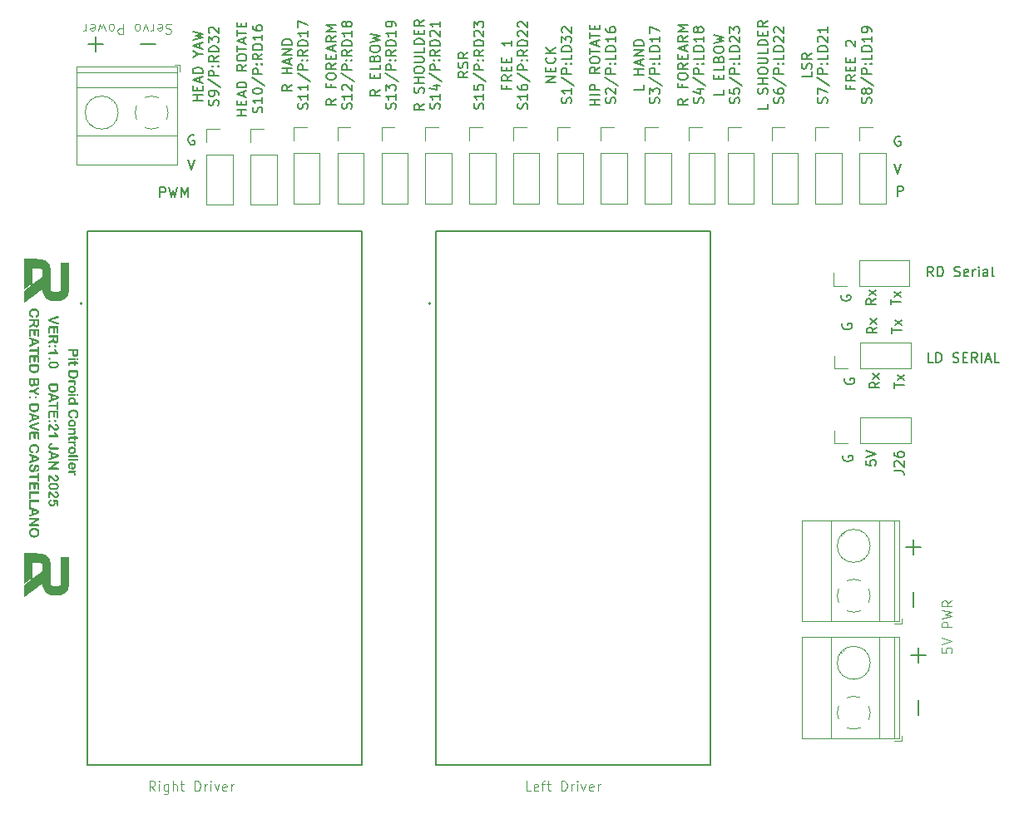
<source format=gbr>
%TF.GenerationSoftware,KiCad,Pcbnew,8.0.8*%
%TF.CreationDate,2025-01-21T20:37:45-05:00*%
%TF.ProjectId,Pit_Droid_Controller,5069745f-4472-46f6-9964-5f436f6e7472,rev?*%
%TF.SameCoordinates,Original*%
%TF.FileFunction,Legend,Top*%
%TF.FilePolarity,Positive*%
%FSLAX46Y46*%
G04 Gerber Fmt 4.6, Leading zero omitted, Abs format (unit mm)*
G04 Created by KiCad (PCBNEW 8.0.8) date 2025-01-21 20:37:45*
%MOMM*%
%LPD*%
G01*
G04 APERTURE LIST*
%ADD10C,0.153000*%
%ADD11C,0.100000*%
%ADD12C,0.150000*%
%ADD13C,0.120000*%
%ADD14C,0.127000*%
%ADD15C,0.200000*%
%ADD16C,0.000000*%
G04 APERTURE END LIST*
D10*
X98839681Y-64424224D02*
X97839681Y-64424224D01*
X98315871Y-64424224D02*
X98315871Y-63852796D01*
X98839681Y-63852796D02*
X97839681Y-63852796D01*
X98315871Y-63376605D02*
X98315871Y-63043272D01*
X98839681Y-62900415D02*
X98839681Y-63376605D01*
X98839681Y-63376605D02*
X97839681Y-63376605D01*
X97839681Y-63376605D02*
X97839681Y-62900415D01*
X98553966Y-62519462D02*
X98553966Y-62043272D01*
X98839681Y-62614700D02*
X97839681Y-62281367D01*
X97839681Y-62281367D02*
X98839681Y-61948034D01*
X98839681Y-61614700D02*
X97839681Y-61614700D01*
X97839681Y-61614700D02*
X97839681Y-61376605D01*
X97839681Y-61376605D02*
X97887300Y-61233748D01*
X97887300Y-61233748D02*
X97982538Y-61138510D01*
X97982538Y-61138510D02*
X98077776Y-61090891D01*
X98077776Y-61090891D02*
X98268252Y-61043272D01*
X98268252Y-61043272D02*
X98411109Y-61043272D01*
X98411109Y-61043272D02*
X98601585Y-61090891D01*
X98601585Y-61090891D02*
X98696823Y-61138510D01*
X98696823Y-61138510D02*
X98792062Y-61233748D01*
X98792062Y-61233748D02*
X98839681Y-61376605D01*
X98839681Y-61376605D02*
X98839681Y-61614700D01*
X98839681Y-59281367D02*
X98363490Y-59614700D01*
X98839681Y-59852795D02*
X97839681Y-59852795D01*
X97839681Y-59852795D02*
X97839681Y-59471843D01*
X97839681Y-59471843D02*
X97887300Y-59376605D01*
X97887300Y-59376605D02*
X97934919Y-59328986D01*
X97934919Y-59328986D02*
X98030157Y-59281367D01*
X98030157Y-59281367D02*
X98173014Y-59281367D01*
X98173014Y-59281367D02*
X98268252Y-59328986D01*
X98268252Y-59328986D02*
X98315871Y-59376605D01*
X98315871Y-59376605D02*
X98363490Y-59471843D01*
X98363490Y-59471843D02*
X98363490Y-59852795D01*
X97839681Y-58662319D02*
X97839681Y-58471843D01*
X97839681Y-58471843D02*
X97887300Y-58376605D01*
X97887300Y-58376605D02*
X97982538Y-58281367D01*
X97982538Y-58281367D02*
X98173014Y-58233748D01*
X98173014Y-58233748D02*
X98506347Y-58233748D01*
X98506347Y-58233748D02*
X98696823Y-58281367D01*
X98696823Y-58281367D02*
X98792062Y-58376605D01*
X98792062Y-58376605D02*
X98839681Y-58471843D01*
X98839681Y-58471843D02*
X98839681Y-58662319D01*
X98839681Y-58662319D02*
X98792062Y-58757557D01*
X98792062Y-58757557D02*
X98696823Y-58852795D01*
X98696823Y-58852795D02*
X98506347Y-58900414D01*
X98506347Y-58900414D02*
X98173014Y-58900414D01*
X98173014Y-58900414D02*
X97982538Y-58852795D01*
X97982538Y-58852795D02*
X97887300Y-58757557D01*
X97887300Y-58757557D02*
X97839681Y-58662319D01*
X97839681Y-57948033D02*
X97839681Y-57376605D01*
X98839681Y-57662319D02*
X97839681Y-57662319D01*
X98553966Y-57090890D02*
X98553966Y-56614700D01*
X98839681Y-57186128D02*
X97839681Y-56852795D01*
X97839681Y-56852795D02*
X98839681Y-56519462D01*
X97839681Y-56328985D02*
X97839681Y-55757557D01*
X98839681Y-56043271D02*
X97839681Y-56043271D01*
X98315871Y-55424223D02*
X98315871Y-55090890D01*
X98839681Y-54948033D02*
X98839681Y-55424223D01*
X98839681Y-55424223D02*
X97839681Y-55424223D01*
X97839681Y-55424223D02*
X97839681Y-54948033D01*
X100402006Y-64162319D02*
X100449625Y-64019462D01*
X100449625Y-64019462D02*
X100449625Y-63781367D01*
X100449625Y-63781367D02*
X100402006Y-63686129D01*
X100402006Y-63686129D02*
X100354386Y-63638510D01*
X100354386Y-63638510D02*
X100259148Y-63590891D01*
X100259148Y-63590891D02*
X100163910Y-63590891D01*
X100163910Y-63590891D02*
X100068672Y-63638510D01*
X100068672Y-63638510D02*
X100021053Y-63686129D01*
X100021053Y-63686129D02*
X99973434Y-63781367D01*
X99973434Y-63781367D02*
X99925815Y-63971843D01*
X99925815Y-63971843D02*
X99878196Y-64067081D01*
X99878196Y-64067081D02*
X99830577Y-64114700D01*
X99830577Y-64114700D02*
X99735339Y-64162319D01*
X99735339Y-64162319D02*
X99640101Y-64162319D01*
X99640101Y-64162319D02*
X99544863Y-64114700D01*
X99544863Y-64114700D02*
X99497244Y-64067081D01*
X99497244Y-64067081D02*
X99449625Y-63971843D01*
X99449625Y-63971843D02*
X99449625Y-63733748D01*
X99449625Y-63733748D02*
X99497244Y-63590891D01*
X100449625Y-62638510D02*
X100449625Y-63209938D01*
X100449625Y-62924224D02*
X99449625Y-62924224D01*
X99449625Y-62924224D02*
X99592482Y-63019462D01*
X99592482Y-63019462D02*
X99687720Y-63114700D01*
X99687720Y-63114700D02*
X99735339Y-63209938D01*
X99449625Y-62019462D02*
X99449625Y-61924224D01*
X99449625Y-61924224D02*
X99497244Y-61828986D01*
X99497244Y-61828986D02*
X99544863Y-61781367D01*
X99544863Y-61781367D02*
X99640101Y-61733748D01*
X99640101Y-61733748D02*
X99830577Y-61686129D01*
X99830577Y-61686129D02*
X100068672Y-61686129D01*
X100068672Y-61686129D02*
X100259148Y-61733748D01*
X100259148Y-61733748D02*
X100354386Y-61781367D01*
X100354386Y-61781367D02*
X100402006Y-61828986D01*
X100402006Y-61828986D02*
X100449625Y-61924224D01*
X100449625Y-61924224D02*
X100449625Y-62019462D01*
X100449625Y-62019462D02*
X100402006Y-62114700D01*
X100402006Y-62114700D02*
X100354386Y-62162319D01*
X100354386Y-62162319D02*
X100259148Y-62209938D01*
X100259148Y-62209938D02*
X100068672Y-62257557D01*
X100068672Y-62257557D02*
X99830577Y-62257557D01*
X99830577Y-62257557D02*
X99640101Y-62209938D01*
X99640101Y-62209938D02*
X99544863Y-62162319D01*
X99544863Y-62162319D02*
X99497244Y-62114700D01*
X99497244Y-62114700D02*
X99449625Y-62019462D01*
X99402006Y-60543272D02*
X100687720Y-61400414D01*
X100449625Y-60209938D02*
X99449625Y-60209938D01*
X99449625Y-60209938D02*
X99449625Y-59828986D01*
X99449625Y-59828986D02*
X99497244Y-59733748D01*
X99497244Y-59733748D02*
X99544863Y-59686129D01*
X99544863Y-59686129D02*
X99640101Y-59638510D01*
X99640101Y-59638510D02*
X99782958Y-59638510D01*
X99782958Y-59638510D02*
X99878196Y-59686129D01*
X99878196Y-59686129D02*
X99925815Y-59733748D01*
X99925815Y-59733748D02*
X99973434Y-59828986D01*
X99973434Y-59828986D02*
X99973434Y-60209938D01*
X100354386Y-59209938D02*
X100402006Y-59162319D01*
X100402006Y-59162319D02*
X100449625Y-59209938D01*
X100449625Y-59209938D02*
X100402006Y-59257557D01*
X100402006Y-59257557D02*
X100354386Y-59209938D01*
X100354386Y-59209938D02*
X100449625Y-59209938D01*
X99830577Y-59209938D02*
X99878196Y-59162319D01*
X99878196Y-59162319D02*
X99925815Y-59209938D01*
X99925815Y-59209938D02*
X99878196Y-59257557D01*
X99878196Y-59257557D02*
X99830577Y-59209938D01*
X99830577Y-59209938D02*
X99925815Y-59209938D01*
X100449625Y-58162320D02*
X99973434Y-58495653D01*
X100449625Y-58733748D02*
X99449625Y-58733748D01*
X99449625Y-58733748D02*
X99449625Y-58352796D01*
X99449625Y-58352796D02*
X99497244Y-58257558D01*
X99497244Y-58257558D02*
X99544863Y-58209939D01*
X99544863Y-58209939D02*
X99640101Y-58162320D01*
X99640101Y-58162320D02*
X99782958Y-58162320D01*
X99782958Y-58162320D02*
X99878196Y-58209939D01*
X99878196Y-58209939D02*
X99925815Y-58257558D01*
X99925815Y-58257558D02*
X99973434Y-58352796D01*
X99973434Y-58352796D02*
X99973434Y-58733748D01*
X100449625Y-57733748D02*
X99449625Y-57733748D01*
X99449625Y-57733748D02*
X99449625Y-57495653D01*
X99449625Y-57495653D02*
X99497244Y-57352796D01*
X99497244Y-57352796D02*
X99592482Y-57257558D01*
X99592482Y-57257558D02*
X99687720Y-57209939D01*
X99687720Y-57209939D02*
X99878196Y-57162320D01*
X99878196Y-57162320D02*
X100021053Y-57162320D01*
X100021053Y-57162320D02*
X100211529Y-57209939D01*
X100211529Y-57209939D02*
X100306767Y-57257558D01*
X100306767Y-57257558D02*
X100402006Y-57352796D01*
X100402006Y-57352796D02*
X100449625Y-57495653D01*
X100449625Y-57495653D02*
X100449625Y-57733748D01*
X100449625Y-56209939D02*
X100449625Y-56781367D01*
X100449625Y-56495653D02*
X99449625Y-56495653D01*
X99449625Y-56495653D02*
X99592482Y-56590891D01*
X99592482Y-56590891D02*
X99687720Y-56686129D01*
X99687720Y-56686129D02*
X99735339Y-56781367D01*
X99449625Y-55352796D02*
X99449625Y-55543272D01*
X99449625Y-55543272D02*
X99497244Y-55638510D01*
X99497244Y-55638510D02*
X99544863Y-55686129D01*
X99544863Y-55686129D02*
X99687720Y-55781367D01*
X99687720Y-55781367D02*
X99878196Y-55828986D01*
X99878196Y-55828986D02*
X100259148Y-55828986D01*
X100259148Y-55828986D02*
X100354386Y-55781367D01*
X100354386Y-55781367D02*
X100402006Y-55733748D01*
X100402006Y-55733748D02*
X100449625Y-55638510D01*
X100449625Y-55638510D02*
X100449625Y-55448034D01*
X100449625Y-55448034D02*
X100402006Y-55352796D01*
X100402006Y-55352796D02*
X100354386Y-55305177D01*
X100354386Y-55305177D02*
X100259148Y-55257558D01*
X100259148Y-55257558D02*
X100021053Y-55257558D01*
X100021053Y-55257558D02*
X99925815Y-55305177D01*
X99925815Y-55305177D02*
X99878196Y-55352796D01*
X99878196Y-55352796D02*
X99830577Y-55448034D01*
X99830577Y-55448034D02*
X99830577Y-55638510D01*
X99830577Y-55638510D02*
X99878196Y-55733748D01*
X99878196Y-55733748D02*
X99925815Y-55781367D01*
X99925815Y-55781367D02*
X100021053Y-55828986D01*
D11*
X89521312Y-133222419D02*
X89187979Y-132746228D01*
X88949884Y-133222419D02*
X88949884Y-132222419D01*
X88949884Y-132222419D02*
X89330836Y-132222419D01*
X89330836Y-132222419D02*
X89426074Y-132270038D01*
X89426074Y-132270038D02*
X89473693Y-132317657D01*
X89473693Y-132317657D02*
X89521312Y-132412895D01*
X89521312Y-132412895D02*
X89521312Y-132555752D01*
X89521312Y-132555752D02*
X89473693Y-132650990D01*
X89473693Y-132650990D02*
X89426074Y-132698609D01*
X89426074Y-132698609D02*
X89330836Y-132746228D01*
X89330836Y-132746228D02*
X88949884Y-132746228D01*
X89949884Y-133222419D02*
X89949884Y-132555752D01*
X89949884Y-132222419D02*
X89902265Y-132270038D01*
X89902265Y-132270038D02*
X89949884Y-132317657D01*
X89949884Y-132317657D02*
X89997503Y-132270038D01*
X89997503Y-132270038D02*
X89949884Y-132222419D01*
X89949884Y-132222419D02*
X89949884Y-132317657D01*
X90854645Y-132555752D02*
X90854645Y-133365276D01*
X90854645Y-133365276D02*
X90807026Y-133460514D01*
X90807026Y-133460514D02*
X90759407Y-133508133D01*
X90759407Y-133508133D02*
X90664169Y-133555752D01*
X90664169Y-133555752D02*
X90521312Y-133555752D01*
X90521312Y-133555752D02*
X90426074Y-133508133D01*
X90854645Y-133174800D02*
X90759407Y-133222419D01*
X90759407Y-133222419D02*
X90568931Y-133222419D01*
X90568931Y-133222419D02*
X90473693Y-133174800D01*
X90473693Y-133174800D02*
X90426074Y-133127180D01*
X90426074Y-133127180D02*
X90378455Y-133031942D01*
X90378455Y-133031942D02*
X90378455Y-132746228D01*
X90378455Y-132746228D02*
X90426074Y-132650990D01*
X90426074Y-132650990D02*
X90473693Y-132603371D01*
X90473693Y-132603371D02*
X90568931Y-132555752D01*
X90568931Y-132555752D02*
X90759407Y-132555752D01*
X90759407Y-132555752D02*
X90854645Y-132603371D01*
X91330836Y-133222419D02*
X91330836Y-132222419D01*
X91759407Y-133222419D02*
X91759407Y-132698609D01*
X91759407Y-132698609D02*
X91711788Y-132603371D01*
X91711788Y-132603371D02*
X91616550Y-132555752D01*
X91616550Y-132555752D02*
X91473693Y-132555752D01*
X91473693Y-132555752D02*
X91378455Y-132603371D01*
X91378455Y-132603371D02*
X91330836Y-132650990D01*
X92092741Y-132555752D02*
X92473693Y-132555752D01*
X92235598Y-132222419D02*
X92235598Y-133079561D01*
X92235598Y-133079561D02*
X92283217Y-133174800D01*
X92283217Y-133174800D02*
X92378455Y-133222419D01*
X92378455Y-133222419D02*
X92473693Y-133222419D01*
X93568932Y-133222419D02*
X93568932Y-132222419D01*
X93568932Y-132222419D02*
X93807027Y-132222419D01*
X93807027Y-132222419D02*
X93949884Y-132270038D01*
X93949884Y-132270038D02*
X94045122Y-132365276D01*
X94045122Y-132365276D02*
X94092741Y-132460514D01*
X94092741Y-132460514D02*
X94140360Y-132650990D01*
X94140360Y-132650990D02*
X94140360Y-132793847D01*
X94140360Y-132793847D02*
X94092741Y-132984323D01*
X94092741Y-132984323D02*
X94045122Y-133079561D01*
X94045122Y-133079561D02*
X93949884Y-133174800D01*
X93949884Y-133174800D02*
X93807027Y-133222419D01*
X93807027Y-133222419D02*
X93568932Y-133222419D01*
X94568932Y-133222419D02*
X94568932Y-132555752D01*
X94568932Y-132746228D02*
X94616551Y-132650990D01*
X94616551Y-132650990D02*
X94664170Y-132603371D01*
X94664170Y-132603371D02*
X94759408Y-132555752D01*
X94759408Y-132555752D02*
X94854646Y-132555752D01*
X95187980Y-133222419D02*
X95187980Y-132555752D01*
X95187980Y-132222419D02*
X95140361Y-132270038D01*
X95140361Y-132270038D02*
X95187980Y-132317657D01*
X95187980Y-132317657D02*
X95235599Y-132270038D01*
X95235599Y-132270038D02*
X95187980Y-132222419D01*
X95187980Y-132222419D02*
X95187980Y-132317657D01*
X95568932Y-132555752D02*
X95807027Y-133222419D01*
X95807027Y-133222419D02*
X96045122Y-132555752D01*
X96807027Y-133174800D02*
X96711789Y-133222419D01*
X96711789Y-133222419D02*
X96521313Y-133222419D01*
X96521313Y-133222419D02*
X96426075Y-133174800D01*
X96426075Y-133174800D02*
X96378456Y-133079561D01*
X96378456Y-133079561D02*
X96378456Y-132698609D01*
X96378456Y-132698609D02*
X96426075Y-132603371D01*
X96426075Y-132603371D02*
X96521313Y-132555752D01*
X96521313Y-132555752D02*
X96711789Y-132555752D01*
X96711789Y-132555752D02*
X96807027Y-132603371D01*
X96807027Y-132603371D02*
X96854646Y-132698609D01*
X96854646Y-132698609D02*
X96854646Y-132793847D01*
X96854646Y-132793847D02*
X96378456Y-132889085D01*
X97283218Y-133222419D02*
X97283218Y-132555752D01*
X97283218Y-132746228D02*
X97330837Y-132650990D01*
X97330837Y-132650990D02*
X97378456Y-132603371D01*
X97378456Y-132603371D02*
X97473694Y-132555752D01*
X97473694Y-132555752D02*
X97568932Y-132555752D01*
D10*
X139245575Y-61366068D02*
X139245575Y-61842258D01*
X139245575Y-61842258D02*
X138245575Y-61842258D01*
X139245575Y-60270829D02*
X138245575Y-60270829D01*
X138721765Y-60270829D02*
X138721765Y-59699401D01*
X139245575Y-59699401D02*
X138245575Y-59699401D01*
X138959860Y-59270829D02*
X138959860Y-58794639D01*
X139245575Y-59366067D02*
X138245575Y-59032734D01*
X138245575Y-59032734D02*
X139245575Y-58699401D01*
X139245575Y-58366067D02*
X138245575Y-58366067D01*
X138245575Y-58366067D02*
X139245575Y-57794639D01*
X139245575Y-57794639D02*
X138245575Y-57794639D01*
X139245575Y-57318448D02*
X138245575Y-57318448D01*
X138245575Y-57318448D02*
X138245575Y-57080353D01*
X138245575Y-57080353D02*
X138293194Y-56937496D01*
X138293194Y-56937496D02*
X138388432Y-56842258D01*
X138388432Y-56842258D02*
X138483670Y-56794639D01*
X138483670Y-56794639D02*
X138674146Y-56747020D01*
X138674146Y-56747020D02*
X138817003Y-56747020D01*
X138817003Y-56747020D02*
X139007479Y-56794639D01*
X139007479Y-56794639D02*
X139102717Y-56842258D01*
X139102717Y-56842258D02*
X139197956Y-56937496D01*
X139197956Y-56937496D02*
X139245575Y-57080353D01*
X139245575Y-57080353D02*
X139245575Y-57318448D01*
X140807900Y-63199400D02*
X140855519Y-63056543D01*
X140855519Y-63056543D02*
X140855519Y-62818448D01*
X140855519Y-62818448D02*
X140807900Y-62723210D01*
X140807900Y-62723210D02*
X140760280Y-62675591D01*
X140760280Y-62675591D02*
X140665042Y-62627972D01*
X140665042Y-62627972D02*
X140569804Y-62627972D01*
X140569804Y-62627972D02*
X140474566Y-62675591D01*
X140474566Y-62675591D02*
X140426947Y-62723210D01*
X140426947Y-62723210D02*
X140379328Y-62818448D01*
X140379328Y-62818448D02*
X140331709Y-63008924D01*
X140331709Y-63008924D02*
X140284090Y-63104162D01*
X140284090Y-63104162D02*
X140236471Y-63151781D01*
X140236471Y-63151781D02*
X140141233Y-63199400D01*
X140141233Y-63199400D02*
X140045995Y-63199400D01*
X140045995Y-63199400D02*
X139950757Y-63151781D01*
X139950757Y-63151781D02*
X139903138Y-63104162D01*
X139903138Y-63104162D02*
X139855519Y-63008924D01*
X139855519Y-63008924D02*
X139855519Y-62770829D01*
X139855519Y-62770829D02*
X139903138Y-62627972D01*
X139855519Y-62294638D02*
X139855519Y-61675591D01*
X139855519Y-61675591D02*
X140236471Y-62008924D01*
X140236471Y-62008924D02*
X140236471Y-61866067D01*
X140236471Y-61866067D02*
X140284090Y-61770829D01*
X140284090Y-61770829D02*
X140331709Y-61723210D01*
X140331709Y-61723210D02*
X140426947Y-61675591D01*
X140426947Y-61675591D02*
X140665042Y-61675591D01*
X140665042Y-61675591D02*
X140760280Y-61723210D01*
X140760280Y-61723210D02*
X140807900Y-61770829D01*
X140807900Y-61770829D02*
X140855519Y-61866067D01*
X140855519Y-61866067D02*
X140855519Y-62151781D01*
X140855519Y-62151781D02*
X140807900Y-62247019D01*
X140807900Y-62247019D02*
X140760280Y-62294638D01*
X139807900Y-60532734D02*
X141093614Y-61389876D01*
X140855519Y-60199400D02*
X139855519Y-60199400D01*
X139855519Y-60199400D02*
X139855519Y-59818448D01*
X139855519Y-59818448D02*
X139903138Y-59723210D01*
X139903138Y-59723210D02*
X139950757Y-59675591D01*
X139950757Y-59675591D02*
X140045995Y-59627972D01*
X140045995Y-59627972D02*
X140188852Y-59627972D01*
X140188852Y-59627972D02*
X140284090Y-59675591D01*
X140284090Y-59675591D02*
X140331709Y-59723210D01*
X140331709Y-59723210D02*
X140379328Y-59818448D01*
X140379328Y-59818448D02*
X140379328Y-60199400D01*
X140760280Y-59199400D02*
X140807900Y-59151781D01*
X140807900Y-59151781D02*
X140855519Y-59199400D01*
X140855519Y-59199400D02*
X140807900Y-59247019D01*
X140807900Y-59247019D02*
X140760280Y-59199400D01*
X140760280Y-59199400D02*
X140855519Y-59199400D01*
X140236471Y-59199400D02*
X140284090Y-59151781D01*
X140284090Y-59151781D02*
X140331709Y-59199400D01*
X140331709Y-59199400D02*
X140284090Y-59247019D01*
X140284090Y-59247019D02*
X140236471Y-59199400D01*
X140236471Y-59199400D02*
X140331709Y-59199400D01*
X140855519Y-58247020D02*
X140855519Y-58723210D01*
X140855519Y-58723210D02*
X139855519Y-58723210D01*
X140855519Y-57913686D02*
X139855519Y-57913686D01*
X139855519Y-57913686D02*
X139855519Y-57675591D01*
X139855519Y-57675591D02*
X139903138Y-57532734D01*
X139903138Y-57532734D02*
X139998376Y-57437496D01*
X139998376Y-57437496D02*
X140093614Y-57389877D01*
X140093614Y-57389877D02*
X140284090Y-57342258D01*
X140284090Y-57342258D02*
X140426947Y-57342258D01*
X140426947Y-57342258D02*
X140617423Y-57389877D01*
X140617423Y-57389877D02*
X140712661Y-57437496D01*
X140712661Y-57437496D02*
X140807900Y-57532734D01*
X140807900Y-57532734D02*
X140855519Y-57675591D01*
X140855519Y-57675591D02*
X140855519Y-57913686D01*
X140855519Y-56389877D02*
X140855519Y-56961305D01*
X140855519Y-56675591D02*
X139855519Y-56675591D01*
X139855519Y-56675591D02*
X139998376Y-56770829D01*
X139998376Y-56770829D02*
X140093614Y-56866067D01*
X140093614Y-56866067D02*
X140141233Y-56961305D01*
X139855519Y-56056543D02*
X139855519Y-55389877D01*
X139855519Y-55389877D02*
X140855519Y-55818448D01*
X103460871Y-61366069D02*
X102984680Y-61699402D01*
X103460871Y-61937497D02*
X102460871Y-61937497D01*
X102460871Y-61937497D02*
X102460871Y-61556545D01*
X102460871Y-61556545D02*
X102508490Y-61461307D01*
X102508490Y-61461307D02*
X102556109Y-61413688D01*
X102556109Y-61413688D02*
X102651347Y-61366069D01*
X102651347Y-61366069D02*
X102794204Y-61366069D01*
X102794204Y-61366069D02*
X102889442Y-61413688D01*
X102889442Y-61413688D02*
X102937061Y-61461307D01*
X102937061Y-61461307D02*
X102984680Y-61556545D01*
X102984680Y-61556545D02*
X102984680Y-61937497D01*
X103460871Y-60175592D02*
X102460871Y-60175592D01*
X102937061Y-60175592D02*
X102937061Y-59604164D01*
X103460871Y-59604164D02*
X102460871Y-59604164D01*
X103175156Y-59175592D02*
X103175156Y-58699402D01*
X103460871Y-59270830D02*
X102460871Y-58937497D01*
X102460871Y-58937497D02*
X103460871Y-58604164D01*
X103460871Y-58270830D02*
X102460871Y-58270830D01*
X102460871Y-58270830D02*
X103460871Y-57699402D01*
X103460871Y-57699402D02*
X102460871Y-57699402D01*
X103460871Y-57223211D02*
X102460871Y-57223211D01*
X102460871Y-57223211D02*
X102460871Y-56985116D01*
X102460871Y-56985116D02*
X102508490Y-56842259D01*
X102508490Y-56842259D02*
X102603728Y-56747021D01*
X102603728Y-56747021D02*
X102698966Y-56699402D01*
X102698966Y-56699402D02*
X102889442Y-56651783D01*
X102889442Y-56651783D02*
X103032299Y-56651783D01*
X103032299Y-56651783D02*
X103222775Y-56699402D01*
X103222775Y-56699402D02*
X103318013Y-56747021D01*
X103318013Y-56747021D02*
X103413252Y-56842259D01*
X103413252Y-56842259D02*
X103460871Y-56985116D01*
X103460871Y-56985116D02*
X103460871Y-57223211D01*
X105023196Y-63770830D02*
X105070815Y-63627973D01*
X105070815Y-63627973D02*
X105070815Y-63389878D01*
X105070815Y-63389878D02*
X105023196Y-63294640D01*
X105023196Y-63294640D02*
X104975576Y-63247021D01*
X104975576Y-63247021D02*
X104880338Y-63199402D01*
X104880338Y-63199402D02*
X104785100Y-63199402D01*
X104785100Y-63199402D02*
X104689862Y-63247021D01*
X104689862Y-63247021D02*
X104642243Y-63294640D01*
X104642243Y-63294640D02*
X104594624Y-63389878D01*
X104594624Y-63389878D02*
X104547005Y-63580354D01*
X104547005Y-63580354D02*
X104499386Y-63675592D01*
X104499386Y-63675592D02*
X104451767Y-63723211D01*
X104451767Y-63723211D02*
X104356529Y-63770830D01*
X104356529Y-63770830D02*
X104261291Y-63770830D01*
X104261291Y-63770830D02*
X104166053Y-63723211D01*
X104166053Y-63723211D02*
X104118434Y-63675592D01*
X104118434Y-63675592D02*
X104070815Y-63580354D01*
X104070815Y-63580354D02*
X104070815Y-63342259D01*
X104070815Y-63342259D02*
X104118434Y-63199402D01*
X105070815Y-62247021D02*
X105070815Y-62818449D01*
X105070815Y-62532735D02*
X104070815Y-62532735D01*
X104070815Y-62532735D02*
X104213672Y-62627973D01*
X104213672Y-62627973D02*
X104308910Y-62723211D01*
X104308910Y-62723211D02*
X104356529Y-62818449D01*
X105070815Y-61294640D02*
X105070815Y-61866068D01*
X105070815Y-61580354D02*
X104070815Y-61580354D01*
X104070815Y-61580354D02*
X104213672Y-61675592D01*
X104213672Y-61675592D02*
X104308910Y-61770830D01*
X104308910Y-61770830D02*
X104356529Y-61866068D01*
X104023196Y-60151783D02*
X105308910Y-61008925D01*
X105070815Y-59818449D02*
X104070815Y-59818449D01*
X104070815Y-59818449D02*
X104070815Y-59437497D01*
X104070815Y-59437497D02*
X104118434Y-59342259D01*
X104118434Y-59342259D02*
X104166053Y-59294640D01*
X104166053Y-59294640D02*
X104261291Y-59247021D01*
X104261291Y-59247021D02*
X104404148Y-59247021D01*
X104404148Y-59247021D02*
X104499386Y-59294640D01*
X104499386Y-59294640D02*
X104547005Y-59342259D01*
X104547005Y-59342259D02*
X104594624Y-59437497D01*
X104594624Y-59437497D02*
X104594624Y-59818449D01*
X104975576Y-58818449D02*
X105023196Y-58770830D01*
X105023196Y-58770830D02*
X105070815Y-58818449D01*
X105070815Y-58818449D02*
X105023196Y-58866068D01*
X105023196Y-58866068D02*
X104975576Y-58818449D01*
X104975576Y-58818449D02*
X105070815Y-58818449D01*
X104451767Y-58818449D02*
X104499386Y-58770830D01*
X104499386Y-58770830D02*
X104547005Y-58818449D01*
X104547005Y-58818449D02*
X104499386Y-58866068D01*
X104499386Y-58866068D02*
X104451767Y-58818449D01*
X104451767Y-58818449D02*
X104547005Y-58818449D01*
X105070815Y-57770831D02*
X104594624Y-58104164D01*
X105070815Y-58342259D02*
X104070815Y-58342259D01*
X104070815Y-58342259D02*
X104070815Y-57961307D01*
X104070815Y-57961307D02*
X104118434Y-57866069D01*
X104118434Y-57866069D02*
X104166053Y-57818450D01*
X104166053Y-57818450D02*
X104261291Y-57770831D01*
X104261291Y-57770831D02*
X104404148Y-57770831D01*
X104404148Y-57770831D02*
X104499386Y-57818450D01*
X104499386Y-57818450D02*
X104547005Y-57866069D01*
X104547005Y-57866069D02*
X104594624Y-57961307D01*
X104594624Y-57961307D02*
X104594624Y-58342259D01*
X105070815Y-57342259D02*
X104070815Y-57342259D01*
X104070815Y-57342259D02*
X104070815Y-57104164D01*
X104070815Y-57104164D02*
X104118434Y-56961307D01*
X104118434Y-56961307D02*
X104213672Y-56866069D01*
X104213672Y-56866069D02*
X104308910Y-56818450D01*
X104308910Y-56818450D02*
X104499386Y-56770831D01*
X104499386Y-56770831D02*
X104642243Y-56770831D01*
X104642243Y-56770831D02*
X104832719Y-56818450D01*
X104832719Y-56818450D02*
X104927957Y-56866069D01*
X104927957Y-56866069D02*
X105023196Y-56961307D01*
X105023196Y-56961307D02*
X105070815Y-57104164D01*
X105070815Y-57104164D02*
X105070815Y-57342259D01*
X105070815Y-55818450D02*
X105070815Y-56389878D01*
X105070815Y-56104164D02*
X104070815Y-56104164D01*
X104070815Y-56104164D02*
X104213672Y-56199402D01*
X104213672Y-56199402D02*
X104308910Y-56294640D01*
X104308910Y-56294640D02*
X104356529Y-56389878D01*
X104070815Y-55485116D02*
X104070815Y-54818450D01*
X104070815Y-54818450D02*
X105070815Y-55247021D01*
X168737988Y-80828190D02*
X168404655Y-80351999D01*
X168166560Y-80828190D02*
X168166560Y-79828190D01*
X168166560Y-79828190D02*
X168547512Y-79828190D01*
X168547512Y-79828190D02*
X168642750Y-79875809D01*
X168642750Y-79875809D02*
X168690369Y-79923428D01*
X168690369Y-79923428D02*
X168737988Y-80018666D01*
X168737988Y-80018666D02*
X168737988Y-80161523D01*
X168737988Y-80161523D02*
X168690369Y-80256761D01*
X168690369Y-80256761D02*
X168642750Y-80304380D01*
X168642750Y-80304380D02*
X168547512Y-80351999D01*
X168547512Y-80351999D02*
X168166560Y-80351999D01*
X169166560Y-80828190D02*
X169166560Y-79828190D01*
X169166560Y-79828190D02*
X169404655Y-79828190D01*
X169404655Y-79828190D02*
X169547512Y-79875809D01*
X169547512Y-79875809D02*
X169642750Y-79971047D01*
X169642750Y-79971047D02*
X169690369Y-80066285D01*
X169690369Y-80066285D02*
X169737988Y-80256761D01*
X169737988Y-80256761D02*
X169737988Y-80399618D01*
X169737988Y-80399618D02*
X169690369Y-80590094D01*
X169690369Y-80590094D02*
X169642750Y-80685332D01*
X169642750Y-80685332D02*
X169547512Y-80780571D01*
X169547512Y-80780571D02*
X169404655Y-80828190D01*
X169404655Y-80828190D02*
X169166560Y-80828190D01*
X170880846Y-80780571D02*
X171023703Y-80828190D01*
X171023703Y-80828190D02*
X171261798Y-80828190D01*
X171261798Y-80828190D02*
X171357036Y-80780571D01*
X171357036Y-80780571D02*
X171404655Y-80732951D01*
X171404655Y-80732951D02*
X171452274Y-80637713D01*
X171452274Y-80637713D02*
X171452274Y-80542475D01*
X171452274Y-80542475D02*
X171404655Y-80447237D01*
X171404655Y-80447237D02*
X171357036Y-80399618D01*
X171357036Y-80399618D02*
X171261798Y-80351999D01*
X171261798Y-80351999D02*
X171071322Y-80304380D01*
X171071322Y-80304380D02*
X170976084Y-80256761D01*
X170976084Y-80256761D02*
X170928465Y-80209142D01*
X170928465Y-80209142D02*
X170880846Y-80113904D01*
X170880846Y-80113904D02*
X170880846Y-80018666D01*
X170880846Y-80018666D02*
X170928465Y-79923428D01*
X170928465Y-79923428D02*
X170976084Y-79875809D01*
X170976084Y-79875809D02*
X171071322Y-79828190D01*
X171071322Y-79828190D02*
X171309417Y-79828190D01*
X171309417Y-79828190D02*
X171452274Y-79875809D01*
X172261798Y-80780571D02*
X172166560Y-80828190D01*
X172166560Y-80828190D02*
X171976084Y-80828190D01*
X171976084Y-80828190D02*
X171880846Y-80780571D01*
X171880846Y-80780571D02*
X171833227Y-80685332D01*
X171833227Y-80685332D02*
X171833227Y-80304380D01*
X171833227Y-80304380D02*
X171880846Y-80209142D01*
X171880846Y-80209142D02*
X171976084Y-80161523D01*
X171976084Y-80161523D02*
X172166560Y-80161523D01*
X172166560Y-80161523D02*
X172261798Y-80209142D01*
X172261798Y-80209142D02*
X172309417Y-80304380D01*
X172309417Y-80304380D02*
X172309417Y-80399618D01*
X172309417Y-80399618D02*
X171833227Y-80494856D01*
X172737989Y-80828190D02*
X172737989Y-80161523D01*
X172737989Y-80351999D02*
X172785608Y-80256761D01*
X172785608Y-80256761D02*
X172833227Y-80209142D01*
X172833227Y-80209142D02*
X172928465Y-80161523D01*
X172928465Y-80161523D02*
X173023703Y-80161523D01*
X173357037Y-80828190D02*
X173357037Y-80161523D01*
X173357037Y-79828190D02*
X173309418Y-79875809D01*
X173309418Y-79875809D02*
X173357037Y-79923428D01*
X173357037Y-79923428D02*
X173404656Y-79875809D01*
X173404656Y-79875809D02*
X173357037Y-79828190D01*
X173357037Y-79828190D02*
X173357037Y-79923428D01*
X174261798Y-80828190D02*
X174261798Y-80304380D01*
X174261798Y-80304380D02*
X174214179Y-80209142D01*
X174214179Y-80209142D02*
X174118941Y-80161523D01*
X174118941Y-80161523D02*
X173928465Y-80161523D01*
X173928465Y-80161523D02*
X173833227Y-80209142D01*
X174261798Y-80780571D02*
X174166560Y-80828190D01*
X174166560Y-80828190D02*
X173928465Y-80828190D01*
X173928465Y-80828190D02*
X173833227Y-80780571D01*
X173833227Y-80780571D02*
X173785608Y-80685332D01*
X173785608Y-80685332D02*
X173785608Y-80590094D01*
X173785608Y-80590094D02*
X173833227Y-80494856D01*
X173833227Y-80494856D02*
X173928465Y-80447237D01*
X173928465Y-80447237D02*
X174166560Y-80447237D01*
X174166560Y-80447237D02*
X174261798Y-80399618D01*
X174880846Y-80828190D02*
X174785608Y-80780571D01*
X174785608Y-80780571D02*
X174737989Y-80685332D01*
X174737989Y-80685332D02*
X174737989Y-79828190D01*
X143718663Y-62794639D02*
X143242472Y-63127972D01*
X143718663Y-63366067D02*
X142718663Y-63366067D01*
X142718663Y-63366067D02*
X142718663Y-62985115D01*
X142718663Y-62985115D02*
X142766282Y-62889877D01*
X142766282Y-62889877D02*
X142813901Y-62842258D01*
X142813901Y-62842258D02*
X142909139Y-62794639D01*
X142909139Y-62794639D02*
X143051996Y-62794639D01*
X143051996Y-62794639D02*
X143147234Y-62842258D01*
X143147234Y-62842258D02*
X143194853Y-62889877D01*
X143194853Y-62889877D02*
X143242472Y-62985115D01*
X143242472Y-62985115D02*
X143242472Y-63366067D01*
X143194853Y-61270829D02*
X143194853Y-61604162D01*
X143718663Y-61604162D02*
X142718663Y-61604162D01*
X142718663Y-61604162D02*
X142718663Y-61127972D01*
X142718663Y-60556543D02*
X142718663Y-60366067D01*
X142718663Y-60366067D02*
X142766282Y-60270829D01*
X142766282Y-60270829D02*
X142861520Y-60175591D01*
X142861520Y-60175591D02*
X143051996Y-60127972D01*
X143051996Y-60127972D02*
X143385329Y-60127972D01*
X143385329Y-60127972D02*
X143575805Y-60175591D01*
X143575805Y-60175591D02*
X143671044Y-60270829D01*
X143671044Y-60270829D02*
X143718663Y-60366067D01*
X143718663Y-60366067D02*
X143718663Y-60556543D01*
X143718663Y-60556543D02*
X143671044Y-60651781D01*
X143671044Y-60651781D02*
X143575805Y-60747019D01*
X143575805Y-60747019D02*
X143385329Y-60794638D01*
X143385329Y-60794638D02*
X143051996Y-60794638D01*
X143051996Y-60794638D02*
X142861520Y-60747019D01*
X142861520Y-60747019D02*
X142766282Y-60651781D01*
X142766282Y-60651781D02*
X142718663Y-60556543D01*
X143718663Y-59127972D02*
X143242472Y-59461305D01*
X143718663Y-59699400D02*
X142718663Y-59699400D01*
X142718663Y-59699400D02*
X142718663Y-59318448D01*
X142718663Y-59318448D02*
X142766282Y-59223210D01*
X142766282Y-59223210D02*
X142813901Y-59175591D01*
X142813901Y-59175591D02*
X142909139Y-59127972D01*
X142909139Y-59127972D02*
X143051996Y-59127972D01*
X143051996Y-59127972D02*
X143147234Y-59175591D01*
X143147234Y-59175591D02*
X143194853Y-59223210D01*
X143194853Y-59223210D02*
X143242472Y-59318448D01*
X143242472Y-59318448D02*
X143242472Y-59699400D01*
X143194853Y-58699400D02*
X143194853Y-58366067D01*
X143718663Y-58223210D02*
X143718663Y-58699400D01*
X143718663Y-58699400D02*
X142718663Y-58699400D01*
X142718663Y-58699400D02*
X142718663Y-58223210D01*
X143432948Y-57842257D02*
X143432948Y-57366067D01*
X143718663Y-57937495D02*
X142718663Y-57604162D01*
X142718663Y-57604162D02*
X143718663Y-57270829D01*
X143718663Y-56366067D02*
X143242472Y-56699400D01*
X143718663Y-56937495D02*
X142718663Y-56937495D01*
X142718663Y-56937495D02*
X142718663Y-56556543D01*
X142718663Y-56556543D02*
X142766282Y-56461305D01*
X142766282Y-56461305D02*
X142813901Y-56413686D01*
X142813901Y-56413686D02*
X142909139Y-56366067D01*
X142909139Y-56366067D02*
X143051996Y-56366067D01*
X143051996Y-56366067D02*
X143147234Y-56413686D01*
X143147234Y-56413686D02*
X143194853Y-56461305D01*
X143194853Y-56461305D02*
X143242472Y-56556543D01*
X143242472Y-56556543D02*
X143242472Y-56937495D01*
X143718663Y-55937495D02*
X142718663Y-55937495D01*
X142718663Y-55937495D02*
X143432948Y-55604162D01*
X143432948Y-55604162D02*
X142718663Y-55270829D01*
X142718663Y-55270829D02*
X143718663Y-55270829D01*
X145280988Y-63199400D02*
X145328607Y-63056543D01*
X145328607Y-63056543D02*
X145328607Y-62818448D01*
X145328607Y-62818448D02*
X145280988Y-62723210D01*
X145280988Y-62723210D02*
X145233368Y-62675591D01*
X145233368Y-62675591D02*
X145138130Y-62627972D01*
X145138130Y-62627972D02*
X145042892Y-62627972D01*
X145042892Y-62627972D02*
X144947654Y-62675591D01*
X144947654Y-62675591D02*
X144900035Y-62723210D01*
X144900035Y-62723210D02*
X144852416Y-62818448D01*
X144852416Y-62818448D02*
X144804797Y-63008924D01*
X144804797Y-63008924D02*
X144757178Y-63104162D01*
X144757178Y-63104162D02*
X144709559Y-63151781D01*
X144709559Y-63151781D02*
X144614321Y-63199400D01*
X144614321Y-63199400D02*
X144519083Y-63199400D01*
X144519083Y-63199400D02*
X144423845Y-63151781D01*
X144423845Y-63151781D02*
X144376226Y-63104162D01*
X144376226Y-63104162D02*
X144328607Y-63008924D01*
X144328607Y-63008924D02*
X144328607Y-62770829D01*
X144328607Y-62770829D02*
X144376226Y-62627972D01*
X144661940Y-61770829D02*
X145328607Y-61770829D01*
X144280988Y-62008924D02*
X144995273Y-62247019D01*
X144995273Y-62247019D02*
X144995273Y-61627972D01*
X144280988Y-60532734D02*
X145566702Y-61389876D01*
X145328607Y-60199400D02*
X144328607Y-60199400D01*
X144328607Y-60199400D02*
X144328607Y-59818448D01*
X144328607Y-59818448D02*
X144376226Y-59723210D01*
X144376226Y-59723210D02*
X144423845Y-59675591D01*
X144423845Y-59675591D02*
X144519083Y-59627972D01*
X144519083Y-59627972D02*
X144661940Y-59627972D01*
X144661940Y-59627972D02*
X144757178Y-59675591D01*
X144757178Y-59675591D02*
X144804797Y-59723210D01*
X144804797Y-59723210D02*
X144852416Y-59818448D01*
X144852416Y-59818448D02*
X144852416Y-60199400D01*
X145233368Y-59199400D02*
X145280988Y-59151781D01*
X145280988Y-59151781D02*
X145328607Y-59199400D01*
X145328607Y-59199400D02*
X145280988Y-59247019D01*
X145280988Y-59247019D02*
X145233368Y-59199400D01*
X145233368Y-59199400D02*
X145328607Y-59199400D01*
X144709559Y-59199400D02*
X144757178Y-59151781D01*
X144757178Y-59151781D02*
X144804797Y-59199400D01*
X144804797Y-59199400D02*
X144757178Y-59247019D01*
X144757178Y-59247019D02*
X144709559Y-59199400D01*
X144709559Y-59199400D02*
X144804797Y-59199400D01*
X145328607Y-58247020D02*
X145328607Y-58723210D01*
X145328607Y-58723210D02*
X144328607Y-58723210D01*
X145328607Y-57913686D02*
X144328607Y-57913686D01*
X144328607Y-57913686D02*
X144328607Y-57675591D01*
X144328607Y-57675591D02*
X144376226Y-57532734D01*
X144376226Y-57532734D02*
X144471464Y-57437496D01*
X144471464Y-57437496D02*
X144566702Y-57389877D01*
X144566702Y-57389877D02*
X144757178Y-57342258D01*
X144757178Y-57342258D02*
X144900035Y-57342258D01*
X144900035Y-57342258D02*
X145090511Y-57389877D01*
X145090511Y-57389877D02*
X145185749Y-57437496D01*
X145185749Y-57437496D02*
X145280988Y-57532734D01*
X145280988Y-57532734D02*
X145328607Y-57675591D01*
X145328607Y-57675591D02*
X145328607Y-57913686D01*
X145328607Y-56389877D02*
X145328607Y-56961305D01*
X145328607Y-56675591D02*
X144328607Y-56675591D01*
X144328607Y-56675591D02*
X144471464Y-56770829D01*
X144471464Y-56770829D02*
X144566702Y-56866067D01*
X144566702Y-56866067D02*
X144614321Y-56961305D01*
X144757178Y-55818448D02*
X144709559Y-55913686D01*
X144709559Y-55913686D02*
X144661940Y-55961305D01*
X144661940Y-55961305D02*
X144566702Y-56008924D01*
X144566702Y-56008924D02*
X144519083Y-56008924D01*
X144519083Y-56008924D02*
X144423845Y-55961305D01*
X144423845Y-55961305D02*
X144376226Y-55913686D01*
X144376226Y-55913686D02*
X144328607Y-55818448D01*
X144328607Y-55818448D02*
X144328607Y-55627972D01*
X144328607Y-55627972D02*
X144376226Y-55532734D01*
X144376226Y-55532734D02*
X144423845Y-55485115D01*
X144423845Y-55485115D02*
X144519083Y-55437496D01*
X144519083Y-55437496D02*
X144566702Y-55437496D01*
X144566702Y-55437496D02*
X144661940Y-55485115D01*
X144661940Y-55485115D02*
X144709559Y-55532734D01*
X144709559Y-55532734D02*
X144757178Y-55627972D01*
X144757178Y-55627972D02*
X144757178Y-55818448D01*
X144757178Y-55818448D02*
X144804797Y-55913686D01*
X144804797Y-55913686D02*
X144852416Y-55961305D01*
X144852416Y-55961305D02*
X144947654Y-56008924D01*
X144947654Y-56008924D02*
X145138130Y-56008924D01*
X145138130Y-56008924D02*
X145233368Y-55961305D01*
X145233368Y-55961305D02*
X145280988Y-55913686D01*
X145280988Y-55913686D02*
X145328607Y-55818448D01*
X145328607Y-55818448D02*
X145328607Y-55627972D01*
X145328607Y-55627972D02*
X145280988Y-55532734D01*
X145280988Y-55532734D02*
X145233368Y-55485115D01*
X145233368Y-55485115D02*
X145138130Y-55437496D01*
X145138130Y-55437496D02*
X144947654Y-55437496D01*
X144947654Y-55437496D02*
X144852416Y-55485115D01*
X144852416Y-55485115D02*
X144804797Y-55532734D01*
X144804797Y-55532734D02*
X144757178Y-55627972D01*
D12*
X89595125Y-57148466D02*
X88071316Y-57148466D01*
X166716533Y-114487125D02*
X166716533Y-112963316D01*
D10*
X147400455Y-61842258D02*
X147400455Y-62318448D01*
X147400455Y-62318448D02*
X146400455Y-62318448D01*
X146876645Y-60747019D02*
X146876645Y-60413686D01*
X147400455Y-60270829D02*
X147400455Y-60747019D01*
X147400455Y-60747019D02*
X146400455Y-60747019D01*
X146400455Y-60747019D02*
X146400455Y-60270829D01*
X147400455Y-59366067D02*
X147400455Y-59842257D01*
X147400455Y-59842257D02*
X146400455Y-59842257D01*
X146876645Y-58699400D02*
X146924264Y-58556543D01*
X146924264Y-58556543D02*
X146971883Y-58508924D01*
X146971883Y-58508924D02*
X147067121Y-58461305D01*
X147067121Y-58461305D02*
X147209978Y-58461305D01*
X147209978Y-58461305D02*
X147305216Y-58508924D01*
X147305216Y-58508924D02*
X147352836Y-58556543D01*
X147352836Y-58556543D02*
X147400455Y-58651781D01*
X147400455Y-58651781D02*
X147400455Y-59032733D01*
X147400455Y-59032733D02*
X146400455Y-59032733D01*
X146400455Y-59032733D02*
X146400455Y-58699400D01*
X146400455Y-58699400D02*
X146448074Y-58604162D01*
X146448074Y-58604162D02*
X146495693Y-58556543D01*
X146495693Y-58556543D02*
X146590931Y-58508924D01*
X146590931Y-58508924D02*
X146686169Y-58508924D01*
X146686169Y-58508924D02*
X146781407Y-58556543D01*
X146781407Y-58556543D02*
X146829026Y-58604162D01*
X146829026Y-58604162D02*
X146876645Y-58699400D01*
X146876645Y-58699400D02*
X146876645Y-59032733D01*
X146400455Y-57842257D02*
X146400455Y-57651781D01*
X146400455Y-57651781D02*
X146448074Y-57556543D01*
X146448074Y-57556543D02*
X146543312Y-57461305D01*
X146543312Y-57461305D02*
X146733788Y-57413686D01*
X146733788Y-57413686D02*
X147067121Y-57413686D01*
X147067121Y-57413686D02*
X147257597Y-57461305D01*
X147257597Y-57461305D02*
X147352836Y-57556543D01*
X147352836Y-57556543D02*
X147400455Y-57651781D01*
X147400455Y-57651781D02*
X147400455Y-57842257D01*
X147400455Y-57842257D02*
X147352836Y-57937495D01*
X147352836Y-57937495D02*
X147257597Y-58032733D01*
X147257597Y-58032733D02*
X147067121Y-58080352D01*
X147067121Y-58080352D02*
X146733788Y-58080352D01*
X146733788Y-58080352D02*
X146543312Y-58032733D01*
X146543312Y-58032733D02*
X146448074Y-57937495D01*
X146448074Y-57937495D02*
X146400455Y-57842257D01*
X146400455Y-57080352D02*
X147400455Y-56842257D01*
X147400455Y-56842257D02*
X146686169Y-56651781D01*
X146686169Y-56651781D02*
X147400455Y-56461305D01*
X147400455Y-56461305D02*
X146400455Y-56223210D01*
X148962780Y-63199400D02*
X149010399Y-63056543D01*
X149010399Y-63056543D02*
X149010399Y-62818448D01*
X149010399Y-62818448D02*
X148962780Y-62723210D01*
X148962780Y-62723210D02*
X148915160Y-62675591D01*
X148915160Y-62675591D02*
X148819922Y-62627972D01*
X148819922Y-62627972D02*
X148724684Y-62627972D01*
X148724684Y-62627972D02*
X148629446Y-62675591D01*
X148629446Y-62675591D02*
X148581827Y-62723210D01*
X148581827Y-62723210D02*
X148534208Y-62818448D01*
X148534208Y-62818448D02*
X148486589Y-63008924D01*
X148486589Y-63008924D02*
X148438970Y-63104162D01*
X148438970Y-63104162D02*
X148391351Y-63151781D01*
X148391351Y-63151781D02*
X148296113Y-63199400D01*
X148296113Y-63199400D02*
X148200875Y-63199400D01*
X148200875Y-63199400D02*
X148105637Y-63151781D01*
X148105637Y-63151781D02*
X148058018Y-63104162D01*
X148058018Y-63104162D02*
X148010399Y-63008924D01*
X148010399Y-63008924D02*
X148010399Y-62770829D01*
X148010399Y-62770829D02*
X148058018Y-62627972D01*
X148010399Y-61723210D02*
X148010399Y-62199400D01*
X148010399Y-62199400D02*
X148486589Y-62247019D01*
X148486589Y-62247019D02*
X148438970Y-62199400D01*
X148438970Y-62199400D02*
X148391351Y-62104162D01*
X148391351Y-62104162D02*
X148391351Y-61866067D01*
X148391351Y-61866067D02*
X148438970Y-61770829D01*
X148438970Y-61770829D02*
X148486589Y-61723210D01*
X148486589Y-61723210D02*
X148581827Y-61675591D01*
X148581827Y-61675591D02*
X148819922Y-61675591D01*
X148819922Y-61675591D02*
X148915160Y-61723210D01*
X148915160Y-61723210D02*
X148962780Y-61770829D01*
X148962780Y-61770829D02*
X149010399Y-61866067D01*
X149010399Y-61866067D02*
X149010399Y-62104162D01*
X149010399Y-62104162D02*
X148962780Y-62199400D01*
X148962780Y-62199400D02*
X148915160Y-62247019D01*
X147962780Y-60532734D02*
X149248494Y-61389876D01*
X149010399Y-60199400D02*
X148010399Y-60199400D01*
X148010399Y-60199400D02*
X148010399Y-59818448D01*
X148010399Y-59818448D02*
X148058018Y-59723210D01*
X148058018Y-59723210D02*
X148105637Y-59675591D01*
X148105637Y-59675591D02*
X148200875Y-59627972D01*
X148200875Y-59627972D02*
X148343732Y-59627972D01*
X148343732Y-59627972D02*
X148438970Y-59675591D01*
X148438970Y-59675591D02*
X148486589Y-59723210D01*
X148486589Y-59723210D02*
X148534208Y-59818448D01*
X148534208Y-59818448D02*
X148534208Y-60199400D01*
X148915160Y-59199400D02*
X148962780Y-59151781D01*
X148962780Y-59151781D02*
X149010399Y-59199400D01*
X149010399Y-59199400D02*
X148962780Y-59247019D01*
X148962780Y-59247019D02*
X148915160Y-59199400D01*
X148915160Y-59199400D02*
X149010399Y-59199400D01*
X148391351Y-59199400D02*
X148438970Y-59151781D01*
X148438970Y-59151781D02*
X148486589Y-59199400D01*
X148486589Y-59199400D02*
X148438970Y-59247019D01*
X148438970Y-59247019D02*
X148391351Y-59199400D01*
X148391351Y-59199400D02*
X148486589Y-59199400D01*
X149010399Y-58247020D02*
X149010399Y-58723210D01*
X149010399Y-58723210D02*
X148010399Y-58723210D01*
X149010399Y-57913686D02*
X148010399Y-57913686D01*
X148010399Y-57913686D02*
X148010399Y-57675591D01*
X148010399Y-57675591D02*
X148058018Y-57532734D01*
X148058018Y-57532734D02*
X148153256Y-57437496D01*
X148153256Y-57437496D02*
X148248494Y-57389877D01*
X148248494Y-57389877D02*
X148438970Y-57342258D01*
X148438970Y-57342258D02*
X148581827Y-57342258D01*
X148581827Y-57342258D02*
X148772303Y-57389877D01*
X148772303Y-57389877D02*
X148867541Y-57437496D01*
X148867541Y-57437496D02*
X148962780Y-57532734D01*
X148962780Y-57532734D02*
X149010399Y-57675591D01*
X149010399Y-57675591D02*
X149010399Y-57913686D01*
X148105637Y-56961305D02*
X148058018Y-56913686D01*
X148058018Y-56913686D02*
X148010399Y-56818448D01*
X148010399Y-56818448D02*
X148010399Y-56580353D01*
X148010399Y-56580353D02*
X148058018Y-56485115D01*
X148058018Y-56485115D02*
X148105637Y-56437496D01*
X148105637Y-56437496D02*
X148200875Y-56389877D01*
X148200875Y-56389877D02*
X148296113Y-56389877D01*
X148296113Y-56389877D02*
X148438970Y-56437496D01*
X148438970Y-56437496D02*
X149010399Y-57008924D01*
X149010399Y-57008924D02*
X149010399Y-56389877D01*
X148010399Y-56056543D02*
X148010399Y-55437496D01*
X148010399Y-55437496D02*
X148391351Y-55770829D01*
X148391351Y-55770829D02*
X148391351Y-55627972D01*
X148391351Y-55627972D02*
X148438970Y-55532734D01*
X148438970Y-55532734D02*
X148486589Y-55485115D01*
X148486589Y-55485115D02*
X148581827Y-55437496D01*
X148581827Y-55437496D02*
X148819922Y-55437496D01*
X148819922Y-55437496D02*
X148915160Y-55485115D01*
X148915160Y-55485115D02*
X148962780Y-55532734D01*
X148962780Y-55532734D02*
X149010399Y-55627972D01*
X149010399Y-55627972D02*
X149010399Y-55913686D01*
X149010399Y-55913686D02*
X148962780Y-56008924D01*
X148962780Y-56008924D02*
X148915160Y-56056543D01*
X134772487Y-63389877D02*
X133772487Y-63389877D01*
X134248677Y-63389877D02*
X134248677Y-62818449D01*
X134772487Y-62818449D02*
X133772487Y-62818449D01*
X134772487Y-62342258D02*
X133772487Y-62342258D01*
X134772487Y-61866068D02*
X133772487Y-61866068D01*
X133772487Y-61866068D02*
X133772487Y-61485116D01*
X133772487Y-61485116D02*
X133820106Y-61389878D01*
X133820106Y-61389878D02*
X133867725Y-61342259D01*
X133867725Y-61342259D02*
X133962963Y-61294640D01*
X133962963Y-61294640D02*
X134105820Y-61294640D01*
X134105820Y-61294640D02*
X134201058Y-61342259D01*
X134201058Y-61342259D02*
X134248677Y-61389878D01*
X134248677Y-61389878D02*
X134296296Y-61485116D01*
X134296296Y-61485116D02*
X134296296Y-61866068D01*
X134772487Y-59532735D02*
X134296296Y-59866068D01*
X134772487Y-60104163D02*
X133772487Y-60104163D01*
X133772487Y-60104163D02*
X133772487Y-59723211D01*
X133772487Y-59723211D02*
X133820106Y-59627973D01*
X133820106Y-59627973D02*
X133867725Y-59580354D01*
X133867725Y-59580354D02*
X133962963Y-59532735D01*
X133962963Y-59532735D02*
X134105820Y-59532735D01*
X134105820Y-59532735D02*
X134201058Y-59580354D01*
X134201058Y-59580354D02*
X134248677Y-59627973D01*
X134248677Y-59627973D02*
X134296296Y-59723211D01*
X134296296Y-59723211D02*
X134296296Y-60104163D01*
X133772487Y-58913687D02*
X133772487Y-58723211D01*
X133772487Y-58723211D02*
X133820106Y-58627973D01*
X133820106Y-58627973D02*
X133915344Y-58532735D01*
X133915344Y-58532735D02*
X134105820Y-58485116D01*
X134105820Y-58485116D02*
X134439153Y-58485116D01*
X134439153Y-58485116D02*
X134629629Y-58532735D01*
X134629629Y-58532735D02*
X134724868Y-58627973D01*
X134724868Y-58627973D02*
X134772487Y-58723211D01*
X134772487Y-58723211D02*
X134772487Y-58913687D01*
X134772487Y-58913687D02*
X134724868Y-59008925D01*
X134724868Y-59008925D02*
X134629629Y-59104163D01*
X134629629Y-59104163D02*
X134439153Y-59151782D01*
X134439153Y-59151782D02*
X134105820Y-59151782D01*
X134105820Y-59151782D02*
X133915344Y-59104163D01*
X133915344Y-59104163D02*
X133820106Y-59008925D01*
X133820106Y-59008925D02*
X133772487Y-58913687D01*
X133772487Y-58199401D02*
X133772487Y-57627973D01*
X134772487Y-57913687D02*
X133772487Y-57913687D01*
X134486772Y-57342258D02*
X134486772Y-56866068D01*
X134772487Y-57437496D02*
X133772487Y-57104163D01*
X133772487Y-57104163D02*
X134772487Y-56770830D01*
X133772487Y-56580353D02*
X133772487Y-56008925D01*
X134772487Y-56294639D02*
X133772487Y-56294639D01*
X134248677Y-55675591D02*
X134248677Y-55342258D01*
X134772487Y-55199401D02*
X134772487Y-55675591D01*
X134772487Y-55675591D02*
X133772487Y-55675591D01*
X133772487Y-55675591D02*
X133772487Y-55199401D01*
X136334812Y-63199400D02*
X136382431Y-63056543D01*
X136382431Y-63056543D02*
X136382431Y-62818448D01*
X136382431Y-62818448D02*
X136334812Y-62723210D01*
X136334812Y-62723210D02*
X136287192Y-62675591D01*
X136287192Y-62675591D02*
X136191954Y-62627972D01*
X136191954Y-62627972D02*
X136096716Y-62627972D01*
X136096716Y-62627972D02*
X136001478Y-62675591D01*
X136001478Y-62675591D02*
X135953859Y-62723210D01*
X135953859Y-62723210D02*
X135906240Y-62818448D01*
X135906240Y-62818448D02*
X135858621Y-63008924D01*
X135858621Y-63008924D02*
X135811002Y-63104162D01*
X135811002Y-63104162D02*
X135763383Y-63151781D01*
X135763383Y-63151781D02*
X135668145Y-63199400D01*
X135668145Y-63199400D02*
X135572907Y-63199400D01*
X135572907Y-63199400D02*
X135477669Y-63151781D01*
X135477669Y-63151781D02*
X135430050Y-63104162D01*
X135430050Y-63104162D02*
X135382431Y-63008924D01*
X135382431Y-63008924D02*
X135382431Y-62770829D01*
X135382431Y-62770829D02*
X135430050Y-62627972D01*
X135477669Y-62247019D02*
X135430050Y-62199400D01*
X135430050Y-62199400D02*
X135382431Y-62104162D01*
X135382431Y-62104162D02*
X135382431Y-61866067D01*
X135382431Y-61866067D02*
X135430050Y-61770829D01*
X135430050Y-61770829D02*
X135477669Y-61723210D01*
X135477669Y-61723210D02*
X135572907Y-61675591D01*
X135572907Y-61675591D02*
X135668145Y-61675591D01*
X135668145Y-61675591D02*
X135811002Y-61723210D01*
X135811002Y-61723210D02*
X136382431Y-62294638D01*
X136382431Y-62294638D02*
X136382431Y-61675591D01*
X135334812Y-60532734D02*
X136620526Y-61389876D01*
X136382431Y-60199400D02*
X135382431Y-60199400D01*
X135382431Y-60199400D02*
X135382431Y-59818448D01*
X135382431Y-59818448D02*
X135430050Y-59723210D01*
X135430050Y-59723210D02*
X135477669Y-59675591D01*
X135477669Y-59675591D02*
X135572907Y-59627972D01*
X135572907Y-59627972D02*
X135715764Y-59627972D01*
X135715764Y-59627972D02*
X135811002Y-59675591D01*
X135811002Y-59675591D02*
X135858621Y-59723210D01*
X135858621Y-59723210D02*
X135906240Y-59818448D01*
X135906240Y-59818448D02*
X135906240Y-60199400D01*
X136287192Y-59199400D02*
X136334812Y-59151781D01*
X136334812Y-59151781D02*
X136382431Y-59199400D01*
X136382431Y-59199400D02*
X136334812Y-59247019D01*
X136334812Y-59247019D02*
X136287192Y-59199400D01*
X136287192Y-59199400D02*
X136382431Y-59199400D01*
X135763383Y-59199400D02*
X135811002Y-59151781D01*
X135811002Y-59151781D02*
X135858621Y-59199400D01*
X135858621Y-59199400D02*
X135811002Y-59247019D01*
X135811002Y-59247019D02*
X135763383Y-59199400D01*
X135763383Y-59199400D02*
X135858621Y-59199400D01*
X136382431Y-58247020D02*
X136382431Y-58723210D01*
X136382431Y-58723210D02*
X135382431Y-58723210D01*
X136382431Y-57913686D02*
X135382431Y-57913686D01*
X135382431Y-57913686D02*
X135382431Y-57675591D01*
X135382431Y-57675591D02*
X135430050Y-57532734D01*
X135430050Y-57532734D02*
X135525288Y-57437496D01*
X135525288Y-57437496D02*
X135620526Y-57389877D01*
X135620526Y-57389877D02*
X135811002Y-57342258D01*
X135811002Y-57342258D02*
X135953859Y-57342258D01*
X135953859Y-57342258D02*
X136144335Y-57389877D01*
X136144335Y-57389877D02*
X136239573Y-57437496D01*
X136239573Y-57437496D02*
X136334812Y-57532734D01*
X136334812Y-57532734D02*
X136382431Y-57675591D01*
X136382431Y-57675591D02*
X136382431Y-57913686D01*
X136382431Y-56389877D02*
X136382431Y-56961305D01*
X136382431Y-56675591D02*
X135382431Y-56675591D01*
X135382431Y-56675591D02*
X135525288Y-56770829D01*
X135525288Y-56770829D02*
X135620526Y-56866067D01*
X135620526Y-56866067D02*
X135668145Y-56961305D01*
X135382431Y-55532734D02*
X135382431Y-55723210D01*
X135382431Y-55723210D02*
X135430050Y-55818448D01*
X135430050Y-55818448D02*
X135477669Y-55866067D01*
X135477669Y-55866067D02*
X135620526Y-55961305D01*
X135620526Y-55961305D02*
X135811002Y-56008924D01*
X135811002Y-56008924D02*
X136191954Y-56008924D01*
X136191954Y-56008924D02*
X136287192Y-55961305D01*
X136287192Y-55961305D02*
X136334812Y-55913686D01*
X136334812Y-55913686D02*
X136382431Y-55818448D01*
X136382431Y-55818448D02*
X136382431Y-55627972D01*
X136382431Y-55627972D02*
X136334812Y-55532734D01*
X136334812Y-55532734D02*
X136287192Y-55485115D01*
X136287192Y-55485115D02*
X136191954Y-55437496D01*
X136191954Y-55437496D02*
X135953859Y-55437496D01*
X135953859Y-55437496D02*
X135858621Y-55485115D01*
X135858621Y-55485115D02*
X135811002Y-55532734D01*
X135811002Y-55532734D02*
X135763383Y-55627972D01*
X135763383Y-55627972D02*
X135763383Y-55818448D01*
X135763383Y-55818448D02*
X135811002Y-55913686D01*
X135811002Y-55913686D02*
X135858621Y-55961305D01*
X135858621Y-55961305D02*
X135953859Y-56008924D01*
D12*
X167196533Y-125471125D02*
X167196533Y-123947316D01*
D10*
X151873543Y-63294639D02*
X151873543Y-63770829D01*
X151873543Y-63770829D02*
X150873543Y-63770829D01*
X151825924Y-62247019D02*
X151873543Y-62104162D01*
X151873543Y-62104162D02*
X151873543Y-61866067D01*
X151873543Y-61866067D02*
X151825924Y-61770829D01*
X151825924Y-61770829D02*
X151778304Y-61723210D01*
X151778304Y-61723210D02*
X151683066Y-61675591D01*
X151683066Y-61675591D02*
X151587828Y-61675591D01*
X151587828Y-61675591D02*
X151492590Y-61723210D01*
X151492590Y-61723210D02*
X151444971Y-61770829D01*
X151444971Y-61770829D02*
X151397352Y-61866067D01*
X151397352Y-61866067D02*
X151349733Y-62056543D01*
X151349733Y-62056543D02*
X151302114Y-62151781D01*
X151302114Y-62151781D02*
X151254495Y-62199400D01*
X151254495Y-62199400D02*
X151159257Y-62247019D01*
X151159257Y-62247019D02*
X151064019Y-62247019D01*
X151064019Y-62247019D02*
X150968781Y-62199400D01*
X150968781Y-62199400D02*
X150921162Y-62151781D01*
X150921162Y-62151781D02*
X150873543Y-62056543D01*
X150873543Y-62056543D02*
X150873543Y-61818448D01*
X150873543Y-61818448D02*
X150921162Y-61675591D01*
X151873543Y-61247019D02*
X150873543Y-61247019D01*
X151349733Y-61247019D02*
X151349733Y-60675591D01*
X151873543Y-60675591D02*
X150873543Y-60675591D01*
X150873543Y-60008924D02*
X150873543Y-59818448D01*
X150873543Y-59818448D02*
X150921162Y-59723210D01*
X150921162Y-59723210D02*
X151016400Y-59627972D01*
X151016400Y-59627972D02*
X151206876Y-59580353D01*
X151206876Y-59580353D02*
X151540209Y-59580353D01*
X151540209Y-59580353D02*
X151730685Y-59627972D01*
X151730685Y-59627972D02*
X151825924Y-59723210D01*
X151825924Y-59723210D02*
X151873543Y-59818448D01*
X151873543Y-59818448D02*
X151873543Y-60008924D01*
X151873543Y-60008924D02*
X151825924Y-60104162D01*
X151825924Y-60104162D02*
X151730685Y-60199400D01*
X151730685Y-60199400D02*
X151540209Y-60247019D01*
X151540209Y-60247019D02*
X151206876Y-60247019D01*
X151206876Y-60247019D02*
X151016400Y-60199400D01*
X151016400Y-60199400D02*
X150921162Y-60104162D01*
X150921162Y-60104162D02*
X150873543Y-60008924D01*
X150873543Y-59151781D02*
X151683066Y-59151781D01*
X151683066Y-59151781D02*
X151778304Y-59104162D01*
X151778304Y-59104162D02*
X151825924Y-59056543D01*
X151825924Y-59056543D02*
X151873543Y-58961305D01*
X151873543Y-58961305D02*
X151873543Y-58770829D01*
X151873543Y-58770829D02*
X151825924Y-58675591D01*
X151825924Y-58675591D02*
X151778304Y-58627972D01*
X151778304Y-58627972D02*
X151683066Y-58580353D01*
X151683066Y-58580353D02*
X150873543Y-58580353D01*
X151873543Y-57627972D02*
X151873543Y-58104162D01*
X151873543Y-58104162D02*
X150873543Y-58104162D01*
X151873543Y-57294638D02*
X150873543Y-57294638D01*
X150873543Y-57294638D02*
X150873543Y-57056543D01*
X150873543Y-57056543D02*
X150921162Y-56913686D01*
X150921162Y-56913686D02*
X151016400Y-56818448D01*
X151016400Y-56818448D02*
X151111638Y-56770829D01*
X151111638Y-56770829D02*
X151302114Y-56723210D01*
X151302114Y-56723210D02*
X151444971Y-56723210D01*
X151444971Y-56723210D02*
X151635447Y-56770829D01*
X151635447Y-56770829D02*
X151730685Y-56818448D01*
X151730685Y-56818448D02*
X151825924Y-56913686D01*
X151825924Y-56913686D02*
X151873543Y-57056543D01*
X151873543Y-57056543D02*
X151873543Y-57294638D01*
X151349733Y-56294638D02*
X151349733Y-55961305D01*
X151873543Y-55818448D02*
X151873543Y-56294638D01*
X151873543Y-56294638D02*
X150873543Y-56294638D01*
X150873543Y-56294638D02*
X150873543Y-55818448D01*
X151873543Y-54818448D02*
X151397352Y-55151781D01*
X151873543Y-55389876D02*
X150873543Y-55389876D01*
X150873543Y-55389876D02*
X150873543Y-55008924D01*
X150873543Y-55008924D02*
X150921162Y-54913686D01*
X150921162Y-54913686D02*
X150968781Y-54866067D01*
X150968781Y-54866067D02*
X151064019Y-54818448D01*
X151064019Y-54818448D02*
X151206876Y-54818448D01*
X151206876Y-54818448D02*
X151302114Y-54866067D01*
X151302114Y-54866067D02*
X151349733Y-54913686D01*
X151349733Y-54913686D02*
X151397352Y-55008924D01*
X151397352Y-55008924D02*
X151397352Y-55389876D01*
X153435868Y-63199400D02*
X153483487Y-63056543D01*
X153483487Y-63056543D02*
X153483487Y-62818448D01*
X153483487Y-62818448D02*
X153435868Y-62723210D01*
X153435868Y-62723210D02*
X153388248Y-62675591D01*
X153388248Y-62675591D02*
X153293010Y-62627972D01*
X153293010Y-62627972D02*
X153197772Y-62627972D01*
X153197772Y-62627972D02*
X153102534Y-62675591D01*
X153102534Y-62675591D02*
X153054915Y-62723210D01*
X153054915Y-62723210D02*
X153007296Y-62818448D01*
X153007296Y-62818448D02*
X152959677Y-63008924D01*
X152959677Y-63008924D02*
X152912058Y-63104162D01*
X152912058Y-63104162D02*
X152864439Y-63151781D01*
X152864439Y-63151781D02*
X152769201Y-63199400D01*
X152769201Y-63199400D02*
X152673963Y-63199400D01*
X152673963Y-63199400D02*
X152578725Y-63151781D01*
X152578725Y-63151781D02*
X152531106Y-63104162D01*
X152531106Y-63104162D02*
X152483487Y-63008924D01*
X152483487Y-63008924D02*
X152483487Y-62770829D01*
X152483487Y-62770829D02*
X152531106Y-62627972D01*
X152483487Y-61770829D02*
X152483487Y-61961305D01*
X152483487Y-61961305D02*
X152531106Y-62056543D01*
X152531106Y-62056543D02*
X152578725Y-62104162D01*
X152578725Y-62104162D02*
X152721582Y-62199400D01*
X152721582Y-62199400D02*
X152912058Y-62247019D01*
X152912058Y-62247019D02*
X153293010Y-62247019D01*
X153293010Y-62247019D02*
X153388248Y-62199400D01*
X153388248Y-62199400D02*
X153435868Y-62151781D01*
X153435868Y-62151781D02*
X153483487Y-62056543D01*
X153483487Y-62056543D02*
X153483487Y-61866067D01*
X153483487Y-61866067D02*
X153435868Y-61770829D01*
X153435868Y-61770829D02*
X153388248Y-61723210D01*
X153388248Y-61723210D02*
X153293010Y-61675591D01*
X153293010Y-61675591D02*
X153054915Y-61675591D01*
X153054915Y-61675591D02*
X152959677Y-61723210D01*
X152959677Y-61723210D02*
X152912058Y-61770829D01*
X152912058Y-61770829D02*
X152864439Y-61866067D01*
X152864439Y-61866067D02*
X152864439Y-62056543D01*
X152864439Y-62056543D02*
X152912058Y-62151781D01*
X152912058Y-62151781D02*
X152959677Y-62199400D01*
X152959677Y-62199400D02*
X153054915Y-62247019D01*
X152435868Y-60532734D02*
X153721582Y-61389876D01*
X153483487Y-60199400D02*
X152483487Y-60199400D01*
X152483487Y-60199400D02*
X152483487Y-59818448D01*
X152483487Y-59818448D02*
X152531106Y-59723210D01*
X152531106Y-59723210D02*
X152578725Y-59675591D01*
X152578725Y-59675591D02*
X152673963Y-59627972D01*
X152673963Y-59627972D02*
X152816820Y-59627972D01*
X152816820Y-59627972D02*
X152912058Y-59675591D01*
X152912058Y-59675591D02*
X152959677Y-59723210D01*
X152959677Y-59723210D02*
X153007296Y-59818448D01*
X153007296Y-59818448D02*
X153007296Y-60199400D01*
X153388248Y-59199400D02*
X153435868Y-59151781D01*
X153435868Y-59151781D02*
X153483487Y-59199400D01*
X153483487Y-59199400D02*
X153435868Y-59247019D01*
X153435868Y-59247019D02*
X153388248Y-59199400D01*
X153388248Y-59199400D02*
X153483487Y-59199400D01*
X152864439Y-59199400D02*
X152912058Y-59151781D01*
X152912058Y-59151781D02*
X152959677Y-59199400D01*
X152959677Y-59199400D02*
X152912058Y-59247019D01*
X152912058Y-59247019D02*
X152864439Y-59199400D01*
X152864439Y-59199400D02*
X152959677Y-59199400D01*
X153483487Y-58247020D02*
X153483487Y-58723210D01*
X153483487Y-58723210D02*
X152483487Y-58723210D01*
X153483487Y-57913686D02*
X152483487Y-57913686D01*
X152483487Y-57913686D02*
X152483487Y-57675591D01*
X152483487Y-57675591D02*
X152531106Y-57532734D01*
X152531106Y-57532734D02*
X152626344Y-57437496D01*
X152626344Y-57437496D02*
X152721582Y-57389877D01*
X152721582Y-57389877D02*
X152912058Y-57342258D01*
X152912058Y-57342258D02*
X153054915Y-57342258D01*
X153054915Y-57342258D02*
X153245391Y-57389877D01*
X153245391Y-57389877D02*
X153340629Y-57437496D01*
X153340629Y-57437496D02*
X153435868Y-57532734D01*
X153435868Y-57532734D02*
X153483487Y-57675591D01*
X153483487Y-57675591D02*
X153483487Y-57913686D01*
X152578725Y-56961305D02*
X152531106Y-56913686D01*
X152531106Y-56913686D02*
X152483487Y-56818448D01*
X152483487Y-56818448D02*
X152483487Y-56580353D01*
X152483487Y-56580353D02*
X152531106Y-56485115D01*
X152531106Y-56485115D02*
X152578725Y-56437496D01*
X152578725Y-56437496D02*
X152673963Y-56389877D01*
X152673963Y-56389877D02*
X152769201Y-56389877D01*
X152769201Y-56389877D02*
X152912058Y-56437496D01*
X152912058Y-56437496D02*
X153483487Y-57008924D01*
X153483487Y-57008924D02*
X153483487Y-56389877D01*
X152578725Y-56008924D02*
X152531106Y-55961305D01*
X152531106Y-55961305D02*
X152483487Y-55866067D01*
X152483487Y-55866067D02*
X152483487Y-55627972D01*
X152483487Y-55627972D02*
X152531106Y-55532734D01*
X152531106Y-55532734D02*
X152578725Y-55485115D01*
X152578725Y-55485115D02*
X152673963Y-55437496D01*
X152673963Y-55437496D02*
X152769201Y-55437496D01*
X152769201Y-55437496D02*
X152912058Y-55485115D01*
X152912058Y-55485115D02*
X153483487Y-56056543D01*
X153483487Y-56056543D02*
X153483487Y-55437496D01*
X159763282Y-91242095D02*
X159715663Y-91337333D01*
X159715663Y-91337333D02*
X159715663Y-91480190D01*
X159715663Y-91480190D02*
X159763282Y-91623047D01*
X159763282Y-91623047D02*
X159858520Y-91718285D01*
X159858520Y-91718285D02*
X159953758Y-91765904D01*
X159953758Y-91765904D02*
X160144234Y-91813523D01*
X160144234Y-91813523D02*
X160287091Y-91813523D01*
X160287091Y-91813523D02*
X160477567Y-91765904D01*
X160477567Y-91765904D02*
X160572805Y-91718285D01*
X160572805Y-91718285D02*
X160668044Y-91623047D01*
X160668044Y-91623047D02*
X160715663Y-91480190D01*
X160715663Y-91480190D02*
X160715663Y-91384952D01*
X160715663Y-91384952D02*
X160668044Y-91242095D01*
X160668044Y-91242095D02*
X160620424Y-91194476D01*
X160620424Y-91194476D02*
X160287091Y-91194476D01*
X160287091Y-91194476D02*
X160287091Y-91384952D01*
X121353223Y-59985116D02*
X120877032Y-60318449D01*
X121353223Y-60556544D02*
X120353223Y-60556544D01*
X120353223Y-60556544D02*
X120353223Y-60175592D01*
X120353223Y-60175592D02*
X120400842Y-60080354D01*
X120400842Y-60080354D02*
X120448461Y-60032735D01*
X120448461Y-60032735D02*
X120543699Y-59985116D01*
X120543699Y-59985116D02*
X120686556Y-59985116D01*
X120686556Y-59985116D02*
X120781794Y-60032735D01*
X120781794Y-60032735D02*
X120829413Y-60080354D01*
X120829413Y-60080354D02*
X120877032Y-60175592D01*
X120877032Y-60175592D02*
X120877032Y-60556544D01*
X121305604Y-59604163D02*
X121353223Y-59461306D01*
X121353223Y-59461306D02*
X121353223Y-59223211D01*
X121353223Y-59223211D02*
X121305604Y-59127973D01*
X121305604Y-59127973D02*
X121257984Y-59080354D01*
X121257984Y-59080354D02*
X121162746Y-59032735D01*
X121162746Y-59032735D02*
X121067508Y-59032735D01*
X121067508Y-59032735D02*
X120972270Y-59080354D01*
X120972270Y-59080354D02*
X120924651Y-59127973D01*
X120924651Y-59127973D02*
X120877032Y-59223211D01*
X120877032Y-59223211D02*
X120829413Y-59413687D01*
X120829413Y-59413687D02*
X120781794Y-59508925D01*
X120781794Y-59508925D02*
X120734175Y-59556544D01*
X120734175Y-59556544D02*
X120638937Y-59604163D01*
X120638937Y-59604163D02*
X120543699Y-59604163D01*
X120543699Y-59604163D02*
X120448461Y-59556544D01*
X120448461Y-59556544D02*
X120400842Y-59508925D01*
X120400842Y-59508925D02*
X120353223Y-59413687D01*
X120353223Y-59413687D02*
X120353223Y-59175592D01*
X120353223Y-59175592D02*
X120400842Y-59032735D01*
X121353223Y-58032735D02*
X120877032Y-58366068D01*
X121353223Y-58604163D02*
X120353223Y-58604163D01*
X120353223Y-58604163D02*
X120353223Y-58223211D01*
X120353223Y-58223211D02*
X120400842Y-58127973D01*
X120400842Y-58127973D02*
X120448461Y-58080354D01*
X120448461Y-58080354D02*
X120543699Y-58032735D01*
X120543699Y-58032735D02*
X120686556Y-58032735D01*
X120686556Y-58032735D02*
X120781794Y-58080354D01*
X120781794Y-58080354D02*
X120829413Y-58127973D01*
X120829413Y-58127973D02*
X120877032Y-58223211D01*
X120877032Y-58223211D02*
X120877032Y-58604163D01*
X122915548Y-63770830D02*
X122963167Y-63627973D01*
X122963167Y-63627973D02*
X122963167Y-63389878D01*
X122963167Y-63389878D02*
X122915548Y-63294640D01*
X122915548Y-63294640D02*
X122867928Y-63247021D01*
X122867928Y-63247021D02*
X122772690Y-63199402D01*
X122772690Y-63199402D02*
X122677452Y-63199402D01*
X122677452Y-63199402D02*
X122582214Y-63247021D01*
X122582214Y-63247021D02*
X122534595Y-63294640D01*
X122534595Y-63294640D02*
X122486976Y-63389878D01*
X122486976Y-63389878D02*
X122439357Y-63580354D01*
X122439357Y-63580354D02*
X122391738Y-63675592D01*
X122391738Y-63675592D02*
X122344119Y-63723211D01*
X122344119Y-63723211D02*
X122248881Y-63770830D01*
X122248881Y-63770830D02*
X122153643Y-63770830D01*
X122153643Y-63770830D02*
X122058405Y-63723211D01*
X122058405Y-63723211D02*
X122010786Y-63675592D01*
X122010786Y-63675592D02*
X121963167Y-63580354D01*
X121963167Y-63580354D02*
X121963167Y-63342259D01*
X121963167Y-63342259D02*
X122010786Y-63199402D01*
X122963167Y-62247021D02*
X122963167Y-62818449D01*
X122963167Y-62532735D02*
X121963167Y-62532735D01*
X121963167Y-62532735D02*
X122106024Y-62627973D01*
X122106024Y-62627973D02*
X122201262Y-62723211D01*
X122201262Y-62723211D02*
X122248881Y-62818449D01*
X121963167Y-61342259D02*
X121963167Y-61818449D01*
X121963167Y-61818449D02*
X122439357Y-61866068D01*
X122439357Y-61866068D02*
X122391738Y-61818449D01*
X122391738Y-61818449D02*
X122344119Y-61723211D01*
X122344119Y-61723211D02*
X122344119Y-61485116D01*
X122344119Y-61485116D02*
X122391738Y-61389878D01*
X122391738Y-61389878D02*
X122439357Y-61342259D01*
X122439357Y-61342259D02*
X122534595Y-61294640D01*
X122534595Y-61294640D02*
X122772690Y-61294640D01*
X122772690Y-61294640D02*
X122867928Y-61342259D01*
X122867928Y-61342259D02*
X122915548Y-61389878D01*
X122915548Y-61389878D02*
X122963167Y-61485116D01*
X122963167Y-61485116D02*
X122963167Y-61723211D01*
X122963167Y-61723211D02*
X122915548Y-61818449D01*
X122915548Y-61818449D02*
X122867928Y-61866068D01*
X121915548Y-60151783D02*
X123201262Y-61008925D01*
X122963167Y-59818449D02*
X121963167Y-59818449D01*
X121963167Y-59818449D02*
X121963167Y-59437497D01*
X121963167Y-59437497D02*
X122010786Y-59342259D01*
X122010786Y-59342259D02*
X122058405Y-59294640D01*
X122058405Y-59294640D02*
X122153643Y-59247021D01*
X122153643Y-59247021D02*
X122296500Y-59247021D01*
X122296500Y-59247021D02*
X122391738Y-59294640D01*
X122391738Y-59294640D02*
X122439357Y-59342259D01*
X122439357Y-59342259D02*
X122486976Y-59437497D01*
X122486976Y-59437497D02*
X122486976Y-59818449D01*
X122867928Y-58818449D02*
X122915548Y-58770830D01*
X122915548Y-58770830D02*
X122963167Y-58818449D01*
X122963167Y-58818449D02*
X122915548Y-58866068D01*
X122915548Y-58866068D02*
X122867928Y-58818449D01*
X122867928Y-58818449D02*
X122963167Y-58818449D01*
X122344119Y-58818449D02*
X122391738Y-58770830D01*
X122391738Y-58770830D02*
X122439357Y-58818449D01*
X122439357Y-58818449D02*
X122391738Y-58866068D01*
X122391738Y-58866068D02*
X122344119Y-58818449D01*
X122344119Y-58818449D02*
X122439357Y-58818449D01*
X122963167Y-57770831D02*
X122486976Y-58104164D01*
X122963167Y-58342259D02*
X121963167Y-58342259D01*
X121963167Y-58342259D02*
X121963167Y-57961307D01*
X121963167Y-57961307D02*
X122010786Y-57866069D01*
X122010786Y-57866069D02*
X122058405Y-57818450D01*
X122058405Y-57818450D02*
X122153643Y-57770831D01*
X122153643Y-57770831D02*
X122296500Y-57770831D01*
X122296500Y-57770831D02*
X122391738Y-57818450D01*
X122391738Y-57818450D02*
X122439357Y-57866069D01*
X122439357Y-57866069D02*
X122486976Y-57961307D01*
X122486976Y-57961307D02*
X122486976Y-58342259D01*
X122963167Y-57342259D02*
X121963167Y-57342259D01*
X121963167Y-57342259D02*
X121963167Y-57104164D01*
X121963167Y-57104164D02*
X122010786Y-56961307D01*
X122010786Y-56961307D02*
X122106024Y-56866069D01*
X122106024Y-56866069D02*
X122201262Y-56818450D01*
X122201262Y-56818450D02*
X122391738Y-56770831D01*
X122391738Y-56770831D02*
X122534595Y-56770831D01*
X122534595Y-56770831D02*
X122725071Y-56818450D01*
X122725071Y-56818450D02*
X122820309Y-56866069D01*
X122820309Y-56866069D02*
X122915548Y-56961307D01*
X122915548Y-56961307D02*
X122963167Y-57104164D01*
X122963167Y-57104164D02*
X122963167Y-57342259D01*
X122058405Y-56389878D02*
X122010786Y-56342259D01*
X122010786Y-56342259D02*
X121963167Y-56247021D01*
X121963167Y-56247021D02*
X121963167Y-56008926D01*
X121963167Y-56008926D02*
X122010786Y-55913688D01*
X122010786Y-55913688D02*
X122058405Y-55866069D01*
X122058405Y-55866069D02*
X122153643Y-55818450D01*
X122153643Y-55818450D02*
X122248881Y-55818450D01*
X122248881Y-55818450D02*
X122391738Y-55866069D01*
X122391738Y-55866069D02*
X122963167Y-56437497D01*
X122963167Y-56437497D02*
X122963167Y-55818450D01*
X121963167Y-55485116D02*
X121963167Y-54866069D01*
X121963167Y-54866069D02*
X122344119Y-55199402D01*
X122344119Y-55199402D02*
X122344119Y-55056545D01*
X122344119Y-55056545D02*
X122391738Y-54961307D01*
X122391738Y-54961307D02*
X122439357Y-54913688D01*
X122439357Y-54913688D02*
X122534595Y-54866069D01*
X122534595Y-54866069D02*
X122772690Y-54866069D01*
X122772690Y-54866069D02*
X122867928Y-54913688D01*
X122867928Y-54913688D02*
X122915548Y-54961307D01*
X122915548Y-54961307D02*
X122963167Y-55056545D01*
X122963167Y-55056545D02*
X122963167Y-55342259D01*
X122963167Y-55342259D02*
X122915548Y-55437497D01*
X122915548Y-55437497D02*
X122867928Y-55485116D01*
X159579420Y-99111355D02*
X159531801Y-99206593D01*
X159531801Y-99206593D02*
X159531801Y-99349450D01*
X159531801Y-99349450D02*
X159579420Y-99492307D01*
X159579420Y-99492307D02*
X159674658Y-99587545D01*
X159674658Y-99587545D02*
X159769896Y-99635164D01*
X159769896Y-99635164D02*
X159960372Y-99682783D01*
X159960372Y-99682783D02*
X160103229Y-99682783D01*
X160103229Y-99682783D02*
X160293705Y-99635164D01*
X160293705Y-99635164D02*
X160388943Y-99587545D01*
X160388943Y-99587545D02*
X160484182Y-99492307D01*
X160484182Y-99492307D02*
X160531801Y-99349450D01*
X160531801Y-99349450D02*
X160531801Y-99254212D01*
X160531801Y-99254212D02*
X160484182Y-99111355D01*
X160484182Y-99111355D02*
X160436562Y-99063736D01*
X160436562Y-99063736D02*
X160103229Y-99063736D01*
X160103229Y-99063736D02*
X160103229Y-99254212D01*
X112407047Y-61842259D02*
X111930856Y-62175592D01*
X112407047Y-62413687D02*
X111407047Y-62413687D01*
X111407047Y-62413687D02*
X111407047Y-62032735D01*
X111407047Y-62032735D02*
X111454666Y-61937497D01*
X111454666Y-61937497D02*
X111502285Y-61889878D01*
X111502285Y-61889878D02*
X111597523Y-61842259D01*
X111597523Y-61842259D02*
X111740380Y-61842259D01*
X111740380Y-61842259D02*
X111835618Y-61889878D01*
X111835618Y-61889878D02*
X111883237Y-61937497D01*
X111883237Y-61937497D02*
X111930856Y-62032735D01*
X111930856Y-62032735D02*
X111930856Y-62413687D01*
X111883237Y-60651782D02*
X111883237Y-60318449D01*
X112407047Y-60175592D02*
X112407047Y-60651782D01*
X112407047Y-60651782D02*
X111407047Y-60651782D01*
X111407047Y-60651782D02*
X111407047Y-60175592D01*
X112407047Y-59270830D02*
X112407047Y-59747020D01*
X112407047Y-59747020D02*
X111407047Y-59747020D01*
X111883237Y-58604163D02*
X111930856Y-58461306D01*
X111930856Y-58461306D02*
X111978475Y-58413687D01*
X111978475Y-58413687D02*
X112073713Y-58366068D01*
X112073713Y-58366068D02*
X112216570Y-58366068D01*
X112216570Y-58366068D02*
X112311808Y-58413687D01*
X112311808Y-58413687D02*
X112359428Y-58461306D01*
X112359428Y-58461306D02*
X112407047Y-58556544D01*
X112407047Y-58556544D02*
X112407047Y-58937496D01*
X112407047Y-58937496D02*
X111407047Y-58937496D01*
X111407047Y-58937496D02*
X111407047Y-58604163D01*
X111407047Y-58604163D02*
X111454666Y-58508925D01*
X111454666Y-58508925D02*
X111502285Y-58461306D01*
X111502285Y-58461306D02*
X111597523Y-58413687D01*
X111597523Y-58413687D02*
X111692761Y-58413687D01*
X111692761Y-58413687D02*
X111787999Y-58461306D01*
X111787999Y-58461306D02*
X111835618Y-58508925D01*
X111835618Y-58508925D02*
X111883237Y-58604163D01*
X111883237Y-58604163D02*
X111883237Y-58937496D01*
X111407047Y-57747020D02*
X111407047Y-57556544D01*
X111407047Y-57556544D02*
X111454666Y-57461306D01*
X111454666Y-57461306D02*
X111549904Y-57366068D01*
X111549904Y-57366068D02*
X111740380Y-57318449D01*
X111740380Y-57318449D02*
X112073713Y-57318449D01*
X112073713Y-57318449D02*
X112264189Y-57366068D01*
X112264189Y-57366068D02*
X112359428Y-57461306D01*
X112359428Y-57461306D02*
X112407047Y-57556544D01*
X112407047Y-57556544D02*
X112407047Y-57747020D01*
X112407047Y-57747020D02*
X112359428Y-57842258D01*
X112359428Y-57842258D02*
X112264189Y-57937496D01*
X112264189Y-57937496D02*
X112073713Y-57985115D01*
X112073713Y-57985115D02*
X111740380Y-57985115D01*
X111740380Y-57985115D02*
X111549904Y-57937496D01*
X111549904Y-57937496D02*
X111454666Y-57842258D01*
X111454666Y-57842258D02*
X111407047Y-57747020D01*
X111407047Y-56985115D02*
X112407047Y-56747020D01*
X112407047Y-56747020D02*
X111692761Y-56556544D01*
X111692761Y-56556544D02*
X112407047Y-56366068D01*
X112407047Y-56366068D02*
X111407047Y-56127973D01*
X113969372Y-63770830D02*
X114016991Y-63627973D01*
X114016991Y-63627973D02*
X114016991Y-63389878D01*
X114016991Y-63389878D02*
X113969372Y-63294640D01*
X113969372Y-63294640D02*
X113921752Y-63247021D01*
X113921752Y-63247021D02*
X113826514Y-63199402D01*
X113826514Y-63199402D02*
X113731276Y-63199402D01*
X113731276Y-63199402D02*
X113636038Y-63247021D01*
X113636038Y-63247021D02*
X113588419Y-63294640D01*
X113588419Y-63294640D02*
X113540800Y-63389878D01*
X113540800Y-63389878D02*
X113493181Y-63580354D01*
X113493181Y-63580354D02*
X113445562Y-63675592D01*
X113445562Y-63675592D02*
X113397943Y-63723211D01*
X113397943Y-63723211D02*
X113302705Y-63770830D01*
X113302705Y-63770830D02*
X113207467Y-63770830D01*
X113207467Y-63770830D02*
X113112229Y-63723211D01*
X113112229Y-63723211D02*
X113064610Y-63675592D01*
X113064610Y-63675592D02*
X113016991Y-63580354D01*
X113016991Y-63580354D02*
X113016991Y-63342259D01*
X113016991Y-63342259D02*
X113064610Y-63199402D01*
X114016991Y-62247021D02*
X114016991Y-62818449D01*
X114016991Y-62532735D02*
X113016991Y-62532735D01*
X113016991Y-62532735D02*
X113159848Y-62627973D01*
X113159848Y-62627973D02*
X113255086Y-62723211D01*
X113255086Y-62723211D02*
X113302705Y-62818449D01*
X113016991Y-61913687D02*
X113016991Y-61294640D01*
X113016991Y-61294640D02*
X113397943Y-61627973D01*
X113397943Y-61627973D02*
X113397943Y-61485116D01*
X113397943Y-61485116D02*
X113445562Y-61389878D01*
X113445562Y-61389878D02*
X113493181Y-61342259D01*
X113493181Y-61342259D02*
X113588419Y-61294640D01*
X113588419Y-61294640D02*
X113826514Y-61294640D01*
X113826514Y-61294640D02*
X113921752Y-61342259D01*
X113921752Y-61342259D02*
X113969372Y-61389878D01*
X113969372Y-61389878D02*
X114016991Y-61485116D01*
X114016991Y-61485116D02*
X114016991Y-61770830D01*
X114016991Y-61770830D02*
X113969372Y-61866068D01*
X113969372Y-61866068D02*
X113921752Y-61913687D01*
X112969372Y-60151783D02*
X114255086Y-61008925D01*
X114016991Y-59818449D02*
X113016991Y-59818449D01*
X113016991Y-59818449D02*
X113016991Y-59437497D01*
X113016991Y-59437497D02*
X113064610Y-59342259D01*
X113064610Y-59342259D02*
X113112229Y-59294640D01*
X113112229Y-59294640D02*
X113207467Y-59247021D01*
X113207467Y-59247021D02*
X113350324Y-59247021D01*
X113350324Y-59247021D02*
X113445562Y-59294640D01*
X113445562Y-59294640D02*
X113493181Y-59342259D01*
X113493181Y-59342259D02*
X113540800Y-59437497D01*
X113540800Y-59437497D02*
X113540800Y-59818449D01*
X113921752Y-58818449D02*
X113969372Y-58770830D01*
X113969372Y-58770830D02*
X114016991Y-58818449D01*
X114016991Y-58818449D02*
X113969372Y-58866068D01*
X113969372Y-58866068D02*
X113921752Y-58818449D01*
X113921752Y-58818449D02*
X114016991Y-58818449D01*
X113397943Y-58818449D02*
X113445562Y-58770830D01*
X113445562Y-58770830D02*
X113493181Y-58818449D01*
X113493181Y-58818449D02*
X113445562Y-58866068D01*
X113445562Y-58866068D02*
X113397943Y-58818449D01*
X113397943Y-58818449D02*
X113493181Y-58818449D01*
X114016991Y-57770831D02*
X113540800Y-58104164D01*
X114016991Y-58342259D02*
X113016991Y-58342259D01*
X113016991Y-58342259D02*
X113016991Y-57961307D01*
X113016991Y-57961307D02*
X113064610Y-57866069D01*
X113064610Y-57866069D02*
X113112229Y-57818450D01*
X113112229Y-57818450D02*
X113207467Y-57770831D01*
X113207467Y-57770831D02*
X113350324Y-57770831D01*
X113350324Y-57770831D02*
X113445562Y-57818450D01*
X113445562Y-57818450D02*
X113493181Y-57866069D01*
X113493181Y-57866069D02*
X113540800Y-57961307D01*
X113540800Y-57961307D02*
X113540800Y-58342259D01*
X114016991Y-57342259D02*
X113016991Y-57342259D01*
X113016991Y-57342259D02*
X113016991Y-57104164D01*
X113016991Y-57104164D02*
X113064610Y-56961307D01*
X113064610Y-56961307D02*
X113159848Y-56866069D01*
X113159848Y-56866069D02*
X113255086Y-56818450D01*
X113255086Y-56818450D02*
X113445562Y-56770831D01*
X113445562Y-56770831D02*
X113588419Y-56770831D01*
X113588419Y-56770831D02*
X113778895Y-56818450D01*
X113778895Y-56818450D02*
X113874133Y-56866069D01*
X113874133Y-56866069D02*
X113969372Y-56961307D01*
X113969372Y-56961307D02*
X114016991Y-57104164D01*
X114016991Y-57104164D02*
X114016991Y-57342259D01*
X114016991Y-55818450D02*
X114016991Y-56389878D01*
X114016991Y-56104164D02*
X113016991Y-56104164D01*
X113016991Y-56104164D02*
X113159848Y-56199402D01*
X113159848Y-56199402D02*
X113255086Y-56294640D01*
X113255086Y-56294640D02*
X113302705Y-56389878D01*
X114016991Y-55342259D02*
X114016991Y-55151783D01*
X114016991Y-55151783D02*
X113969372Y-55056545D01*
X113969372Y-55056545D02*
X113921752Y-55008926D01*
X113921752Y-55008926D02*
X113778895Y-54913688D01*
X113778895Y-54913688D02*
X113588419Y-54866069D01*
X113588419Y-54866069D02*
X113207467Y-54866069D01*
X113207467Y-54866069D02*
X113112229Y-54913688D01*
X113112229Y-54913688D02*
X113064610Y-54961307D01*
X113064610Y-54961307D02*
X113016991Y-55056545D01*
X113016991Y-55056545D02*
X113016991Y-55247021D01*
X113016991Y-55247021D02*
X113064610Y-55342259D01*
X113064610Y-55342259D02*
X113112229Y-55389878D01*
X113112229Y-55389878D02*
X113207467Y-55437497D01*
X113207467Y-55437497D02*
X113445562Y-55437497D01*
X113445562Y-55437497D02*
X113540800Y-55389878D01*
X113540800Y-55389878D02*
X113588419Y-55342259D01*
X113588419Y-55342259D02*
X113636038Y-55247021D01*
X113636038Y-55247021D02*
X113636038Y-55056545D01*
X113636038Y-55056545D02*
X113588419Y-54961307D01*
X113588419Y-54961307D02*
X113540800Y-54913688D01*
X113540800Y-54913688D02*
X113445562Y-54866069D01*
X164795663Y-92194475D02*
X164795663Y-91623047D01*
X165795663Y-91908761D02*
X164795663Y-91908761D01*
X165795663Y-91384951D02*
X165128996Y-90861142D01*
X165128996Y-91384951D02*
X165795663Y-90861142D01*
X165092095Y-72631214D02*
X165092095Y-71631214D01*
X165092095Y-71631214D02*
X165473047Y-71631214D01*
X165473047Y-71631214D02*
X165568285Y-71678833D01*
X165568285Y-71678833D02*
X165615904Y-71726452D01*
X165615904Y-71726452D02*
X165663523Y-71821690D01*
X165663523Y-71821690D02*
X165663523Y-71964547D01*
X165663523Y-71964547D02*
X165615904Y-72059785D01*
X165615904Y-72059785D02*
X165568285Y-72107404D01*
X165568285Y-72107404D02*
X165473047Y-72155023D01*
X165473047Y-72155023D02*
X165092095Y-72155023D01*
X93479904Y-66481282D02*
X93384666Y-66433663D01*
X93384666Y-66433663D02*
X93241809Y-66433663D01*
X93241809Y-66433663D02*
X93098952Y-66481282D01*
X93098952Y-66481282D02*
X93003714Y-66576520D01*
X93003714Y-66576520D02*
X92956095Y-66671758D01*
X92956095Y-66671758D02*
X92908476Y-66862234D01*
X92908476Y-66862234D02*
X92908476Y-67005091D01*
X92908476Y-67005091D02*
X92956095Y-67195567D01*
X92956095Y-67195567D02*
X93003714Y-67290805D01*
X93003714Y-67290805D02*
X93098952Y-67386044D01*
X93098952Y-67386044D02*
X93241809Y-67433663D01*
X93241809Y-67433663D02*
X93337047Y-67433663D01*
X93337047Y-67433663D02*
X93479904Y-67386044D01*
X93479904Y-67386044D02*
X93527523Y-67338424D01*
X93527523Y-67338424D02*
X93527523Y-67005091D01*
X93527523Y-67005091D02*
X93337047Y-67005091D01*
D12*
X166716533Y-109153125D02*
X166716533Y-107629316D01*
X167478438Y-108391220D02*
X165954628Y-108391220D01*
D10*
X107933959Y-62794640D02*
X107457768Y-63127973D01*
X107933959Y-63366068D02*
X106933959Y-63366068D01*
X106933959Y-63366068D02*
X106933959Y-62985116D01*
X106933959Y-62985116D02*
X106981578Y-62889878D01*
X106981578Y-62889878D02*
X107029197Y-62842259D01*
X107029197Y-62842259D02*
X107124435Y-62794640D01*
X107124435Y-62794640D02*
X107267292Y-62794640D01*
X107267292Y-62794640D02*
X107362530Y-62842259D01*
X107362530Y-62842259D02*
X107410149Y-62889878D01*
X107410149Y-62889878D02*
X107457768Y-62985116D01*
X107457768Y-62985116D02*
X107457768Y-63366068D01*
X107410149Y-61270830D02*
X107410149Y-61604163D01*
X107933959Y-61604163D02*
X106933959Y-61604163D01*
X106933959Y-61604163D02*
X106933959Y-61127973D01*
X106933959Y-60556544D02*
X106933959Y-60366068D01*
X106933959Y-60366068D02*
X106981578Y-60270830D01*
X106981578Y-60270830D02*
X107076816Y-60175592D01*
X107076816Y-60175592D02*
X107267292Y-60127973D01*
X107267292Y-60127973D02*
X107600625Y-60127973D01*
X107600625Y-60127973D02*
X107791101Y-60175592D01*
X107791101Y-60175592D02*
X107886340Y-60270830D01*
X107886340Y-60270830D02*
X107933959Y-60366068D01*
X107933959Y-60366068D02*
X107933959Y-60556544D01*
X107933959Y-60556544D02*
X107886340Y-60651782D01*
X107886340Y-60651782D02*
X107791101Y-60747020D01*
X107791101Y-60747020D02*
X107600625Y-60794639D01*
X107600625Y-60794639D02*
X107267292Y-60794639D01*
X107267292Y-60794639D02*
X107076816Y-60747020D01*
X107076816Y-60747020D02*
X106981578Y-60651782D01*
X106981578Y-60651782D02*
X106933959Y-60556544D01*
X107933959Y-59127973D02*
X107457768Y-59461306D01*
X107933959Y-59699401D02*
X106933959Y-59699401D01*
X106933959Y-59699401D02*
X106933959Y-59318449D01*
X106933959Y-59318449D02*
X106981578Y-59223211D01*
X106981578Y-59223211D02*
X107029197Y-59175592D01*
X107029197Y-59175592D02*
X107124435Y-59127973D01*
X107124435Y-59127973D02*
X107267292Y-59127973D01*
X107267292Y-59127973D02*
X107362530Y-59175592D01*
X107362530Y-59175592D02*
X107410149Y-59223211D01*
X107410149Y-59223211D02*
X107457768Y-59318449D01*
X107457768Y-59318449D02*
X107457768Y-59699401D01*
X107410149Y-58699401D02*
X107410149Y-58366068D01*
X107933959Y-58223211D02*
X107933959Y-58699401D01*
X107933959Y-58699401D02*
X106933959Y-58699401D01*
X106933959Y-58699401D02*
X106933959Y-58223211D01*
X107648244Y-57842258D02*
X107648244Y-57366068D01*
X107933959Y-57937496D02*
X106933959Y-57604163D01*
X106933959Y-57604163D02*
X107933959Y-57270830D01*
X107933959Y-56366068D02*
X107457768Y-56699401D01*
X107933959Y-56937496D02*
X106933959Y-56937496D01*
X106933959Y-56937496D02*
X106933959Y-56556544D01*
X106933959Y-56556544D02*
X106981578Y-56461306D01*
X106981578Y-56461306D02*
X107029197Y-56413687D01*
X107029197Y-56413687D02*
X107124435Y-56366068D01*
X107124435Y-56366068D02*
X107267292Y-56366068D01*
X107267292Y-56366068D02*
X107362530Y-56413687D01*
X107362530Y-56413687D02*
X107410149Y-56461306D01*
X107410149Y-56461306D02*
X107457768Y-56556544D01*
X107457768Y-56556544D02*
X107457768Y-56937496D01*
X107933959Y-55937496D02*
X106933959Y-55937496D01*
X106933959Y-55937496D02*
X107648244Y-55604163D01*
X107648244Y-55604163D02*
X106933959Y-55270830D01*
X106933959Y-55270830D02*
X107933959Y-55270830D01*
X109496284Y-63770830D02*
X109543903Y-63627973D01*
X109543903Y-63627973D02*
X109543903Y-63389878D01*
X109543903Y-63389878D02*
X109496284Y-63294640D01*
X109496284Y-63294640D02*
X109448664Y-63247021D01*
X109448664Y-63247021D02*
X109353426Y-63199402D01*
X109353426Y-63199402D02*
X109258188Y-63199402D01*
X109258188Y-63199402D02*
X109162950Y-63247021D01*
X109162950Y-63247021D02*
X109115331Y-63294640D01*
X109115331Y-63294640D02*
X109067712Y-63389878D01*
X109067712Y-63389878D02*
X109020093Y-63580354D01*
X109020093Y-63580354D02*
X108972474Y-63675592D01*
X108972474Y-63675592D02*
X108924855Y-63723211D01*
X108924855Y-63723211D02*
X108829617Y-63770830D01*
X108829617Y-63770830D02*
X108734379Y-63770830D01*
X108734379Y-63770830D02*
X108639141Y-63723211D01*
X108639141Y-63723211D02*
X108591522Y-63675592D01*
X108591522Y-63675592D02*
X108543903Y-63580354D01*
X108543903Y-63580354D02*
X108543903Y-63342259D01*
X108543903Y-63342259D02*
X108591522Y-63199402D01*
X109543903Y-62247021D02*
X109543903Y-62818449D01*
X109543903Y-62532735D02*
X108543903Y-62532735D01*
X108543903Y-62532735D02*
X108686760Y-62627973D01*
X108686760Y-62627973D02*
X108781998Y-62723211D01*
X108781998Y-62723211D02*
X108829617Y-62818449D01*
X108639141Y-61866068D02*
X108591522Y-61818449D01*
X108591522Y-61818449D02*
X108543903Y-61723211D01*
X108543903Y-61723211D02*
X108543903Y-61485116D01*
X108543903Y-61485116D02*
X108591522Y-61389878D01*
X108591522Y-61389878D02*
X108639141Y-61342259D01*
X108639141Y-61342259D02*
X108734379Y-61294640D01*
X108734379Y-61294640D02*
X108829617Y-61294640D01*
X108829617Y-61294640D02*
X108972474Y-61342259D01*
X108972474Y-61342259D02*
X109543903Y-61913687D01*
X109543903Y-61913687D02*
X109543903Y-61294640D01*
X108496284Y-60151783D02*
X109781998Y-61008925D01*
X109543903Y-59818449D02*
X108543903Y-59818449D01*
X108543903Y-59818449D02*
X108543903Y-59437497D01*
X108543903Y-59437497D02*
X108591522Y-59342259D01*
X108591522Y-59342259D02*
X108639141Y-59294640D01*
X108639141Y-59294640D02*
X108734379Y-59247021D01*
X108734379Y-59247021D02*
X108877236Y-59247021D01*
X108877236Y-59247021D02*
X108972474Y-59294640D01*
X108972474Y-59294640D02*
X109020093Y-59342259D01*
X109020093Y-59342259D02*
X109067712Y-59437497D01*
X109067712Y-59437497D02*
X109067712Y-59818449D01*
X109448664Y-58818449D02*
X109496284Y-58770830D01*
X109496284Y-58770830D02*
X109543903Y-58818449D01*
X109543903Y-58818449D02*
X109496284Y-58866068D01*
X109496284Y-58866068D02*
X109448664Y-58818449D01*
X109448664Y-58818449D02*
X109543903Y-58818449D01*
X108924855Y-58818449D02*
X108972474Y-58770830D01*
X108972474Y-58770830D02*
X109020093Y-58818449D01*
X109020093Y-58818449D02*
X108972474Y-58866068D01*
X108972474Y-58866068D02*
X108924855Y-58818449D01*
X108924855Y-58818449D02*
X109020093Y-58818449D01*
X109543903Y-57770831D02*
X109067712Y-58104164D01*
X109543903Y-58342259D02*
X108543903Y-58342259D01*
X108543903Y-58342259D02*
X108543903Y-57961307D01*
X108543903Y-57961307D02*
X108591522Y-57866069D01*
X108591522Y-57866069D02*
X108639141Y-57818450D01*
X108639141Y-57818450D02*
X108734379Y-57770831D01*
X108734379Y-57770831D02*
X108877236Y-57770831D01*
X108877236Y-57770831D02*
X108972474Y-57818450D01*
X108972474Y-57818450D02*
X109020093Y-57866069D01*
X109020093Y-57866069D02*
X109067712Y-57961307D01*
X109067712Y-57961307D02*
X109067712Y-58342259D01*
X109543903Y-57342259D02*
X108543903Y-57342259D01*
X108543903Y-57342259D02*
X108543903Y-57104164D01*
X108543903Y-57104164D02*
X108591522Y-56961307D01*
X108591522Y-56961307D02*
X108686760Y-56866069D01*
X108686760Y-56866069D02*
X108781998Y-56818450D01*
X108781998Y-56818450D02*
X108972474Y-56770831D01*
X108972474Y-56770831D02*
X109115331Y-56770831D01*
X109115331Y-56770831D02*
X109305807Y-56818450D01*
X109305807Y-56818450D02*
X109401045Y-56866069D01*
X109401045Y-56866069D02*
X109496284Y-56961307D01*
X109496284Y-56961307D02*
X109543903Y-57104164D01*
X109543903Y-57104164D02*
X109543903Y-57342259D01*
X109543903Y-55818450D02*
X109543903Y-56389878D01*
X109543903Y-56104164D02*
X108543903Y-56104164D01*
X108543903Y-56104164D02*
X108686760Y-56199402D01*
X108686760Y-56199402D02*
X108781998Y-56294640D01*
X108781998Y-56294640D02*
X108829617Y-56389878D01*
X108972474Y-55247021D02*
X108924855Y-55342259D01*
X108924855Y-55342259D02*
X108877236Y-55389878D01*
X108877236Y-55389878D02*
X108781998Y-55437497D01*
X108781998Y-55437497D02*
X108734379Y-55437497D01*
X108734379Y-55437497D02*
X108639141Y-55389878D01*
X108639141Y-55389878D02*
X108591522Y-55342259D01*
X108591522Y-55342259D02*
X108543903Y-55247021D01*
X108543903Y-55247021D02*
X108543903Y-55056545D01*
X108543903Y-55056545D02*
X108591522Y-54961307D01*
X108591522Y-54961307D02*
X108639141Y-54913688D01*
X108639141Y-54913688D02*
X108734379Y-54866069D01*
X108734379Y-54866069D02*
X108781998Y-54866069D01*
X108781998Y-54866069D02*
X108877236Y-54913688D01*
X108877236Y-54913688D02*
X108924855Y-54961307D01*
X108924855Y-54961307D02*
X108972474Y-55056545D01*
X108972474Y-55056545D02*
X108972474Y-55247021D01*
X108972474Y-55247021D02*
X109020093Y-55342259D01*
X109020093Y-55342259D02*
X109067712Y-55389878D01*
X109067712Y-55389878D02*
X109162950Y-55437497D01*
X109162950Y-55437497D02*
X109353426Y-55437497D01*
X109353426Y-55437497D02*
X109448664Y-55389878D01*
X109448664Y-55389878D02*
X109496284Y-55342259D01*
X109496284Y-55342259D02*
X109543903Y-55247021D01*
X109543903Y-55247021D02*
X109543903Y-55056545D01*
X109543903Y-55056545D02*
X109496284Y-54961307D01*
X109496284Y-54961307D02*
X109448664Y-54913688D01*
X109448664Y-54913688D02*
X109353426Y-54866069D01*
X109353426Y-54866069D02*
X109162950Y-54866069D01*
X109162950Y-54866069D02*
X109067712Y-54913688D01*
X109067712Y-54913688D02*
X109020093Y-54961307D01*
X109020093Y-54961307D02*
X108972474Y-55056545D01*
X130299399Y-61056543D02*
X129299399Y-61056543D01*
X129299399Y-61056543D02*
X130299399Y-60485115D01*
X130299399Y-60485115D02*
X129299399Y-60485115D01*
X129775589Y-60008924D02*
X129775589Y-59675591D01*
X130299399Y-59532734D02*
X130299399Y-60008924D01*
X130299399Y-60008924D02*
X129299399Y-60008924D01*
X129299399Y-60008924D02*
X129299399Y-59532734D01*
X130204160Y-58532734D02*
X130251780Y-58580353D01*
X130251780Y-58580353D02*
X130299399Y-58723210D01*
X130299399Y-58723210D02*
X130299399Y-58818448D01*
X130299399Y-58818448D02*
X130251780Y-58961305D01*
X130251780Y-58961305D02*
X130156541Y-59056543D01*
X130156541Y-59056543D02*
X130061303Y-59104162D01*
X130061303Y-59104162D02*
X129870827Y-59151781D01*
X129870827Y-59151781D02*
X129727970Y-59151781D01*
X129727970Y-59151781D02*
X129537494Y-59104162D01*
X129537494Y-59104162D02*
X129442256Y-59056543D01*
X129442256Y-59056543D02*
X129347018Y-58961305D01*
X129347018Y-58961305D02*
X129299399Y-58818448D01*
X129299399Y-58818448D02*
X129299399Y-58723210D01*
X129299399Y-58723210D02*
X129347018Y-58580353D01*
X129347018Y-58580353D02*
X129394637Y-58532734D01*
X130299399Y-58104162D02*
X129299399Y-58104162D01*
X130299399Y-57532734D02*
X129727970Y-57961305D01*
X129299399Y-57532734D02*
X129870827Y-58104162D01*
X131861724Y-63199400D02*
X131909343Y-63056543D01*
X131909343Y-63056543D02*
X131909343Y-62818448D01*
X131909343Y-62818448D02*
X131861724Y-62723210D01*
X131861724Y-62723210D02*
X131814104Y-62675591D01*
X131814104Y-62675591D02*
X131718866Y-62627972D01*
X131718866Y-62627972D02*
X131623628Y-62627972D01*
X131623628Y-62627972D02*
X131528390Y-62675591D01*
X131528390Y-62675591D02*
X131480771Y-62723210D01*
X131480771Y-62723210D02*
X131433152Y-62818448D01*
X131433152Y-62818448D02*
X131385533Y-63008924D01*
X131385533Y-63008924D02*
X131337914Y-63104162D01*
X131337914Y-63104162D02*
X131290295Y-63151781D01*
X131290295Y-63151781D02*
X131195057Y-63199400D01*
X131195057Y-63199400D02*
X131099819Y-63199400D01*
X131099819Y-63199400D02*
X131004581Y-63151781D01*
X131004581Y-63151781D02*
X130956962Y-63104162D01*
X130956962Y-63104162D02*
X130909343Y-63008924D01*
X130909343Y-63008924D02*
X130909343Y-62770829D01*
X130909343Y-62770829D02*
X130956962Y-62627972D01*
X131909343Y-61675591D02*
X131909343Y-62247019D01*
X131909343Y-61961305D02*
X130909343Y-61961305D01*
X130909343Y-61961305D02*
X131052200Y-62056543D01*
X131052200Y-62056543D02*
X131147438Y-62151781D01*
X131147438Y-62151781D02*
X131195057Y-62247019D01*
X130861724Y-60532734D02*
X132147438Y-61389876D01*
X131909343Y-60199400D02*
X130909343Y-60199400D01*
X130909343Y-60199400D02*
X130909343Y-59818448D01*
X130909343Y-59818448D02*
X130956962Y-59723210D01*
X130956962Y-59723210D02*
X131004581Y-59675591D01*
X131004581Y-59675591D02*
X131099819Y-59627972D01*
X131099819Y-59627972D02*
X131242676Y-59627972D01*
X131242676Y-59627972D02*
X131337914Y-59675591D01*
X131337914Y-59675591D02*
X131385533Y-59723210D01*
X131385533Y-59723210D02*
X131433152Y-59818448D01*
X131433152Y-59818448D02*
X131433152Y-60199400D01*
X131814104Y-59199400D02*
X131861724Y-59151781D01*
X131861724Y-59151781D02*
X131909343Y-59199400D01*
X131909343Y-59199400D02*
X131861724Y-59247019D01*
X131861724Y-59247019D02*
X131814104Y-59199400D01*
X131814104Y-59199400D02*
X131909343Y-59199400D01*
X131290295Y-59199400D02*
X131337914Y-59151781D01*
X131337914Y-59151781D02*
X131385533Y-59199400D01*
X131385533Y-59199400D02*
X131337914Y-59247019D01*
X131337914Y-59247019D02*
X131290295Y-59199400D01*
X131290295Y-59199400D02*
X131385533Y-59199400D01*
X131909343Y-58247020D02*
X131909343Y-58723210D01*
X131909343Y-58723210D02*
X130909343Y-58723210D01*
X131909343Y-57913686D02*
X130909343Y-57913686D01*
X130909343Y-57913686D02*
X130909343Y-57675591D01*
X130909343Y-57675591D02*
X130956962Y-57532734D01*
X130956962Y-57532734D02*
X131052200Y-57437496D01*
X131052200Y-57437496D02*
X131147438Y-57389877D01*
X131147438Y-57389877D02*
X131337914Y-57342258D01*
X131337914Y-57342258D02*
X131480771Y-57342258D01*
X131480771Y-57342258D02*
X131671247Y-57389877D01*
X131671247Y-57389877D02*
X131766485Y-57437496D01*
X131766485Y-57437496D02*
X131861724Y-57532734D01*
X131861724Y-57532734D02*
X131909343Y-57675591D01*
X131909343Y-57675591D02*
X131909343Y-57913686D01*
X130909343Y-57008924D02*
X130909343Y-56389877D01*
X130909343Y-56389877D02*
X131290295Y-56723210D01*
X131290295Y-56723210D02*
X131290295Y-56580353D01*
X131290295Y-56580353D02*
X131337914Y-56485115D01*
X131337914Y-56485115D02*
X131385533Y-56437496D01*
X131385533Y-56437496D02*
X131480771Y-56389877D01*
X131480771Y-56389877D02*
X131718866Y-56389877D01*
X131718866Y-56389877D02*
X131814104Y-56437496D01*
X131814104Y-56437496D02*
X131861724Y-56485115D01*
X131861724Y-56485115D02*
X131909343Y-56580353D01*
X131909343Y-56580353D02*
X131909343Y-56866067D01*
X131909343Y-56866067D02*
X131861724Y-56961305D01*
X131861724Y-56961305D02*
X131814104Y-57008924D01*
X131004581Y-56008924D02*
X130956962Y-55961305D01*
X130956962Y-55961305D02*
X130909343Y-55866067D01*
X130909343Y-55866067D02*
X130909343Y-55627972D01*
X130909343Y-55627972D02*
X130956962Y-55532734D01*
X130956962Y-55532734D02*
X131004581Y-55485115D01*
X131004581Y-55485115D02*
X131099819Y-55437496D01*
X131099819Y-55437496D02*
X131195057Y-55437496D01*
X131195057Y-55437496D02*
X131337914Y-55485115D01*
X131337914Y-55485115D02*
X131909343Y-56056543D01*
X131909343Y-56056543D02*
X131909343Y-55437496D01*
X163255663Y-91599238D02*
X162779472Y-91932571D01*
X163255663Y-92170666D02*
X162255663Y-92170666D01*
X162255663Y-92170666D02*
X162255663Y-91789714D01*
X162255663Y-91789714D02*
X162303282Y-91694476D01*
X162303282Y-91694476D02*
X162350901Y-91646857D01*
X162350901Y-91646857D02*
X162446139Y-91599238D01*
X162446139Y-91599238D02*
X162588996Y-91599238D01*
X162588996Y-91599238D02*
X162684234Y-91646857D01*
X162684234Y-91646857D02*
X162731853Y-91694476D01*
X162731853Y-91694476D02*
X162779472Y-91789714D01*
X162779472Y-91789714D02*
X162779472Y-92170666D01*
X163255663Y-91265904D02*
X162588996Y-90742095D01*
X162588996Y-91265904D02*
X163255663Y-90742095D01*
X125302501Y-61437497D02*
X125302501Y-61770830D01*
X125826311Y-61770830D02*
X124826311Y-61770830D01*
X124826311Y-61770830D02*
X124826311Y-61294640D01*
X125826311Y-60342259D02*
X125350120Y-60675592D01*
X125826311Y-60913687D02*
X124826311Y-60913687D01*
X124826311Y-60913687D02*
X124826311Y-60532735D01*
X124826311Y-60532735D02*
X124873930Y-60437497D01*
X124873930Y-60437497D02*
X124921549Y-60389878D01*
X124921549Y-60389878D02*
X125016787Y-60342259D01*
X125016787Y-60342259D02*
X125159644Y-60342259D01*
X125159644Y-60342259D02*
X125254882Y-60389878D01*
X125254882Y-60389878D02*
X125302501Y-60437497D01*
X125302501Y-60437497D02*
X125350120Y-60532735D01*
X125350120Y-60532735D02*
X125350120Y-60913687D01*
X125302501Y-59913687D02*
X125302501Y-59580354D01*
X125826311Y-59437497D02*
X125826311Y-59913687D01*
X125826311Y-59913687D02*
X124826311Y-59913687D01*
X124826311Y-59913687D02*
X124826311Y-59437497D01*
X125302501Y-59008925D02*
X125302501Y-58675592D01*
X125826311Y-58532735D02*
X125826311Y-59008925D01*
X125826311Y-59008925D02*
X124826311Y-59008925D01*
X124826311Y-59008925D02*
X124826311Y-58532735D01*
X125826311Y-56818449D02*
X125826311Y-57389877D01*
X125826311Y-57104163D02*
X124826311Y-57104163D01*
X124826311Y-57104163D02*
X124969168Y-57199401D01*
X124969168Y-57199401D02*
X125064406Y-57294639D01*
X125064406Y-57294639D02*
X125112025Y-57389877D01*
X127388636Y-63770830D02*
X127436255Y-63627973D01*
X127436255Y-63627973D02*
X127436255Y-63389878D01*
X127436255Y-63389878D02*
X127388636Y-63294640D01*
X127388636Y-63294640D02*
X127341016Y-63247021D01*
X127341016Y-63247021D02*
X127245778Y-63199402D01*
X127245778Y-63199402D02*
X127150540Y-63199402D01*
X127150540Y-63199402D02*
X127055302Y-63247021D01*
X127055302Y-63247021D02*
X127007683Y-63294640D01*
X127007683Y-63294640D02*
X126960064Y-63389878D01*
X126960064Y-63389878D02*
X126912445Y-63580354D01*
X126912445Y-63580354D02*
X126864826Y-63675592D01*
X126864826Y-63675592D02*
X126817207Y-63723211D01*
X126817207Y-63723211D02*
X126721969Y-63770830D01*
X126721969Y-63770830D02*
X126626731Y-63770830D01*
X126626731Y-63770830D02*
X126531493Y-63723211D01*
X126531493Y-63723211D02*
X126483874Y-63675592D01*
X126483874Y-63675592D02*
X126436255Y-63580354D01*
X126436255Y-63580354D02*
X126436255Y-63342259D01*
X126436255Y-63342259D02*
X126483874Y-63199402D01*
X127436255Y-62247021D02*
X127436255Y-62818449D01*
X127436255Y-62532735D02*
X126436255Y-62532735D01*
X126436255Y-62532735D02*
X126579112Y-62627973D01*
X126579112Y-62627973D02*
X126674350Y-62723211D01*
X126674350Y-62723211D02*
X126721969Y-62818449D01*
X126436255Y-61389878D02*
X126436255Y-61580354D01*
X126436255Y-61580354D02*
X126483874Y-61675592D01*
X126483874Y-61675592D02*
X126531493Y-61723211D01*
X126531493Y-61723211D02*
X126674350Y-61818449D01*
X126674350Y-61818449D02*
X126864826Y-61866068D01*
X126864826Y-61866068D02*
X127245778Y-61866068D01*
X127245778Y-61866068D02*
X127341016Y-61818449D01*
X127341016Y-61818449D02*
X127388636Y-61770830D01*
X127388636Y-61770830D02*
X127436255Y-61675592D01*
X127436255Y-61675592D02*
X127436255Y-61485116D01*
X127436255Y-61485116D02*
X127388636Y-61389878D01*
X127388636Y-61389878D02*
X127341016Y-61342259D01*
X127341016Y-61342259D02*
X127245778Y-61294640D01*
X127245778Y-61294640D02*
X127007683Y-61294640D01*
X127007683Y-61294640D02*
X126912445Y-61342259D01*
X126912445Y-61342259D02*
X126864826Y-61389878D01*
X126864826Y-61389878D02*
X126817207Y-61485116D01*
X126817207Y-61485116D02*
X126817207Y-61675592D01*
X126817207Y-61675592D02*
X126864826Y-61770830D01*
X126864826Y-61770830D02*
X126912445Y-61818449D01*
X126912445Y-61818449D02*
X127007683Y-61866068D01*
X126388636Y-60151783D02*
X127674350Y-61008925D01*
X127436255Y-59818449D02*
X126436255Y-59818449D01*
X126436255Y-59818449D02*
X126436255Y-59437497D01*
X126436255Y-59437497D02*
X126483874Y-59342259D01*
X126483874Y-59342259D02*
X126531493Y-59294640D01*
X126531493Y-59294640D02*
X126626731Y-59247021D01*
X126626731Y-59247021D02*
X126769588Y-59247021D01*
X126769588Y-59247021D02*
X126864826Y-59294640D01*
X126864826Y-59294640D02*
X126912445Y-59342259D01*
X126912445Y-59342259D02*
X126960064Y-59437497D01*
X126960064Y-59437497D02*
X126960064Y-59818449D01*
X127341016Y-58818449D02*
X127388636Y-58770830D01*
X127388636Y-58770830D02*
X127436255Y-58818449D01*
X127436255Y-58818449D02*
X127388636Y-58866068D01*
X127388636Y-58866068D02*
X127341016Y-58818449D01*
X127341016Y-58818449D02*
X127436255Y-58818449D01*
X126817207Y-58818449D02*
X126864826Y-58770830D01*
X126864826Y-58770830D02*
X126912445Y-58818449D01*
X126912445Y-58818449D02*
X126864826Y-58866068D01*
X126864826Y-58866068D02*
X126817207Y-58818449D01*
X126817207Y-58818449D02*
X126912445Y-58818449D01*
X127436255Y-57770831D02*
X126960064Y-58104164D01*
X127436255Y-58342259D02*
X126436255Y-58342259D01*
X126436255Y-58342259D02*
X126436255Y-57961307D01*
X126436255Y-57961307D02*
X126483874Y-57866069D01*
X126483874Y-57866069D02*
X126531493Y-57818450D01*
X126531493Y-57818450D02*
X126626731Y-57770831D01*
X126626731Y-57770831D02*
X126769588Y-57770831D01*
X126769588Y-57770831D02*
X126864826Y-57818450D01*
X126864826Y-57818450D02*
X126912445Y-57866069D01*
X126912445Y-57866069D02*
X126960064Y-57961307D01*
X126960064Y-57961307D02*
X126960064Y-58342259D01*
X127436255Y-57342259D02*
X126436255Y-57342259D01*
X126436255Y-57342259D02*
X126436255Y-57104164D01*
X126436255Y-57104164D02*
X126483874Y-56961307D01*
X126483874Y-56961307D02*
X126579112Y-56866069D01*
X126579112Y-56866069D02*
X126674350Y-56818450D01*
X126674350Y-56818450D02*
X126864826Y-56770831D01*
X126864826Y-56770831D02*
X127007683Y-56770831D01*
X127007683Y-56770831D02*
X127198159Y-56818450D01*
X127198159Y-56818450D02*
X127293397Y-56866069D01*
X127293397Y-56866069D02*
X127388636Y-56961307D01*
X127388636Y-56961307D02*
X127436255Y-57104164D01*
X127436255Y-57104164D02*
X127436255Y-57342259D01*
X126531493Y-56389878D02*
X126483874Y-56342259D01*
X126483874Y-56342259D02*
X126436255Y-56247021D01*
X126436255Y-56247021D02*
X126436255Y-56008926D01*
X126436255Y-56008926D02*
X126483874Y-55913688D01*
X126483874Y-55913688D02*
X126531493Y-55866069D01*
X126531493Y-55866069D02*
X126626731Y-55818450D01*
X126626731Y-55818450D02*
X126721969Y-55818450D01*
X126721969Y-55818450D02*
X126864826Y-55866069D01*
X126864826Y-55866069D02*
X127436255Y-56437497D01*
X127436255Y-56437497D02*
X127436255Y-55818450D01*
X126531493Y-55437497D02*
X126483874Y-55389878D01*
X126483874Y-55389878D02*
X126436255Y-55294640D01*
X126436255Y-55294640D02*
X126436255Y-55056545D01*
X126436255Y-55056545D02*
X126483874Y-54961307D01*
X126483874Y-54961307D02*
X126531493Y-54913688D01*
X126531493Y-54913688D02*
X126626731Y-54866069D01*
X126626731Y-54866069D02*
X126721969Y-54866069D01*
X126721969Y-54866069D02*
X126864826Y-54913688D01*
X126864826Y-54913688D02*
X127436255Y-55485116D01*
X127436255Y-55485116D02*
X127436255Y-54866069D01*
X163001663Y-86011238D02*
X162525472Y-86344571D01*
X163001663Y-86582666D02*
X162001663Y-86582666D01*
X162001663Y-86582666D02*
X162001663Y-86201714D01*
X162001663Y-86201714D02*
X162049282Y-86106476D01*
X162049282Y-86106476D02*
X162096901Y-86058857D01*
X162096901Y-86058857D02*
X162192139Y-86011238D01*
X162192139Y-86011238D02*
X162334996Y-86011238D01*
X162334996Y-86011238D02*
X162430234Y-86058857D01*
X162430234Y-86058857D02*
X162477853Y-86106476D01*
X162477853Y-86106476D02*
X162525472Y-86201714D01*
X162525472Y-86201714D02*
X162525472Y-86582666D01*
X163001663Y-85677904D02*
X162334996Y-85154095D01*
X162334996Y-85677904D02*
X163001663Y-85154095D01*
X161881257Y-99563736D02*
X161881257Y-100039926D01*
X161881257Y-100039926D02*
X162357447Y-100087545D01*
X162357447Y-100087545D02*
X162309828Y-100039926D01*
X162309828Y-100039926D02*
X162262209Y-99944688D01*
X162262209Y-99944688D02*
X162262209Y-99706593D01*
X162262209Y-99706593D02*
X162309828Y-99611355D01*
X162309828Y-99611355D02*
X162357447Y-99563736D01*
X162357447Y-99563736D02*
X162452685Y-99516117D01*
X162452685Y-99516117D02*
X162690780Y-99516117D01*
X162690780Y-99516117D02*
X162786018Y-99563736D01*
X162786018Y-99563736D02*
X162833638Y-99611355D01*
X162833638Y-99611355D02*
X162881257Y-99706593D01*
X162881257Y-99706593D02*
X162881257Y-99944688D01*
X162881257Y-99944688D02*
X162833638Y-100039926D01*
X162833638Y-100039926D02*
X162786018Y-100087545D01*
X161881257Y-99230402D02*
X162881257Y-98897069D01*
X162881257Y-98897069D02*
X161881257Y-98563736D01*
X159509282Y-85654095D02*
X159461663Y-85749333D01*
X159461663Y-85749333D02*
X159461663Y-85892190D01*
X159461663Y-85892190D02*
X159509282Y-86035047D01*
X159509282Y-86035047D02*
X159604520Y-86130285D01*
X159604520Y-86130285D02*
X159699758Y-86177904D01*
X159699758Y-86177904D02*
X159890234Y-86225523D01*
X159890234Y-86225523D02*
X160033091Y-86225523D01*
X160033091Y-86225523D02*
X160223567Y-86177904D01*
X160223567Y-86177904D02*
X160318805Y-86130285D01*
X160318805Y-86130285D02*
X160414044Y-86035047D01*
X160414044Y-86035047D02*
X160461663Y-85892190D01*
X160461663Y-85892190D02*
X160461663Y-85796952D01*
X160461663Y-85796952D02*
X160414044Y-85654095D01*
X160414044Y-85654095D02*
X160366424Y-85606476D01*
X160366424Y-85606476D02*
X160033091Y-85606476D01*
X160033091Y-85606476D02*
X160033091Y-85796952D01*
X164415747Y-83719002D02*
X164415747Y-83147574D01*
X165415747Y-83433288D02*
X164415747Y-83433288D01*
X165415747Y-82909478D02*
X164749080Y-82385669D01*
X164749080Y-82909478D02*
X165415747Y-82385669D01*
D12*
X84261125Y-57148466D02*
X82737316Y-57148466D01*
X83499220Y-56386561D02*
X83499220Y-57910371D01*
D10*
X160295909Y-61437496D02*
X160295909Y-61770829D01*
X160819719Y-61770829D02*
X159819719Y-61770829D01*
X159819719Y-61770829D02*
X159819719Y-61294639D01*
X160819719Y-60342258D02*
X160343528Y-60675591D01*
X160819719Y-60913686D02*
X159819719Y-60913686D01*
X159819719Y-60913686D02*
X159819719Y-60532734D01*
X159819719Y-60532734D02*
X159867338Y-60437496D01*
X159867338Y-60437496D02*
X159914957Y-60389877D01*
X159914957Y-60389877D02*
X160010195Y-60342258D01*
X160010195Y-60342258D02*
X160153052Y-60342258D01*
X160153052Y-60342258D02*
X160248290Y-60389877D01*
X160248290Y-60389877D02*
X160295909Y-60437496D01*
X160295909Y-60437496D02*
X160343528Y-60532734D01*
X160343528Y-60532734D02*
X160343528Y-60913686D01*
X160295909Y-59913686D02*
X160295909Y-59580353D01*
X160819719Y-59437496D02*
X160819719Y-59913686D01*
X160819719Y-59913686D02*
X159819719Y-59913686D01*
X159819719Y-59913686D02*
X159819719Y-59437496D01*
X160295909Y-59008924D02*
X160295909Y-58675591D01*
X160819719Y-58532734D02*
X160819719Y-59008924D01*
X160819719Y-59008924D02*
X159819719Y-59008924D01*
X159819719Y-59008924D02*
X159819719Y-58532734D01*
X159914957Y-57389876D02*
X159867338Y-57342257D01*
X159867338Y-57342257D02*
X159819719Y-57247019D01*
X159819719Y-57247019D02*
X159819719Y-57008924D01*
X159819719Y-57008924D02*
X159867338Y-56913686D01*
X159867338Y-56913686D02*
X159914957Y-56866067D01*
X159914957Y-56866067D02*
X160010195Y-56818448D01*
X160010195Y-56818448D02*
X160105433Y-56818448D01*
X160105433Y-56818448D02*
X160248290Y-56866067D01*
X160248290Y-56866067D02*
X160819719Y-57437495D01*
X160819719Y-57437495D02*
X160819719Y-56818448D01*
X162382044Y-63199400D02*
X162429663Y-63056543D01*
X162429663Y-63056543D02*
X162429663Y-62818448D01*
X162429663Y-62818448D02*
X162382044Y-62723210D01*
X162382044Y-62723210D02*
X162334424Y-62675591D01*
X162334424Y-62675591D02*
X162239186Y-62627972D01*
X162239186Y-62627972D02*
X162143948Y-62627972D01*
X162143948Y-62627972D02*
X162048710Y-62675591D01*
X162048710Y-62675591D02*
X162001091Y-62723210D01*
X162001091Y-62723210D02*
X161953472Y-62818448D01*
X161953472Y-62818448D02*
X161905853Y-63008924D01*
X161905853Y-63008924D02*
X161858234Y-63104162D01*
X161858234Y-63104162D02*
X161810615Y-63151781D01*
X161810615Y-63151781D02*
X161715377Y-63199400D01*
X161715377Y-63199400D02*
X161620139Y-63199400D01*
X161620139Y-63199400D02*
X161524901Y-63151781D01*
X161524901Y-63151781D02*
X161477282Y-63104162D01*
X161477282Y-63104162D02*
X161429663Y-63008924D01*
X161429663Y-63008924D02*
X161429663Y-62770829D01*
X161429663Y-62770829D02*
X161477282Y-62627972D01*
X161858234Y-62056543D02*
X161810615Y-62151781D01*
X161810615Y-62151781D02*
X161762996Y-62199400D01*
X161762996Y-62199400D02*
X161667758Y-62247019D01*
X161667758Y-62247019D02*
X161620139Y-62247019D01*
X161620139Y-62247019D02*
X161524901Y-62199400D01*
X161524901Y-62199400D02*
X161477282Y-62151781D01*
X161477282Y-62151781D02*
X161429663Y-62056543D01*
X161429663Y-62056543D02*
X161429663Y-61866067D01*
X161429663Y-61866067D02*
X161477282Y-61770829D01*
X161477282Y-61770829D02*
X161524901Y-61723210D01*
X161524901Y-61723210D02*
X161620139Y-61675591D01*
X161620139Y-61675591D02*
X161667758Y-61675591D01*
X161667758Y-61675591D02*
X161762996Y-61723210D01*
X161762996Y-61723210D02*
X161810615Y-61770829D01*
X161810615Y-61770829D02*
X161858234Y-61866067D01*
X161858234Y-61866067D02*
X161858234Y-62056543D01*
X161858234Y-62056543D02*
X161905853Y-62151781D01*
X161905853Y-62151781D02*
X161953472Y-62199400D01*
X161953472Y-62199400D02*
X162048710Y-62247019D01*
X162048710Y-62247019D02*
X162239186Y-62247019D01*
X162239186Y-62247019D02*
X162334424Y-62199400D01*
X162334424Y-62199400D02*
X162382044Y-62151781D01*
X162382044Y-62151781D02*
X162429663Y-62056543D01*
X162429663Y-62056543D02*
X162429663Y-61866067D01*
X162429663Y-61866067D02*
X162382044Y-61770829D01*
X162382044Y-61770829D02*
X162334424Y-61723210D01*
X162334424Y-61723210D02*
X162239186Y-61675591D01*
X162239186Y-61675591D02*
X162048710Y-61675591D01*
X162048710Y-61675591D02*
X161953472Y-61723210D01*
X161953472Y-61723210D02*
X161905853Y-61770829D01*
X161905853Y-61770829D02*
X161858234Y-61866067D01*
X161382044Y-60532734D02*
X162667758Y-61389876D01*
X162429663Y-60199400D02*
X161429663Y-60199400D01*
X161429663Y-60199400D02*
X161429663Y-59818448D01*
X161429663Y-59818448D02*
X161477282Y-59723210D01*
X161477282Y-59723210D02*
X161524901Y-59675591D01*
X161524901Y-59675591D02*
X161620139Y-59627972D01*
X161620139Y-59627972D02*
X161762996Y-59627972D01*
X161762996Y-59627972D02*
X161858234Y-59675591D01*
X161858234Y-59675591D02*
X161905853Y-59723210D01*
X161905853Y-59723210D02*
X161953472Y-59818448D01*
X161953472Y-59818448D02*
X161953472Y-60199400D01*
X162334424Y-59199400D02*
X162382044Y-59151781D01*
X162382044Y-59151781D02*
X162429663Y-59199400D01*
X162429663Y-59199400D02*
X162382044Y-59247019D01*
X162382044Y-59247019D02*
X162334424Y-59199400D01*
X162334424Y-59199400D02*
X162429663Y-59199400D01*
X161810615Y-59199400D02*
X161858234Y-59151781D01*
X161858234Y-59151781D02*
X161905853Y-59199400D01*
X161905853Y-59199400D02*
X161858234Y-59247019D01*
X161858234Y-59247019D02*
X161810615Y-59199400D01*
X161810615Y-59199400D02*
X161905853Y-59199400D01*
X162429663Y-58247020D02*
X162429663Y-58723210D01*
X162429663Y-58723210D02*
X161429663Y-58723210D01*
X162429663Y-57913686D02*
X161429663Y-57913686D01*
X161429663Y-57913686D02*
X161429663Y-57675591D01*
X161429663Y-57675591D02*
X161477282Y-57532734D01*
X161477282Y-57532734D02*
X161572520Y-57437496D01*
X161572520Y-57437496D02*
X161667758Y-57389877D01*
X161667758Y-57389877D02*
X161858234Y-57342258D01*
X161858234Y-57342258D02*
X162001091Y-57342258D01*
X162001091Y-57342258D02*
X162191567Y-57389877D01*
X162191567Y-57389877D02*
X162286805Y-57437496D01*
X162286805Y-57437496D02*
X162382044Y-57532734D01*
X162382044Y-57532734D02*
X162429663Y-57675591D01*
X162429663Y-57675591D02*
X162429663Y-57913686D01*
X162429663Y-56389877D02*
X162429663Y-56961305D01*
X162429663Y-56675591D02*
X161429663Y-56675591D01*
X161429663Y-56675591D02*
X161572520Y-56770829D01*
X161572520Y-56770829D02*
X161667758Y-56866067D01*
X161667758Y-56866067D02*
X161715377Y-56961305D01*
X162429663Y-55913686D02*
X162429663Y-55723210D01*
X162429663Y-55723210D02*
X162382044Y-55627972D01*
X162382044Y-55627972D02*
X162334424Y-55580353D01*
X162334424Y-55580353D02*
X162191567Y-55485115D01*
X162191567Y-55485115D02*
X162001091Y-55437496D01*
X162001091Y-55437496D02*
X161620139Y-55437496D01*
X161620139Y-55437496D02*
X161524901Y-55485115D01*
X161524901Y-55485115D02*
X161477282Y-55532734D01*
X161477282Y-55532734D02*
X161429663Y-55627972D01*
X161429663Y-55627972D02*
X161429663Y-55818448D01*
X161429663Y-55818448D02*
X161477282Y-55913686D01*
X161477282Y-55913686D02*
X161524901Y-55961305D01*
X161524901Y-55961305D02*
X161620139Y-56008924D01*
X161620139Y-56008924D02*
X161858234Y-56008924D01*
X161858234Y-56008924D02*
X161953472Y-55961305D01*
X161953472Y-55961305D02*
X162001091Y-55913686D01*
X162001091Y-55913686D02*
X162048710Y-55818448D01*
X162048710Y-55818448D02*
X162048710Y-55627972D01*
X162048710Y-55627972D02*
X162001091Y-55532734D01*
X162001091Y-55532734D02*
X161953472Y-55485115D01*
X161953472Y-55485115D02*
X161858234Y-55437496D01*
X164735411Y-100634378D02*
X165449696Y-100634378D01*
X165449696Y-100634378D02*
X165592553Y-100681997D01*
X165592553Y-100681997D02*
X165687792Y-100777235D01*
X165687792Y-100777235D02*
X165735411Y-100920092D01*
X165735411Y-100920092D02*
X165735411Y-101015330D01*
X164830649Y-100205806D02*
X164783030Y-100158187D01*
X164783030Y-100158187D02*
X164735411Y-100062949D01*
X164735411Y-100062949D02*
X164735411Y-99824854D01*
X164735411Y-99824854D02*
X164783030Y-99729616D01*
X164783030Y-99729616D02*
X164830649Y-99681997D01*
X164830649Y-99681997D02*
X164925887Y-99634378D01*
X164925887Y-99634378D02*
X165021125Y-99634378D01*
X165021125Y-99634378D02*
X165163982Y-99681997D01*
X165163982Y-99681997D02*
X165735411Y-100253425D01*
X165735411Y-100253425D02*
X165735411Y-99634378D01*
X164735411Y-98777235D02*
X164735411Y-98967711D01*
X164735411Y-98967711D02*
X164783030Y-99062949D01*
X164783030Y-99062949D02*
X164830649Y-99110568D01*
X164830649Y-99110568D02*
X164973506Y-99205806D01*
X164973506Y-99205806D02*
X165163982Y-99253425D01*
X165163982Y-99253425D02*
X165544934Y-99253425D01*
X165544934Y-99253425D02*
X165640172Y-99205806D01*
X165640172Y-99205806D02*
X165687792Y-99158187D01*
X165687792Y-99158187D02*
X165735411Y-99062949D01*
X165735411Y-99062949D02*
X165735411Y-98872473D01*
X165735411Y-98872473D02*
X165687792Y-98777235D01*
X165687792Y-98777235D02*
X165640172Y-98729616D01*
X165640172Y-98729616D02*
X165544934Y-98681997D01*
X165544934Y-98681997D02*
X165306839Y-98681997D01*
X165306839Y-98681997D02*
X165211601Y-98729616D01*
X165211601Y-98729616D02*
X165163982Y-98777235D01*
X165163982Y-98777235D02*
X165116363Y-98872473D01*
X165116363Y-98872473D02*
X165116363Y-99062949D01*
X165116363Y-99062949D02*
X165163982Y-99158187D01*
X165163982Y-99158187D02*
X165211601Y-99205806D01*
X165211601Y-99205806D02*
X165306839Y-99253425D01*
X116880135Y-63294640D02*
X116403944Y-63627973D01*
X116880135Y-63866068D02*
X115880135Y-63866068D01*
X115880135Y-63866068D02*
X115880135Y-63485116D01*
X115880135Y-63485116D02*
X115927754Y-63389878D01*
X115927754Y-63389878D02*
X115975373Y-63342259D01*
X115975373Y-63342259D02*
X116070611Y-63294640D01*
X116070611Y-63294640D02*
X116213468Y-63294640D01*
X116213468Y-63294640D02*
X116308706Y-63342259D01*
X116308706Y-63342259D02*
X116356325Y-63389878D01*
X116356325Y-63389878D02*
X116403944Y-63485116D01*
X116403944Y-63485116D02*
X116403944Y-63866068D01*
X116832516Y-62151782D02*
X116880135Y-62008925D01*
X116880135Y-62008925D02*
X116880135Y-61770830D01*
X116880135Y-61770830D02*
X116832516Y-61675592D01*
X116832516Y-61675592D02*
X116784896Y-61627973D01*
X116784896Y-61627973D02*
X116689658Y-61580354D01*
X116689658Y-61580354D02*
X116594420Y-61580354D01*
X116594420Y-61580354D02*
X116499182Y-61627973D01*
X116499182Y-61627973D02*
X116451563Y-61675592D01*
X116451563Y-61675592D02*
X116403944Y-61770830D01*
X116403944Y-61770830D02*
X116356325Y-61961306D01*
X116356325Y-61961306D02*
X116308706Y-62056544D01*
X116308706Y-62056544D02*
X116261087Y-62104163D01*
X116261087Y-62104163D02*
X116165849Y-62151782D01*
X116165849Y-62151782D02*
X116070611Y-62151782D01*
X116070611Y-62151782D02*
X115975373Y-62104163D01*
X115975373Y-62104163D02*
X115927754Y-62056544D01*
X115927754Y-62056544D02*
X115880135Y-61961306D01*
X115880135Y-61961306D02*
X115880135Y-61723211D01*
X115880135Y-61723211D02*
X115927754Y-61580354D01*
X116880135Y-61151782D02*
X115880135Y-61151782D01*
X116356325Y-61151782D02*
X116356325Y-60580354D01*
X116880135Y-60580354D02*
X115880135Y-60580354D01*
X115880135Y-59913687D02*
X115880135Y-59723211D01*
X115880135Y-59723211D02*
X115927754Y-59627973D01*
X115927754Y-59627973D02*
X116022992Y-59532735D01*
X116022992Y-59532735D02*
X116213468Y-59485116D01*
X116213468Y-59485116D02*
X116546801Y-59485116D01*
X116546801Y-59485116D02*
X116737277Y-59532735D01*
X116737277Y-59532735D02*
X116832516Y-59627973D01*
X116832516Y-59627973D02*
X116880135Y-59723211D01*
X116880135Y-59723211D02*
X116880135Y-59913687D01*
X116880135Y-59913687D02*
X116832516Y-60008925D01*
X116832516Y-60008925D02*
X116737277Y-60104163D01*
X116737277Y-60104163D02*
X116546801Y-60151782D01*
X116546801Y-60151782D02*
X116213468Y-60151782D01*
X116213468Y-60151782D02*
X116022992Y-60104163D01*
X116022992Y-60104163D02*
X115927754Y-60008925D01*
X115927754Y-60008925D02*
X115880135Y-59913687D01*
X115880135Y-59056544D02*
X116689658Y-59056544D01*
X116689658Y-59056544D02*
X116784896Y-59008925D01*
X116784896Y-59008925D02*
X116832516Y-58961306D01*
X116832516Y-58961306D02*
X116880135Y-58866068D01*
X116880135Y-58866068D02*
X116880135Y-58675592D01*
X116880135Y-58675592D02*
X116832516Y-58580354D01*
X116832516Y-58580354D02*
X116784896Y-58532735D01*
X116784896Y-58532735D02*
X116689658Y-58485116D01*
X116689658Y-58485116D02*
X115880135Y-58485116D01*
X116880135Y-57532735D02*
X116880135Y-58008925D01*
X116880135Y-58008925D02*
X115880135Y-58008925D01*
X116880135Y-57199401D02*
X115880135Y-57199401D01*
X115880135Y-57199401D02*
X115880135Y-56961306D01*
X115880135Y-56961306D02*
X115927754Y-56818449D01*
X115927754Y-56818449D02*
X116022992Y-56723211D01*
X116022992Y-56723211D02*
X116118230Y-56675592D01*
X116118230Y-56675592D02*
X116308706Y-56627973D01*
X116308706Y-56627973D02*
X116451563Y-56627973D01*
X116451563Y-56627973D02*
X116642039Y-56675592D01*
X116642039Y-56675592D02*
X116737277Y-56723211D01*
X116737277Y-56723211D02*
X116832516Y-56818449D01*
X116832516Y-56818449D02*
X116880135Y-56961306D01*
X116880135Y-56961306D02*
X116880135Y-57199401D01*
X116356325Y-56199401D02*
X116356325Y-55866068D01*
X116880135Y-55723211D02*
X116880135Y-56199401D01*
X116880135Y-56199401D02*
X115880135Y-56199401D01*
X115880135Y-56199401D02*
X115880135Y-55723211D01*
X116880135Y-54723211D02*
X116403944Y-55056544D01*
X116880135Y-55294639D02*
X115880135Y-55294639D01*
X115880135Y-55294639D02*
X115880135Y-54913687D01*
X115880135Y-54913687D02*
X115927754Y-54818449D01*
X115927754Y-54818449D02*
X115975373Y-54770830D01*
X115975373Y-54770830D02*
X116070611Y-54723211D01*
X116070611Y-54723211D02*
X116213468Y-54723211D01*
X116213468Y-54723211D02*
X116308706Y-54770830D01*
X116308706Y-54770830D02*
X116356325Y-54818449D01*
X116356325Y-54818449D02*
X116403944Y-54913687D01*
X116403944Y-54913687D02*
X116403944Y-55294639D01*
X118442460Y-63770830D02*
X118490079Y-63627973D01*
X118490079Y-63627973D02*
X118490079Y-63389878D01*
X118490079Y-63389878D02*
X118442460Y-63294640D01*
X118442460Y-63294640D02*
X118394840Y-63247021D01*
X118394840Y-63247021D02*
X118299602Y-63199402D01*
X118299602Y-63199402D02*
X118204364Y-63199402D01*
X118204364Y-63199402D02*
X118109126Y-63247021D01*
X118109126Y-63247021D02*
X118061507Y-63294640D01*
X118061507Y-63294640D02*
X118013888Y-63389878D01*
X118013888Y-63389878D02*
X117966269Y-63580354D01*
X117966269Y-63580354D02*
X117918650Y-63675592D01*
X117918650Y-63675592D02*
X117871031Y-63723211D01*
X117871031Y-63723211D02*
X117775793Y-63770830D01*
X117775793Y-63770830D02*
X117680555Y-63770830D01*
X117680555Y-63770830D02*
X117585317Y-63723211D01*
X117585317Y-63723211D02*
X117537698Y-63675592D01*
X117537698Y-63675592D02*
X117490079Y-63580354D01*
X117490079Y-63580354D02*
X117490079Y-63342259D01*
X117490079Y-63342259D02*
X117537698Y-63199402D01*
X118490079Y-62247021D02*
X118490079Y-62818449D01*
X118490079Y-62532735D02*
X117490079Y-62532735D01*
X117490079Y-62532735D02*
X117632936Y-62627973D01*
X117632936Y-62627973D02*
X117728174Y-62723211D01*
X117728174Y-62723211D02*
X117775793Y-62818449D01*
X117823412Y-61389878D02*
X118490079Y-61389878D01*
X117442460Y-61627973D02*
X118156745Y-61866068D01*
X118156745Y-61866068D02*
X118156745Y-61247021D01*
X117442460Y-60151783D02*
X118728174Y-61008925D01*
X118490079Y-59818449D02*
X117490079Y-59818449D01*
X117490079Y-59818449D02*
X117490079Y-59437497D01*
X117490079Y-59437497D02*
X117537698Y-59342259D01*
X117537698Y-59342259D02*
X117585317Y-59294640D01*
X117585317Y-59294640D02*
X117680555Y-59247021D01*
X117680555Y-59247021D02*
X117823412Y-59247021D01*
X117823412Y-59247021D02*
X117918650Y-59294640D01*
X117918650Y-59294640D02*
X117966269Y-59342259D01*
X117966269Y-59342259D02*
X118013888Y-59437497D01*
X118013888Y-59437497D02*
X118013888Y-59818449D01*
X118394840Y-58818449D02*
X118442460Y-58770830D01*
X118442460Y-58770830D02*
X118490079Y-58818449D01*
X118490079Y-58818449D02*
X118442460Y-58866068D01*
X118442460Y-58866068D02*
X118394840Y-58818449D01*
X118394840Y-58818449D02*
X118490079Y-58818449D01*
X117871031Y-58818449D02*
X117918650Y-58770830D01*
X117918650Y-58770830D02*
X117966269Y-58818449D01*
X117966269Y-58818449D02*
X117918650Y-58866068D01*
X117918650Y-58866068D02*
X117871031Y-58818449D01*
X117871031Y-58818449D02*
X117966269Y-58818449D01*
X118490079Y-57770831D02*
X118013888Y-58104164D01*
X118490079Y-58342259D02*
X117490079Y-58342259D01*
X117490079Y-58342259D02*
X117490079Y-57961307D01*
X117490079Y-57961307D02*
X117537698Y-57866069D01*
X117537698Y-57866069D02*
X117585317Y-57818450D01*
X117585317Y-57818450D02*
X117680555Y-57770831D01*
X117680555Y-57770831D02*
X117823412Y-57770831D01*
X117823412Y-57770831D02*
X117918650Y-57818450D01*
X117918650Y-57818450D02*
X117966269Y-57866069D01*
X117966269Y-57866069D02*
X118013888Y-57961307D01*
X118013888Y-57961307D02*
X118013888Y-58342259D01*
X118490079Y-57342259D02*
X117490079Y-57342259D01*
X117490079Y-57342259D02*
X117490079Y-57104164D01*
X117490079Y-57104164D02*
X117537698Y-56961307D01*
X117537698Y-56961307D02*
X117632936Y-56866069D01*
X117632936Y-56866069D02*
X117728174Y-56818450D01*
X117728174Y-56818450D02*
X117918650Y-56770831D01*
X117918650Y-56770831D02*
X118061507Y-56770831D01*
X118061507Y-56770831D02*
X118251983Y-56818450D01*
X118251983Y-56818450D02*
X118347221Y-56866069D01*
X118347221Y-56866069D02*
X118442460Y-56961307D01*
X118442460Y-56961307D02*
X118490079Y-57104164D01*
X118490079Y-57104164D02*
X118490079Y-57342259D01*
X117585317Y-56389878D02*
X117537698Y-56342259D01*
X117537698Y-56342259D02*
X117490079Y-56247021D01*
X117490079Y-56247021D02*
X117490079Y-56008926D01*
X117490079Y-56008926D02*
X117537698Y-55913688D01*
X117537698Y-55913688D02*
X117585317Y-55866069D01*
X117585317Y-55866069D02*
X117680555Y-55818450D01*
X117680555Y-55818450D02*
X117775793Y-55818450D01*
X117775793Y-55818450D02*
X117918650Y-55866069D01*
X117918650Y-55866069D02*
X118490079Y-56437497D01*
X118490079Y-56437497D02*
X118490079Y-55818450D01*
X118490079Y-54866069D02*
X118490079Y-55437497D01*
X118490079Y-55151783D02*
X117490079Y-55151783D01*
X117490079Y-55151783D02*
X117632936Y-55247021D01*
X117632936Y-55247021D02*
X117728174Y-55342259D01*
X117728174Y-55342259D02*
X117775793Y-55437497D01*
D11*
X91183734Y-55169200D02*
X91040877Y-55121580D01*
X91040877Y-55121580D02*
X90802782Y-55121580D01*
X90802782Y-55121580D02*
X90707544Y-55169200D01*
X90707544Y-55169200D02*
X90659925Y-55216819D01*
X90659925Y-55216819D02*
X90612306Y-55312057D01*
X90612306Y-55312057D02*
X90612306Y-55407295D01*
X90612306Y-55407295D02*
X90659925Y-55502533D01*
X90659925Y-55502533D02*
X90707544Y-55550152D01*
X90707544Y-55550152D02*
X90802782Y-55597771D01*
X90802782Y-55597771D02*
X90993258Y-55645390D01*
X90993258Y-55645390D02*
X91088496Y-55693009D01*
X91088496Y-55693009D02*
X91136115Y-55740628D01*
X91136115Y-55740628D02*
X91183734Y-55835866D01*
X91183734Y-55835866D02*
X91183734Y-55931104D01*
X91183734Y-55931104D02*
X91136115Y-56026342D01*
X91136115Y-56026342D02*
X91088496Y-56073961D01*
X91088496Y-56073961D02*
X90993258Y-56121580D01*
X90993258Y-56121580D02*
X90755163Y-56121580D01*
X90755163Y-56121580D02*
X90612306Y-56073961D01*
X89802782Y-55169200D02*
X89898020Y-55121580D01*
X89898020Y-55121580D02*
X90088496Y-55121580D01*
X90088496Y-55121580D02*
X90183734Y-55169200D01*
X90183734Y-55169200D02*
X90231353Y-55264438D01*
X90231353Y-55264438D02*
X90231353Y-55645390D01*
X90231353Y-55645390D02*
X90183734Y-55740628D01*
X90183734Y-55740628D02*
X90088496Y-55788247D01*
X90088496Y-55788247D02*
X89898020Y-55788247D01*
X89898020Y-55788247D02*
X89802782Y-55740628D01*
X89802782Y-55740628D02*
X89755163Y-55645390D01*
X89755163Y-55645390D02*
X89755163Y-55550152D01*
X89755163Y-55550152D02*
X90231353Y-55454914D01*
X89326591Y-55121580D02*
X89326591Y-55788247D01*
X89326591Y-55597771D02*
X89278972Y-55693009D01*
X89278972Y-55693009D02*
X89231353Y-55740628D01*
X89231353Y-55740628D02*
X89136115Y-55788247D01*
X89136115Y-55788247D02*
X89040877Y-55788247D01*
X88802781Y-55788247D02*
X88564686Y-55121580D01*
X88564686Y-55121580D02*
X88326591Y-55788247D01*
X87802781Y-55121580D02*
X87898019Y-55169200D01*
X87898019Y-55169200D02*
X87945638Y-55216819D01*
X87945638Y-55216819D02*
X87993257Y-55312057D01*
X87993257Y-55312057D02*
X87993257Y-55597771D01*
X87993257Y-55597771D02*
X87945638Y-55693009D01*
X87945638Y-55693009D02*
X87898019Y-55740628D01*
X87898019Y-55740628D02*
X87802781Y-55788247D01*
X87802781Y-55788247D02*
X87659924Y-55788247D01*
X87659924Y-55788247D02*
X87564686Y-55740628D01*
X87564686Y-55740628D02*
X87517067Y-55693009D01*
X87517067Y-55693009D02*
X87469448Y-55597771D01*
X87469448Y-55597771D02*
X87469448Y-55312057D01*
X87469448Y-55312057D02*
X87517067Y-55216819D01*
X87517067Y-55216819D02*
X87564686Y-55169200D01*
X87564686Y-55169200D02*
X87659924Y-55121580D01*
X87659924Y-55121580D02*
X87802781Y-55121580D01*
X86278971Y-55121580D02*
X86278971Y-56121580D01*
X86278971Y-56121580D02*
X85898019Y-56121580D01*
X85898019Y-56121580D02*
X85802781Y-56073961D01*
X85802781Y-56073961D02*
X85755162Y-56026342D01*
X85755162Y-56026342D02*
X85707543Y-55931104D01*
X85707543Y-55931104D02*
X85707543Y-55788247D01*
X85707543Y-55788247D02*
X85755162Y-55693009D01*
X85755162Y-55693009D02*
X85802781Y-55645390D01*
X85802781Y-55645390D02*
X85898019Y-55597771D01*
X85898019Y-55597771D02*
X86278971Y-55597771D01*
X85136114Y-55121580D02*
X85231352Y-55169200D01*
X85231352Y-55169200D02*
X85278971Y-55216819D01*
X85278971Y-55216819D02*
X85326590Y-55312057D01*
X85326590Y-55312057D02*
X85326590Y-55597771D01*
X85326590Y-55597771D02*
X85278971Y-55693009D01*
X85278971Y-55693009D02*
X85231352Y-55740628D01*
X85231352Y-55740628D02*
X85136114Y-55788247D01*
X85136114Y-55788247D02*
X84993257Y-55788247D01*
X84993257Y-55788247D02*
X84898019Y-55740628D01*
X84898019Y-55740628D02*
X84850400Y-55693009D01*
X84850400Y-55693009D02*
X84802781Y-55597771D01*
X84802781Y-55597771D02*
X84802781Y-55312057D01*
X84802781Y-55312057D02*
X84850400Y-55216819D01*
X84850400Y-55216819D02*
X84898019Y-55169200D01*
X84898019Y-55169200D02*
X84993257Y-55121580D01*
X84993257Y-55121580D02*
X85136114Y-55121580D01*
X84469447Y-55788247D02*
X84278971Y-55121580D01*
X84278971Y-55121580D02*
X84088495Y-55597771D01*
X84088495Y-55597771D02*
X83898019Y-55121580D01*
X83898019Y-55121580D02*
X83707543Y-55788247D01*
X82945638Y-55169200D02*
X83040876Y-55121580D01*
X83040876Y-55121580D02*
X83231352Y-55121580D01*
X83231352Y-55121580D02*
X83326590Y-55169200D01*
X83326590Y-55169200D02*
X83374209Y-55264438D01*
X83374209Y-55264438D02*
X83374209Y-55645390D01*
X83374209Y-55645390D02*
X83326590Y-55740628D01*
X83326590Y-55740628D02*
X83231352Y-55788247D01*
X83231352Y-55788247D02*
X83040876Y-55788247D01*
X83040876Y-55788247D02*
X82945638Y-55740628D01*
X82945638Y-55740628D02*
X82898019Y-55645390D01*
X82898019Y-55645390D02*
X82898019Y-55550152D01*
X82898019Y-55550152D02*
X83374209Y-55454914D01*
X82469447Y-55121580D02*
X82469447Y-55788247D01*
X82469447Y-55597771D02*
X82421828Y-55693009D01*
X82421828Y-55693009D02*
X82374209Y-55740628D01*
X82374209Y-55740628D02*
X82278971Y-55788247D01*
X82278971Y-55788247D02*
X82183733Y-55788247D01*
D10*
X165361904Y-66598833D02*
X165266666Y-66551214D01*
X165266666Y-66551214D02*
X165123809Y-66551214D01*
X165123809Y-66551214D02*
X164980952Y-66598833D01*
X164980952Y-66598833D02*
X164885714Y-66694071D01*
X164885714Y-66694071D02*
X164838095Y-66789309D01*
X164838095Y-66789309D02*
X164790476Y-66979785D01*
X164790476Y-66979785D02*
X164790476Y-67122642D01*
X164790476Y-67122642D02*
X164838095Y-67313118D01*
X164838095Y-67313118D02*
X164885714Y-67408356D01*
X164885714Y-67408356D02*
X164980952Y-67503595D01*
X164980952Y-67503595D02*
X165123809Y-67551214D01*
X165123809Y-67551214D02*
X165219047Y-67551214D01*
X165219047Y-67551214D02*
X165361904Y-67503595D01*
X165361904Y-67503595D02*
X165409523Y-67455975D01*
X165409523Y-67455975D02*
X165409523Y-67122642D01*
X165409523Y-67122642D02*
X165219047Y-67122642D01*
X94366573Y-62932128D02*
X93366573Y-62932128D01*
X93842763Y-62932128D02*
X93842763Y-62360700D01*
X94366573Y-62360700D02*
X93366573Y-62360700D01*
X93842763Y-61884509D02*
X93842763Y-61551176D01*
X94366573Y-61408319D02*
X94366573Y-61884509D01*
X94366573Y-61884509D02*
X93366573Y-61884509D01*
X93366573Y-61884509D02*
X93366573Y-61408319D01*
X94080858Y-61027366D02*
X94080858Y-60551176D01*
X94366573Y-61122604D02*
X93366573Y-60789271D01*
X93366573Y-60789271D02*
X94366573Y-60455938D01*
X94366573Y-60122604D02*
X93366573Y-60122604D01*
X93366573Y-60122604D02*
X93366573Y-59884509D01*
X93366573Y-59884509D02*
X93414192Y-59741652D01*
X93414192Y-59741652D02*
X93509430Y-59646414D01*
X93509430Y-59646414D02*
X93604668Y-59598795D01*
X93604668Y-59598795D02*
X93795144Y-59551176D01*
X93795144Y-59551176D02*
X93938001Y-59551176D01*
X93938001Y-59551176D02*
X94128477Y-59598795D01*
X94128477Y-59598795D02*
X94223715Y-59646414D01*
X94223715Y-59646414D02*
X94318954Y-59741652D01*
X94318954Y-59741652D02*
X94366573Y-59884509D01*
X94366573Y-59884509D02*
X94366573Y-60122604D01*
X93890382Y-58170223D02*
X94366573Y-58170223D01*
X93366573Y-58503556D02*
X93890382Y-58170223D01*
X93890382Y-58170223D02*
X93366573Y-57836890D01*
X94080858Y-57551175D02*
X94080858Y-57074985D01*
X94366573Y-57646413D02*
X93366573Y-57313080D01*
X93366573Y-57313080D02*
X94366573Y-56979747D01*
X93366573Y-56741651D02*
X94366573Y-56503556D01*
X94366573Y-56503556D02*
X93652287Y-56313080D01*
X93652287Y-56313080D02*
X94366573Y-56122604D01*
X94366573Y-56122604D02*
X93366573Y-55884509D01*
X95928898Y-63432127D02*
X95976517Y-63289270D01*
X95976517Y-63289270D02*
X95976517Y-63051175D01*
X95976517Y-63051175D02*
X95928898Y-62955937D01*
X95928898Y-62955937D02*
X95881278Y-62908318D01*
X95881278Y-62908318D02*
X95786040Y-62860699D01*
X95786040Y-62860699D02*
X95690802Y-62860699D01*
X95690802Y-62860699D02*
X95595564Y-62908318D01*
X95595564Y-62908318D02*
X95547945Y-62955937D01*
X95547945Y-62955937D02*
X95500326Y-63051175D01*
X95500326Y-63051175D02*
X95452707Y-63241651D01*
X95452707Y-63241651D02*
X95405088Y-63336889D01*
X95405088Y-63336889D02*
X95357469Y-63384508D01*
X95357469Y-63384508D02*
X95262231Y-63432127D01*
X95262231Y-63432127D02*
X95166993Y-63432127D01*
X95166993Y-63432127D02*
X95071755Y-63384508D01*
X95071755Y-63384508D02*
X95024136Y-63336889D01*
X95024136Y-63336889D02*
X94976517Y-63241651D01*
X94976517Y-63241651D02*
X94976517Y-63003556D01*
X94976517Y-63003556D02*
X95024136Y-62860699D01*
X95976517Y-62384508D02*
X95976517Y-62194032D01*
X95976517Y-62194032D02*
X95928898Y-62098794D01*
X95928898Y-62098794D02*
X95881278Y-62051175D01*
X95881278Y-62051175D02*
X95738421Y-61955937D01*
X95738421Y-61955937D02*
X95547945Y-61908318D01*
X95547945Y-61908318D02*
X95166993Y-61908318D01*
X95166993Y-61908318D02*
X95071755Y-61955937D01*
X95071755Y-61955937D02*
X95024136Y-62003556D01*
X95024136Y-62003556D02*
X94976517Y-62098794D01*
X94976517Y-62098794D02*
X94976517Y-62289270D01*
X94976517Y-62289270D02*
X95024136Y-62384508D01*
X95024136Y-62384508D02*
X95071755Y-62432127D01*
X95071755Y-62432127D02*
X95166993Y-62479746D01*
X95166993Y-62479746D02*
X95405088Y-62479746D01*
X95405088Y-62479746D02*
X95500326Y-62432127D01*
X95500326Y-62432127D02*
X95547945Y-62384508D01*
X95547945Y-62384508D02*
X95595564Y-62289270D01*
X95595564Y-62289270D02*
X95595564Y-62098794D01*
X95595564Y-62098794D02*
X95547945Y-62003556D01*
X95547945Y-62003556D02*
X95500326Y-61955937D01*
X95500326Y-61955937D02*
X95405088Y-61908318D01*
X94928898Y-60765461D02*
X96214612Y-61622603D01*
X95976517Y-60432127D02*
X94976517Y-60432127D01*
X94976517Y-60432127D02*
X94976517Y-60051175D01*
X94976517Y-60051175D02*
X95024136Y-59955937D01*
X95024136Y-59955937D02*
X95071755Y-59908318D01*
X95071755Y-59908318D02*
X95166993Y-59860699D01*
X95166993Y-59860699D02*
X95309850Y-59860699D01*
X95309850Y-59860699D02*
X95405088Y-59908318D01*
X95405088Y-59908318D02*
X95452707Y-59955937D01*
X95452707Y-59955937D02*
X95500326Y-60051175D01*
X95500326Y-60051175D02*
X95500326Y-60432127D01*
X95881278Y-59432127D02*
X95928898Y-59384508D01*
X95928898Y-59384508D02*
X95976517Y-59432127D01*
X95976517Y-59432127D02*
X95928898Y-59479746D01*
X95928898Y-59479746D02*
X95881278Y-59432127D01*
X95881278Y-59432127D02*
X95976517Y-59432127D01*
X95357469Y-59432127D02*
X95405088Y-59384508D01*
X95405088Y-59384508D02*
X95452707Y-59432127D01*
X95452707Y-59432127D02*
X95405088Y-59479746D01*
X95405088Y-59479746D02*
X95357469Y-59432127D01*
X95357469Y-59432127D02*
X95452707Y-59432127D01*
X95976517Y-58384509D02*
X95500326Y-58717842D01*
X95976517Y-58955937D02*
X94976517Y-58955937D01*
X94976517Y-58955937D02*
X94976517Y-58574985D01*
X94976517Y-58574985D02*
X95024136Y-58479747D01*
X95024136Y-58479747D02*
X95071755Y-58432128D01*
X95071755Y-58432128D02*
X95166993Y-58384509D01*
X95166993Y-58384509D02*
X95309850Y-58384509D01*
X95309850Y-58384509D02*
X95405088Y-58432128D01*
X95405088Y-58432128D02*
X95452707Y-58479747D01*
X95452707Y-58479747D02*
X95500326Y-58574985D01*
X95500326Y-58574985D02*
X95500326Y-58955937D01*
X95976517Y-57955937D02*
X94976517Y-57955937D01*
X94976517Y-57955937D02*
X94976517Y-57717842D01*
X94976517Y-57717842D02*
X95024136Y-57574985D01*
X95024136Y-57574985D02*
X95119374Y-57479747D01*
X95119374Y-57479747D02*
X95214612Y-57432128D01*
X95214612Y-57432128D02*
X95405088Y-57384509D01*
X95405088Y-57384509D02*
X95547945Y-57384509D01*
X95547945Y-57384509D02*
X95738421Y-57432128D01*
X95738421Y-57432128D02*
X95833659Y-57479747D01*
X95833659Y-57479747D02*
X95928898Y-57574985D01*
X95928898Y-57574985D02*
X95976517Y-57717842D01*
X95976517Y-57717842D02*
X95976517Y-57955937D01*
X94976517Y-57051175D02*
X94976517Y-56432128D01*
X94976517Y-56432128D02*
X95357469Y-56765461D01*
X95357469Y-56765461D02*
X95357469Y-56622604D01*
X95357469Y-56622604D02*
X95405088Y-56527366D01*
X95405088Y-56527366D02*
X95452707Y-56479747D01*
X95452707Y-56479747D02*
X95547945Y-56432128D01*
X95547945Y-56432128D02*
X95786040Y-56432128D01*
X95786040Y-56432128D02*
X95881278Y-56479747D01*
X95881278Y-56479747D02*
X95928898Y-56527366D01*
X95928898Y-56527366D02*
X95976517Y-56622604D01*
X95976517Y-56622604D02*
X95976517Y-56908318D01*
X95976517Y-56908318D02*
X95928898Y-57003556D01*
X95928898Y-57003556D02*
X95881278Y-57051175D01*
X95071755Y-56051175D02*
X95024136Y-56003556D01*
X95024136Y-56003556D02*
X94976517Y-55908318D01*
X94976517Y-55908318D02*
X94976517Y-55670223D01*
X94976517Y-55670223D02*
X95024136Y-55574985D01*
X95024136Y-55574985D02*
X95071755Y-55527366D01*
X95071755Y-55527366D02*
X95166993Y-55479747D01*
X95166993Y-55479747D02*
X95262231Y-55479747D01*
X95262231Y-55479747D02*
X95405088Y-55527366D01*
X95405088Y-55527366D02*
X95976517Y-56098794D01*
X95976517Y-56098794D02*
X95976517Y-55479747D01*
D11*
X127780074Y-133222419D02*
X127303884Y-133222419D01*
X127303884Y-133222419D02*
X127303884Y-132222419D01*
X128494360Y-133174800D02*
X128399122Y-133222419D01*
X128399122Y-133222419D02*
X128208646Y-133222419D01*
X128208646Y-133222419D02*
X128113408Y-133174800D01*
X128113408Y-133174800D02*
X128065789Y-133079561D01*
X128065789Y-133079561D02*
X128065789Y-132698609D01*
X128065789Y-132698609D02*
X128113408Y-132603371D01*
X128113408Y-132603371D02*
X128208646Y-132555752D01*
X128208646Y-132555752D02*
X128399122Y-132555752D01*
X128399122Y-132555752D02*
X128494360Y-132603371D01*
X128494360Y-132603371D02*
X128541979Y-132698609D01*
X128541979Y-132698609D02*
X128541979Y-132793847D01*
X128541979Y-132793847D02*
X128065789Y-132889085D01*
X128827694Y-132555752D02*
X129208646Y-132555752D01*
X128970551Y-133222419D02*
X128970551Y-132365276D01*
X128970551Y-132365276D02*
X129018170Y-132270038D01*
X129018170Y-132270038D02*
X129113408Y-132222419D01*
X129113408Y-132222419D02*
X129208646Y-132222419D01*
X129399123Y-132555752D02*
X129780075Y-132555752D01*
X129541980Y-132222419D02*
X129541980Y-133079561D01*
X129541980Y-133079561D02*
X129589599Y-133174800D01*
X129589599Y-133174800D02*
X129684837Y-133222419D01*
X129684837Y-133222419D02*
X129780075Y-133222419D01*
X130875314Y-133222419D02*
X130875314Y-132222419D01*
X130875314Y-132222419D02*
X131113409Y-132222419D01*
X131113409Y-132222419D02*
X131256266Y-132270038D01*
X131256266Y-132270038D02*
X131351504Y-132365276D01*
X131351504Y-132365276D02*
X131399123Y-132460514D01*
X131399123Y-132460514D02*
X131446742Y-132650990D01*
X131446742Y-132650990D02*
X131446742Y-132793847D01*
X131446742Y-132793847D02*
X131399123Y-132984323D01*
X131399123Y-132984323D02*
X131351504Y-133079561D01*
X131351504Y-133079561D02*
X131256266Y-133174800D01*
X131256266Y-133174800D02*
X131113409Y-133222419D01*
X131113409Y-133222419D02*
X130875314Y-133222419D01*
X131875314Y-133222419D02*
X131875314Y-132555752D01*
X131875314Y-132746228D02*
X131922933Y-132650990D01*
X131922933Y-132650990D02*
X131970552Y-132603371D01*
X131970552Y-132603371D02*
X132065790Y-132555752D01*
X132065790Y-132555752D02*
X132161028Y-132555752D01*
X132494362Y-133222419D02*
X132494362Y-132555752D01*
X132494362Y-132222419D02*
X132446743Y-132270038D01*
X132446743Y-132270038D02*
X132494362Y-132317657D01*
X132494362Y-132317657D02*
X132541981Y-132270038D01*
X132541981Y-132270038D02*
X132494362Y-132222419D01*
X132494362Y-132222419D02*
X132494362Y-132317657D01*
X132875314Y-132555752D02*
X133113409Y-133222419D01*
X133113409Y-133222419D02*
X133351504Y-132555752D01*
X134113409Y-133174800D02*
X134018171Y-133222419D01*
X134018171Y-133222419D02*
X133827695Y-133222419D01*
X133827695Y-133222419D02*
X133732457Y-133174800D01*
X133732457Y-133174800D02*
X133684838Y-133079561D01*
X133684838Y-133079561D02*
X133684838Y-132698609D01*
X133684838Y-132698609D02*
X133732457Y-132603371D01*
X133732457Y-132603371D02*
X133827695Y-132555752D01*
X133827695Y-132555752D02*
X134018171Y-132555752D01*
X134018171Y-132555752D02*
X134113409Y-132603371D01*
X134113409Y-132603371D02*
X134161028Y-132698609D01*
X134161028Y-132698609D02*
X134161028Y-132793847D01*
X134161028Y-132793847D02*
X133684838Y-132889085D01*
X134589600Y-133222419D02*
X134589600Y-132555752D01*
X134589600Y-132746228D02*
X134637219Y-132650990D01*
X134637219Y-132650990D02*
X134684838Y-132603371D01*
X134684838Y-132603371D02*
X134780076Y-132555752D01*
X134780076Y-132555752D02*
X134875314Y-132555752D01*
D10*
X164541663Y-86606475D02*
X164541663Y-86035047D01*
X165541663Y-86320761D02*
X164541663Y-86320761D01*
X165541663Y-85796951D02*
X164874996Y-85273142D01*
X164874996Y-85796951D02*
X165541663Y-85273142D01*
D12*
X167196533Y-120137125D02*
X167196533Y-118613316D01*
X167958438Y-119375220D02*
X166434628Y-119375220D01*
D10*
X162875747Y-83123765D02*
X162399556Y-83457098D01*
X162875747Y-83695193D02*
X161875747Y-83695193D01*
X161875747Y-83695193D02*
X161875747Y-83314241D01*
X161875747Y-83314241D02*
X161923366Y-83219003D01*
X161923366Y-83219003D02*
X161970985Y-83171384D01*
X161970985Y-83171384D02*
X162066223Y-83123765D01*
X162066223Y-83123765D02*
X162209080Y-83123765D01*
X162209080Y-83123765D02*
X162304318Y-83171384D01*
X162304318Y-83171384D02*
X162351937Y-83219003D01*
X162351937Y-83219003D02*
X162399556Y-83314241D01*
X162399556Y-83314241D02*
X162399556Y-83695193D01*
X162875747Y-82790431D02*
X162209080Y-82266622D01*
X162209080Y-82790431D02*
X162875747Y-82266622D01*
X164766667Y-69345214D02*
X165100000Y-70345214D01*
X165100000Y-70345214D02*
X165433333Y-69345214D01*
X92884667Y-68973663D02*
X93218000Y-69973663D01*
X93218000Y-69973663D02*
X93551333Y-68973663D01*
D11*
X169623419Y-118661925D02*
X169623419Y-119138115D01*
X169623419Y-119138115D02*
X170099609Y-119185734D01*
X170099609Y-119185734D02*
X170051990Y-119138115D01*
X170051990Y-119138115D02*
X170004371Y-119042877D01*
X170004371Y-119042877D02*
X170004371Y-118804782D01*
X170004371Y-118804782D02*
X170051990Y-118709544D01*
X170051990Y-118709544D02*
X170099609Y-118661925D01*
X170099609Y-118661925D02*
X170194847Y-118614306D01*
X170194847Y-118614306D02*
X170432942Y-118614306D01*
X170432942Y-118614306D02*
X170528180Y-118661925D01*
X170528180Y-118661925D02*
X170575800Y-118709544D01*
X170575800Y-118709544D02*
X170623419Y-118804782D01*
X170623419Y-118804782D02*
X170623419Y-119042877D01*
X170623419Y-119042877D02*
X170575800Y-119138115D01*
X170575800Y-119138115D02*
X170528180Y-119185734D01*
X169623419Y-118328591D02*
X170623419Y-117995258D01*
X170623419Y-117995258D02*
X169623419Y-117661925D01*
X170623419Y-116566686D02*
X169623419Y-116566686D01*
X169623419Y-116566686D02*
X169623419Y-116185734D01*
X169623419Y-116185734D02*
X169671038Y-116090496D01*
X169671038Y-116090496D02*
X169718657Y-116042877D01*
X169718657Y-116042877D02*
X169813895Y-115995258D01*
X169813895Y-115995258D02*
X169956752Y-115995258D01*
X169956752Y-115995258D02*
X170051990Y-116042877D01*
X170051990Y-116042877D02*
X170099609Y-116090496D01*
X170099609Y-116090496D02*
X170147228Y-116185734D01*
X170147228Y-116185734D02*
X170147228Y-116566686D01*
X169623419Y-115661924D02*
X170623419Y-115423829D01*
X170623419Y-115423829D02*
X169909133Y-115233353D01*
X169909133Y-115233353D02*
X170623419Y-115042877D01*
X170623419Y-115042877D02*
X169623419Y-114804782D01*
X170623419Y-113852401D02*
X170147228Y-114185734D01*
X170623419Y-114423829D02*
X169623419Y-114423829D01*
X169623419Y-114423829D02*
X169623419Y-114042877D01*
X169623419Y-114042877D02*
X169671038Y-113947639D01*
X169671038Y-113947639D02*
X169718657Y-113900020D01*
X169718657Y-113900020D02*
X169813895Y-113852401D01*
X169813895Y-113852401D02*
X169956752Y-113852401D01*
X169956752Y-113852401D02*
X170051990Y-113900020D01*
X170051990Y-113900020D02*
X170099609Y-113947639D01*
X170099609Y-113947639D02*
X170147228Y-114042877D01*
X170147228Y-114042877D02*
X170147228Y-114423829D01*
D10*
X159383366Y-82766622D02*
X159335747Y-82861860D01*
X159335747Y-82861860D02*
X159335747Y-83004717D01*
X159335747Y-83004717D02*
X159383366Y-83147574D01*
X159383366Y-83147574D02*
X159478604Y-83242812D01*
X159478604Y-83242812D02*
X159573842Y-83290431D01*
X159573842Y-83290431D02*
X159764318Y-83338050D01*
X159764318Y-83338050D02*
X159907175Y-83338050D01*
X159907175Y-83338050D02*
X160097651Y-83290431D01*
X160097651Y-83290431D02*
X160192889Y-83242812D01*
X160192889Y-83242812D02*
X160288128Y-83147574D01*
X160288128Y-83147574D02*
X160335747Y-83004717D01*
X160335747Y-83004717D02*
X160335747Y-82909479D01*
X160335747Y-82909479D02*
X160288128Y-82766622D01*
X160288128Y-82766622D02*
X160240508Y-82719003D01*
X160240508Y-82719003D02*
X159907175Y-82719003D01*
X159907175Y-82719003D02*
X159907175Y-82909479D01*
X168696571Y-89595663D02*
X168220381Y-89595663D01*
X168220381Y-89595663D02*
X168220381Y-88595663D01*
X169029905Y-89595663D02*
X169029905Y-88595663D01*
X169029905Y-88595663D02*
X169268000Y-88595663D01*
X169268000Y-88595663D02*
X169410857Y-88643282D01*
X169410857Y-88643282D02*
X169506095Y-88738520D01*
X169506095Y-88738520D02*
X169553714Y-88833758D01*
X169553714Y-88833758D02*
X169601333Y-89024234D01*
X169601333Y-89024234D02*
X169601333Y-89167091D01*
X169601333Y-89167091D02*
X169553714Y-89357567D01*
X169553714Y-89357567D02*
X169506095Y-89452805D01*
X169506095Y-89452805D02*
X169410857Y-89548044D01*
X169410857Y-89548044D02*
X169268000Y-89595663D01*
X169268000Y-89595663D02*
X169029905Y-89595663D01*
X170744191Y-89548044D02*
X170887048Y-89595663D01*
X170887048Y-89595663D02*
X171125143Y-89595663D01*
X171125143Y-89595663D02*
X171220381Y-89548044D01*
X171220381Y-89548044D02*
X171268000Y-89500424D01*
X171268000Y-89500424D02*
X171315619Y-89405186D01*
X171315619Y-89405186D02*
X171315619Y-89309948D01*
X171315619Y-89309948D02*
X171268000Y-89214710D01*
X171268000Y-89214710D02*
X171220381Y-89167091D01*
X171220381Y-89167091D02*
X171125143Y-89119472D01*
X171125143Y-89119472D02*
X170934667Y-89071853D01*
X170934667Y-89071853D02*
X170839429Y-89024234D01*
X170839429Y-89024234D02*
X170791810Y-88976615D01*
X170791810Y-88976615D02*
X170744191Y-88881377D01*
X170744191Y-88881377D02*
X170744191Y-88786139D01*
X170744191Y-88786139D02*
X170791810Y-88690901D01*
X170791810Y-88690901D02*
X170839429Y-88643282D01*
X170839429Y-88643282D02*
X170934667Y-88595663D01*
X170934667Y-88595663D02*
X171172762Y-88595663D01*
X171172762Y-88595663D02*
X171315619Y-88643282D01*
X171744191Y-89071853D02*
X172077524Y-89071853D01*
X172220381Y-89595663D02*
X171744191Y-89595663D01*
X171744191Y-89595663D02*
X171744191Y-88595663D01*
X171744191Y-88595663D02*
X172220381Y-88595663D01*
X173220381Y-89595663D02*
X172887048Y-89119472D01*
X172648953Y-89595663D02*
X172648953Y-88595663D01*
X172648953Y-88595663D02*
X173029905Y-88595663D01*
X173029905Y-88595663D02*
X173125143Y-88643282D01*
X173125143Y-88643282D02*
X173172762Y-88690901D01*
X173172762Y-88690901D02*
X173220381Y-88786139D01*
X173220381Y-88786139D02*
X173220381Y-88928996D01*
X173220381Y-88928996D02*
X173172762Y-89024234D01*
X173172762Y-89024234D02*
X173125143Y-89071853D01*
X173125143Y-89071853D02*
X173029905Y-89119472D01*
X173029905Y-89119472D02*
X172648953Y-89119472D01*
X173648953Y-89595663D02*
X173648953Y-88595663D01*
X174077524Y-89309948D02*
X174553714Y-89309948D01*
X173982286Y-89595663D02*
X174315619Y-88595663D01*
X174315619Y-88595663D02*
X174648952Y-89595663D01*
X175458476Y-89595663D02*
X174982286Y-89595663D01*
X174982286Y-89595663D02*
X174982286Y-88595663D01*
X90035238Y-72767663D02*
X90035238Y-71767663D01*
X90035238Y-71767663D02*
X90416190Y-71767663D01*
X90416190Y-71767663D02*
X90511428Y-71815282D01*
X90511428Y-71815282D02*
X90559047Y-71862901D01*
X90559047Y-71862901D02*
X90606666Y-71958139D01*
X90606666Y-71958139D02*
X90606666Y-72100996D01*
X90606666Y-72100996D02*
X90559047Y-72196234D01*
X90559047Y-72196234D02*
X90511428Y-72243853D01*
X90511428Y-72243853D02*
X90416190Y-72291472D01*
X90416190Y-72291472D02*
X90035238Y-72291472D01*
X90940000Y-71767663D02*
X91178095Y-72767663D01*
X91178095Y-72767663D02*
X91368571Y-72053377D01*
X91368571Y-72053377D02*
X91559047Y-72767663D01*
X91559047Y-72767663D02*
X91797143Y-71767663D01*
X92178095Y-72767663D02*
X92178095Y-71767663D01*
X92178095Y-71767663D02*
X92511428Y-72481948D01*
X92511428Y-72481948D02*
X92844761Y-71767663D01*
X92844761Y-71767663D02*
X92844761Y-72767663D01*
X156346631Y-59985115D02*
X156346631Y-60461305D01*
X156346631Y-60461305D02*
X155346631Y-60461305D01*
X156299012Y-59699400D02*
X156346631Y-59556543D01*
X156346631Y-59556543D02*
X156346631Y-59318448D01*
X156346631Y-59318448D02*
X156299012Y-59223210D01*
X156299012Y-59223210D02*
X156251392Y-59175591D01*
X156251392Y-59175591D02*
X156156154Y-59127972D01*
X156156154Y-59127972D02*
X156060916Y-59127972D01*
X156060916Y-59127972D02*
X155965678Y-59175591D01*
X155965678Y-59175591D02*
X155918059Y-59223210D01*
X155918059Y-59223210D02*
X155870440Y-59318448D01*
X155870440Y-59318448D02*
X155822821Y-59508924D01*
X155822821Y-59508924D02*
X155775202Y-59604162D01*
X155775202Y-59604162D02*
X155727583Y-59651781D01*
X155727583Y-59651781D02*
X155632345Y-59699400D01*
X155632345Y-59699400D02*
X155537107Y-59699400D01*
X155537107Y-59699400D02*
X155441869Y-59651781D01*
X155441869Y-59651781D02*
X155394250Y-59604162D01*
X155394250Y-59604162D02*
X155346631Y-59508924D01*
X155346631Y-59508924D02*
X155346631Y-59270829D01*
X155346631Y-59270829D02*
X155394250Y-59127972D01*
X156346631Y-58127972D02*
X155870440Y-58461305D01*
X156346631Y-58699400D02*
X155346631Y-58699400D01*
X155346631Y-58699400D02*
X155346631Y-58318448D01*
X155346631Y-58318448D02*
X155394250Y-58223210D01*
X155394250Y-58223210D02*
X155441869Y-58175591D01*
X155441869Y-58175591D02*
X155537107Y-58127972D01*
X155537107Y-58127972D02*
X155679964Y-58127972D01*
X155679964Y-58127972D02*
X155775202Y-58175591D01*
X155775202Y-58175591D02*
X155822821Y-58223210D01*
X155822821Y-58223210D02*
X155870440Y-58318448D01*
X155870440Y-58318448D02*
X155870440Y-58699400D01*
X157908956Y-63199400D02*
X157956575Y-63056543D01*
X157956575Y-63056543D02*
X157956575Y-62818448D01*
X157956575Y-62818448D02*
X157908956Y-62723210D01*
X157908956Y-62723210D02*
X157861336Y-62675591D01*
X157861336Y-62675591D02*
X157766098Y-62627972D01*
X157766098Y-62627972D02*
X157670860Y-62627972D01*
X157670860Y-62627972D02*
X157575622Y-62675591D01*
X157575622Y-62675591D02*
X157528003Y-62723210D01*
X157528003Y-62723210D02*
X157480384Y-62818448D01*
X157480384Y-62818448D02*
X157432765Y-63008924D01*
X157432765Y-63008924D02*
X157385146Y-63104162D01*
X157385146Y-63104162D02*
X157337527Y-63151781D01*
X157337527Y-63151781D02*
X157242289Y-63199400D01*
X157242289Y-63199400D02*
X157147051Y-63199400D01*
X157147051Y-63199400D02*
X157051813Y-63151781D01*
X157051813Y-63151781D02*
X157004194Y-63104162D01*
X157004194Y-63104162D02*
X156956575Y-63008924D01*
X156956575Y-63008924D02*
X156956575Y-62770829D01*
X156956575Y-62770829D02*
X157004194Y-62627972D01*
X156956575Y-62294638D02*
X156956575Y-61627972D01*
X156956575Y-61627972D02*
X157956575Y-62056543D01*
X156908956Y-60532734D02*
X158194670Y-61389876D01*
X157956575Y-60199400D02*
X156956575Y-60199400D01*
X156956575Y-60199400D02*
X156956575Y-59818448D01*
X156956575Y-59818448D02*
X157004194Y-59723210D01*
X157004194Y-59723210D02*
X157051813Y-59675591D01*
X157051813Y-59675591D02*
X157147051Y-59627972D01*
X157147051Y-59627972D02*
X157289908Y-59627972D01*
X157289908Y-59627972D02*
X157385146Y-59675591D01*
X157385146Y-59675591D02*
X157432765Y-59723210D01*
X157432765Y-59723210D02*
X157480384Y-59818448D01*
X157480384Y-59818448D02*
X157480384Y-60199400D01*
X157861336Y-59199400D02*
X157908956Y-59151781D01*
X157908956Y-59151781D02*
X157956575Y-59199400D01*
X157956575Y-59199400D02*
X157908956Y-59247019D01*
X157908956Y-59247019D02*
X157861336Y-59199400D01*
X157861336Y-59199400D02*
X157956575Y-59199400D01*
X157337527Y-59199400D02*
X157385146Y-59151781D01*
X157385146Y-59151781D02*
X157432765Y-59199400D01*
X157432765Y-59199400D02*
X157385146Y-59247019D01*
X157385146Y-59247019D02*
X157337527Y-59199400D01*
X157337527Y-59199400D02*
X157432765Y-59199400D01*
X157956575Y-58247020D02*
X157956575Y-58723210D01*
X157956575Y-58723210D02*
X156956575Y-58723210D01*
X157956575Y-57913686D02*
X156956575Y-57913686D01*
X156956575Y-57913686D02*
X156956575Y-57675591D01*
X156956575Y-57675591D02*
X157004194Y-57532734D01*
X157004194Y-57532734D02*
X157099432Y-57437496D01*
X157099432Y-57437496D02*
X157194670Y-57389877D01*
X157194670Y-57389877D02*
X157385146Y-57342258D01*
X157385146Y-57342258D02*
X157528003Y-57342258D01*
X157528003Y-57342258D02*
X157718479Y-57389877D01*
X157718479Y-57389877D02*
X157813717Y-57437496D01*
X157813717Y-57437496D02*
X157908956Y-57532734D01*
X157908956Y-57532734D02*
X157956575Y-57675591D01*
X157956575Y-57675591D02*
X157956575Y-57913686D01*
X157051813Y-56961305D02*
X157004194Y-56913686D01*
X157004194Y-56913686D02*
X156956575Y-56818448D01*
X156956575Y-56818448D02*
X156956575Y-56580353D01*
X156956575Y-56580353D02*
X157004194Y-56485115D01*
X157004194Y-56485115D02*
X157051813Y-56437496D01*
X157051813Y-56437496D02*
X157147051Y-56389877D01*
X157147051Y-56389877D02*
X157242289Y-56389877D01*
X157242289Y-56389877D02*
X157385146Y-56437496D01*
X157385146Y-56437496D02*
X157956575Y-57008924D01*
X157956575Y-57008924D02*
X157956575Y-56389877D01*
X157956575Y-55437496D02*
X157956575Y-56008924D01*
X157956575Y-55723210D02*
X156956575Y-55723210D01*
X156956575Y-55723210D02*
X157099432Y-55818448D01*
X157099432Y-55818448D02*
X157194670Y-55913686D01*
X157194670Y-55913686D02*
X157242289Y-56008924D01*
D12*
G36*
X77040665Y-85011691D02*
G01*
X76989191Y-85005585D01*
X76941046Y-84990225D01*
X76933931Y-84987267D01*
X76888016Y-84963066D01*
X76846204Y-84932640D01*
X76822068Y-84911308D01*
X76786879Y-84872304D01*
X76759096Y-84830935D01*
X76735321Y-84783937D01*
X76733164Y-84778928D01*
X76716752Y-84731523D01*
X76705712Y-84679984D01*
X76700408Y-84630700D01*
X76699214Y-84591594D01*
X76700669Y-84542626D01*
X76705630Y-84492012D01*
X76714113Y-84444804D01*
X76727474Y-84396810D01*
X76747297Y-84348538D01*
X76760275Y-84324148D01*
X76789139Y-84281544D01*
X76821580Y-84244793D01*
X76843073Y-84224497D01*
X76884657Y-84193489D01*
X76930030Y-84166352D01*
X76952250Y-84155132D01*
X76998629Y-84135726D01*
X77047275Y-84120373D01*
X77080966Y-84112389D01*
X77133390Y-84103757D01*
X77183437Y-84099344D01*
X77225802Y-84098223D01*
X77279059Y-84099930D01*
X77329839Y-84105049D01*
X77378142Y-84113580D01*
X77430311Y-84127510D01*
X77449039Y-84133883D01*
X77496606Y-84153788D01*
X77540631Y-84177602D01*
X77581114Y-84205324D01*
X77618056Y-84236953D01*
X77655075Y-84276551D01*
X77686723Y-84319780D01*
X77713000Y-84366642D01*
X77725278Y-84394246D01*
X77743106Y-84445869D01*
X77755100Y-84499346D01*
X77760862Y-84548439D01*
X77762159Y-84586220D01*
X77759786Y-84639218D01*
X77752669Y-84689644D01*
X77740806Y-84737499D01*
X77721438Y-84789042D01*
X77712578Y-84807504D01*
X77686276Y-84853285D01*
X77656951Y-84893417D01*
X77620348Y-84931814D01*
X77589235Y-84956737D01*
X77544002Y-84984300D01*
X77495899Y-85002829D01*
X77449528Y-85009005D01*
X77401189Y-84996191D01*
X77382117Y-84981894D01*
X77355890Y-84939526D01*
X77353052Y-84916681D01*
X77362749Y-84868289D01*
X77373568Y-84852934D01*
X77414698Y-84822436D01*
X77441712Y-84807504D01*
X77484832Y-84781687D01*
X77523613Y-84750423D01*
X77553331Y-84716158D01*
X77577210Y-84669817D01*
X77588447Y-84619814D01*
X77590212Y-84587442D01*
X77585654Y-84536565D01*
X77569282Y-84484144D01*
X77541003Y-84437830D01*
X77506492Y-84402313D01*
X77494957Y-84393024D01*
X77449345Y-84364759D01*
X77403978Y-84346057D01*
X77352825Y-84332456D01*
X77295884Y-84323955D01*
X77244012Y-84320768D01*
X77222138Y-84320484D01*
X77172146Y-84322027D01*
X77119763Y-84327568D01*
X77066891Y-84338619D01*
X77025278Y-84352724D01*
X76980470Y-84375426D01*
X76940162Y-84406294D01*
X76909263Y-84443338D01*
X76886044Y-84490118D01*
X76874175Y-84537949D01*
X76871161Y-84580603D01*
X76875383Y-84631407D01*
X76889779Y-84681231D01*
X76914392Y-84724706D01*
X76948933Y-84761797D01*
X76993113Y-84792135D01*
X77041642Y-84813855D01*
X77088621Y-84833299D01*
X77111496Y-84847804D01*
X77137137Y-84891121D01*
X77139340Y-84915216D01*
X77125948Y-84964310D01*
X77111007Y-84983115D01*
X77067931Y-85008315D01*
X77040665Y-85011691D01*
G37*
G36*
X77648641Y-85177399D02*
G01*
X77692910Y-85198236D01*
X77699144Y-85203911D01*
X77723919Y-85248384D01*
X77730865Y-85300743D01*
X77730896Y-85305027D01*
X77730896Y-85636953D01*
X77730037Y-85686046D01*
X77726865Y-85736375D01*
X77724790Y-85755655D01*
X77714786Y-85805838D01*
X77700121Y-85845537D01*
X77675941Y-85891332D01*
X77642968Y-85931510D01*
X77605305Y-85962801D01*
X77562382Y-85986150D01*
X77556262Y-85988663D01*
X77508774Y-86002688D01*
X77458818Y-86008126D01*
X77451970Y-86008202D01*
X77398374Y-86004096D01*
X77350426Y-85991777D01*
X77303236Y-85968101D01*
X77271475Y-85942501D01*
X77236916Y-85902107D01*
X77209350Y-85854565D01*
X77190719Y-85806304D01*
X77180372Y-85766402D01*
X77151124Y-85806458D01*
X77113422Y-85844039D01*
X77102947Y-85853352D01*
X77062482Y-85886616D01*
X77020343Y-85917224D01*
X76980582Y-85942745D01*
X76937608Y-85967731D01*
X76893822Y-85990314D01*
X76863101Y-86004050D01*
X76816077Y-86021202D01*
X76789584Y-86026032D01*
X76745620Y-86012110D01*
X76712458Y-85975968D01*
X76711670Y-85974497D01*
X76699323Y-85925739D01*
X76699214Y-85920031D01*
X76708968Y-85871442D01*
X76716555Y-85858237D01*
X76750452Y-85822752D01*
X76759786Y-85815983D01*
X76801117Y-85789727D01*
X76834524Y-85769577D01*
X76972277Y-85687756D01*
X77015588Y-85661514D01*
X77058177Y-85632479D01*
X77085850Y-85610331D01*
X77119891Y-85574381D01*
X77124242Y-85566855D01*
X77308844Y-85566855D01*
X77310493Y-85617860D01*
X77316584Y-85668771D01*
X77320568Y-85687756D01*
X77338823Y-85734862D01*
X77359647Y-85761029D01*
X77404702Y-85782782D01*
X77435606Y-85785697D01*
X77485133Y-85775351D01*
X77502040Y-85765669D01*
X77535899Y-85729029D01*
X77545027Y-85710226D01*
X77555468Y-85658691D01*
X77558459Y-85608869D01*
X77558949Y-85572473D01*
X77558949Y-85391978D01*
X77308844Y-85391978D01*
X77308844Y-85566855D01*
X77124242Y-85566855D01*
X77138363Y-85542431D01*
X77150537Y-85492438D01*
X77152529Y-85455481D01*
X77152529Y-85391978D01*
X76832815Y-85391978D01*
X76783687Y-85386939D01*
X76738715Y-85366903D01*
X76732187Y-85361447D01*
X76704656Y-85318938D01*
X76699214Y-85282313D01*
X76708727Y-85233326D01*
X76732919Y-85200980D01*
X76777332Y-85178492D01*
X76826432Y-85172187D01*
X76830372Y-85172159D01*
X77599005Y-85172159D01*
X77648641Y-85177399D01*
G37*
G36*
X77558949Y-86851329D02*
G01*
X77558949Y-86399479D01*
X77340107Y-86399479D01*
X77340107Y-86814936D01*
X77331841Y-86865290D01*
X77316660Y-86889919D01*
X77273108Y-86913962D01*
X77254866Y-86915564D01*
X77207062Y-86902568D01*
X77192340Y-86890407D01*
X77170522Y-86844031D01*
X77168160Y-86814936D01*
X77168160Y-86399479D01*
X76886792Y-86399479D01*
X76886792Y-86867204D01*
X76879296Y-86916784D01*
X76863101Y-86944874D01*
X76820969Y-86969615D01*
X76800086Y-86971740D01*
X76752984Y-86957861D01*
X76738537Y-86944874D01*
X76717645Y-86899303D01*
X76714846Y-86867204D01*
X76714846Y-86312773D01*
X76720045Y-86262346D01*
X76740722Y-86217657D01*
X76746353Y-86211412D01*
X76790567Y-86186828D01*
X76842712Y-86179936D01*
X76846981Y-86179905D01*
X77598760Y-86179905D01*
X77649441Y-86185343D01*
X77673987Y-86193827D01*
X77711605Y-86227166D01*
X77717218Y-86237791D01*
X77729560Y-86286140D01*
X77730896Y-86312773D01*
X77730896Y-86851329D01*
X77723400Y-86901466D01*
X77707204Y-86929242D01*
X77663424Y-86953743D01*
X77645167Y-86955376D01*
X77597165Y-86941875D01*
X77582640Y-86929242D01*
X77561748Y-86883897D01*
X77558949Y-86851329D01*
G37*
G36*
X76844294Y-87047944D02*
G01*
X76890304Y-87064378D01*
X76906820Y-87070903D01*
X77564566Y-87328579D01*
X77611350Y-87346650D01*
X77632954Y-87354957D01*
X77678063Y-87375546D01*
X77700365Y-87388907D01*
X77735628Y-87423208D01*
X77744818Y-87437511D01*
X77760465Y-87485620D01*
X77762159Y-87511761D01*
X77755385Y-87561697D01*
X77744818Y-87586255D01*
X77713814Y-87624953D01*
X77701098Y-87634860D01*
X77657563Y-87659755D01*
X77644678Y-87665390D01*
X77597364Y-87684153D01*
X77566032Y-87696165D01*
X76912438Y-87959214D01*
X76864896Y-87977152D01*
X76815695Y-87989614D01*
X76801063Y-87990721D01*
X76753359Y-87977152D01*
X76730721Y-87959214D01*
X76704414Y-87917236D01*
X76699214Y-87883255D01*
X76708251Y-87838802D01*
X76732675Y-87807539D01*
X76776485Y-87782259D01*
X76778349Y-87781405D01*
X76824240Y-87760933D01*
X76831594Y-87757714D01*
X76949319Y-87711796D01*
X76949319Y-87650735D01*
X77121266Y-87650735D01*
X77512298Y-87510296D01*
X77121266Y-87372054D01*
X77121266Y-87650735D01*
X76949319Y-87650735D01*
X76949319Y-87312948D01*
X76829151Y-87266786D01*
X76783339Y-87247976D01*
X76738820Y-87225025D01*
X76726813Y-87216716D01*
X76701909Y-87174222D01*
X76699214Y-87146130D01*
X76711140Y-87097949D01*
X76729744Y-87072613D01*
X76771342Y-87045326D01*
X76799598Y-87040861D01*
X76844294Y-87047944D01*
G37*
G36*
X77543317Y-88719542D02*
G01*
X77543317Y-88504608D01*
X76829640Y-88504608D01*
X76778676Y-88498811D01*
X76733761Y-88476186D01*
X76731698Y-88474322D01*
X76704575Y-88432072D01*
X76699214Y-88395920D01*
X76709569Y-88346684D01*
X76731942Y-88316297D01*
X76775937Y-88292475D01*
X76825625Y-88285797D01*
X76829640Y-88285767D01*
X77543317Y-88285767D01*
X77543317Y-88071077D01*
X77549729Y-88022534D01*
X77568963Y-87987791D01*
X77612180Y-87962886D01*
X77636862Y-87960191D01*
X77685924Y-87972603D01*
X77705494Y-87989012D01*
X77727324Y-88034578D01*
X77730896Y-88071077D01*
X77730896Y-88719542D01*
X77724362Y-88768513D01*
X77704762Y-88803562D01*
X77661544Y-88828907D01*
X77636862Y-88831650D01*
X77588667Y-88819343D01*
X77568963Y-88803073D01*
X77546924Y-88757049D01*
X77543317Y-88719542D01*
G37*
G36*
X77558949Y-89541908D02*
G01*
X77558949Y-89090059D01*
X77340107Y-89090059D01*
X77340107Y-89505516D01*
X77331841Y-89555869D01*
X77316660Y-89580498D01*
X77273108Y-89604541D01*
X77254866Y-89606144D01*
X77207062Y-89593147D01*
X77192340Y-89580987D01*
X77170522Y-89534610D01*
X77168160Y-89505516D01*
X77168160Y-89090059D01*
X76886792Y-89090059D01*
X76886792Y-89557784D01*
X76879296Y-89607363D01*
X76863101Y-89635453D01*
X76820969Y-89660194D01*
X76800086Y-89662319D01*
X76752984Y-89648440D01*
X76738537Y-89635453D01*
X76717645Y-89589882D01*
X76714846Y-89557784D01*
X76714846Y-89003352D01*
X76720045Y-88952925D01*
X76740722Y-88908236D01*
X76746353Y-88901992D01*
X76790567Y-88877407D01*
X76842712Y-88870515D01*
X76846981Y-88870484D01*
X77598760Y-88870484D01*
X77649441Y-88875922D01*
X77673987Y-88884406D01*
X77711605Y-88917745D01*
X77717218Y-88928370D01*
X77729560Y-88976719D01*
X77730896Y-89003352D01*
X77730896Y-89541908D01*
X77723400Y-89592045D01*
X77707204Y-89619821D01*
X77663424Y-89644322D01*
X77645167Y-89645955D01*
X77597165Y-89632454D01*
X77582640Y-89619821D01*
X77561748Y-89574476D01*
X77558949Y-89541908D01*
G37*
G36*
X77648555Y-89810198D02*
G01*
X77692908Y-89831035D01*
X77699144Y-89836709D01*
X77723919Y-89881182D01*
X77730865Y-89933542D01*
X77730896Y-89937825D01*
X77730896Y-90203562D01*
X77729705Y-90254120D01*
X77725519Y-90306619D01*
X77717333Y-90359513D01*
X77711845Y-90383813D01*
X77694932Y-90434222D01*
X77670054Y-90481341D01*
X77640526Y-90521322D01*
X77604118Y-90558817D01*
X77563284Y-90591312D01*
X77518023Y-90618809D01*
X77468335Y-90641306D01*
X77414220Y-90658804D01*
X77355678Y-90671302D01*
X77292709Y-90678801D01*
X77242577Y-90681144D01*
X77225313Y-90681301D01*
X77175148Y-90680026D01*
X77122263Y-90675618D01*
X77072384Y-90668061D01*
X77058007Y-90665181D01*
X77007655Y-90652049D01*
X76960709Y-90634819D01*
X76920986Y-90615599D01*
X76876977Y-90587790D01*
X76836539Y-90554554D01*
X76811566Y-90529382D01*
X76781019Y-90488792D01*
X76756697Y-90444875D01*
X76753924Y-90438768D01*
X76736565Y-90391187D01*
X76724787Y-90340493D01*
X76723638Y-90333499D01*
X76717628Y-90281894D01*
X76715060Y-90229203D01*
X76714846Y-90207714D01*
X76714846Y-90171322D01*
X76886792Y-90171322D01*
X76887643Y-90220892D01*
X76889479Y-90249724D01*
X76899577Y-90298403D01*
X76902668Y-90307609D01*
X76926715Y-90352155D01*
X76932466Y-90359144D01*
X76968710Y-90393010D01*
X77013696Y-90419869D01*
X77067422Y-90439722D01*
X77118872Y-90450913D01*
X77176392Y-90457238D01*
X77226779Y-90458795D01*
X77279538Y-90457258D01*
X77334383Y-90451580D01*
X77388220Y-90439967D01*
X77437510Y-90420370D01*
X77446841Y-90415076D01*
X77487027Y-90385900D01*
X77519330Y-90349179D01*
X77539165Y-90307609D01*
X77551221Y-90255631D01*
X77557017Y-90206229D01*
X77558929Y-90157036D01*
X77558949Y-90151294D01*
X77558949Y-90024532D01*
X76886792Y-90024532D01*
X76886792Y-90171322D01*
X76714846Y-90171322D01*
X76714846Y-89941978D01*
X76719364Y-89890931D01*
X76732919Y-89853562D01*
X76769955Y-89819060D01*
X76783478Y-89813994D01*
X76833371Y-89806025D01*
X76865299Y-89804957D01*
X77598760Y-89804957D01*
X77648555Y-89810198D01*
G37*
G36*
X77648989Y-91192572D02*
G01*
X77693434Y-91213248D01*
X77699633Y-91218879D01*
X77724026Y-91262764D01*
X77730865Y-91314536D01*
X77730896Y-91318774D01*
X77730896Y-91645327D01*
X77729556Y-91697271D01*
X77725082Y-91747574D01*
X77721370Y-91772089D01*
X77708859Y-91820278D01*
X77687114Y-91866356D01*
X77685467Y-91869054D01*
X77656100Y-91909836D01*
X77631245Y-91934266D01*
X77589796Y-91963175D01*
X77558460Y-91977497D01*
X77509634Y-91989937D01*
X77474441Y-91992396D01*
X77420382Y-91987571D01*
X77372695Y-91973093D01*
X77325112Y-91944005D01*
X77291229Y-91908617D01*
X77263717Y-91863577D01*
X77259751Y-91855132D01*
X77238108Y-91908326D01*
X77210120Y-91952505D01*
X77175788Y-91987667D01*
X77126214Y-92017961D01*
X77077924Y-92033288D01*
X77023289Y-92039599D01*
X77011601Y-92039779D01*
X76958797Y-92035438D01*
X76909381Y-92022415D01*
X76863352Y-92000710D01*
X76854552Y-91995327D01*
X76814448Y-91964492D01*
X76781451Y-91927550D01*
X76755562Y-91884502D01*
X76751238Y-91875160D01*
X76735038Y-91828137D01*
X76724566Y-91778729D01*
X76722906Y-91767449D01*
X76717687Y-91715009D01*
X76715349Y-91665599D01*
X76714846Y-91626765D01*
X76714846Y-91618460D01*
X76886792Y-91618460D01*
X76890281Y-91675736D01*
X76903676Y-91731652D01*
X76932001Y-91779220D01*
X76974001Y-91807761D01*
X77029675Y-91817274D01*
X77078630Y-91810130D01*
X77121506Y-91783737D01*
X77135187Y-91766472D01*
X77155280Y-91720882D01*
X77164940Y-91671452D01*
X77168128Y-91618073D01*
X77168160Y-91611622D01*
X77168160Y-91586220D01*
X77324476Y-91586220D01*
X77326296Y-91637443D01*
X77333691Y-91687367D01*
X77337421Y-91700526D01*
X77363066Y-91742543D01*
X77387246Y-91760610D01*
X77433509Y-91776399D01*
X77445376Y-91776974D01*
X77496306Y-91767157D01*
X77533217Y-91731894D01*
X77536234Y-91725683D01*
X77550941Y-91674533D01*
X77557152Y-91622021D01*
X77558927Y-91571768D01*
X77558949Y-91564971D01*
X77558949Y-91407190D01*
X77324476Y-91407190D01*
X77324476Y-91586220D01*
X77168160Y-91586220D01*
X77168160Y-91407190D01*
X76886792Y-91407190D01*
X76886792Y-91618460D01*
X76714846Y-91618460D01*
X76714846Y-91318774D01*
X76720126Y-91268310D01*
X76741123Y-91224018D01*
X76746841Y-91217902D01*
X76791039Y-91194080D01*
X76842757Y-91187402D01*
X76846981Y-91187372D01*
X77598760Y-91187372D01*
X77648989Y-91192572D01*
G37*
G36*
X76832082Y-92419821D02*
G01*
X77151063Y-92419821D01*
X77532571Y-92175090D01*
X77576688Y-92148715D01*
X77614880Y-92128684D01*
X77662031Y-92114979D01*
X77667881Y-92114762D01*
X77715968Y-92128615D01*
X77734315Y-92144071D01*
X77758869Y-92188645D01*
X77762159Y-92216611D01*
X77751950Y-92264620D01*
X77736025Y-92284999D01*
X77694937Y-92315443D01*
X77649583Y-92343905D01*
X77636130Y-92351922D01*
X77331803Y-92533394D01*
X77636130Y-92716821D01*
X77678981Y-92742020D01*
X77685467Y-92745885D01*
X77723568Y-92772508D01*
X77751901Y-92805969D01*
X77762159Y-92851398D01*
X77750273Y-92900220D01*
X77734559Y-92921008D01*
X77692675Y-92946353D01*
X77670812Y-92949095D01*
X77622699Y-92939532D01*
X77613903Y-92935662D01*
X77571180Y-92911619D01*
X77537944Y-92890233D01*
X77151063Y-92639396D01*
X76832082Y-92639396D01*
X76780597Y-92633458D01*
X76734798Y-92610285D01*
X76732675Y-92608377D01*
X76704736Y-92565514D01*
X76699214Y-92529242D01*
X76709724Y-92480281D01*
X76732431Y-92450107D01*
X76777099Y-92426476D01*
X76827962Y-92419851D01*
X76832082Y-92419821D01*
G37*
G36*
X76699214Y-93154504D02*
G01*
X76709460Y-93104572D01*
X76728279Y-93075369D01*
X76770973Y-93047634D01*
X76809612Y-93042152D01*
X76858007Y-93053346D01*
X76886060Y-93073904D01*
X76912775Y-93116979D01*
X76918056Y-93152306D01*
X76908086Y-93200382D01*
X76886548Y-93231684D01*
X76844225Y-93259215D01*
X76809612Y-93264657D01*
X76761250Y-93255351D01*
X76728767Y-93231684D01*
X76704091Y-93188568D01*
X76699214Y-93154504D01*
G37*
G36*
X77371615Y-93042152D02*
G01*
X77420272Y-93051458D01*
X77452215Y-93075125D01*
X77476075Y-93119016D01*
X77480791Y-93154504D01*
X77470545Y-93203362D01*
X77451726Y-93231929D01*
X77409462Y-93259256D01*
X77371615Y-93264657D01*
X77322785Y-93250823D01*
X77296143Y-93229242D01*
X77268494Y-93187588D01*
X77261949Y-93152306D01*
X77273488Y-93103244D01*
X77294678Y-93074636D01*
X77337708Y-93047513D01*
X77371615Y-93042152D01*
G37*
G36*
X77648555Y-93795264D02*
G01*
X77692908Y-93816101D01*
X77699144Y-93821775D01*
X77723919Y-93866248D01*
X77730865Y-93918608D01*
X77730896Y-93922892D01*
X77730896Y-94188628D01*
X77729705Y-94239186D01*
X77725519Y-94291685D01*
X77717333Y-94344579D01*
X77711845Y-94368879D01*
X77694932Y-94419288D01*
X77670054Y-94466407D01*
X77640526Y-94506388D01*
X77604118Y-94543883D01*
X77563284Y-94576379D01*
X77518023Y-94603875D01*
X77468335Y-94626372D01*
X77414220Y-94643870D01*
X77355678Y-94656368D01*
X77292709Y-94663867D01*
X77242577Y-94666211D01*
X77225313Y-94666367D01*
X77175148Y-94665092D01*
X77122263Y-94660684D01*
X77072384Y-94653128D01*
X77058007Y-94650247D01*
X77007655Y-94637115D01*
X76960709Y-94619885D01*
X76920986Y-94600666D01*
X76876977Y-94572856D01*
X76836539Y-94539620D01*
X76811566Y-94514448D01*
X76781019Y-94473858D01*
X76756697Y-94429941D01*
X76753924Y-94423834D01*
X76736565Y-94376253D01*
X76724787Y-94325559D01*
X76723638Y-94318565D01*
X76717628Y-94266960D01*
X76715060Y-94214269D01*
X76714846Y-94192780D01*
X76714846Y-94156388D01*
X76886792Y-94156388D01*
X76887643Y-94205959D01*
X76889479Y-94234790D01*
X76899577Y-94283470D01*
X76902668Y-94292675D01*
X76926715Y-94337221D01*
X76932466Y-94344211D01*
X76968710Y-94378076D01*
X77013696Y-94404936D01*
X77067422Y-94424788D01*
X77118872Y-94435979D01*
X77176392Y-94442305D01*
X77226779Y-94443862D01*
X77279538Y-94442325D01*
X77334383Y-94436646D01*
X77388220Y-94425033D01*
X77437510Y-94405436D01*
X77446841Y-94400142D01*
X77487027Y-94370967D01*
X77519330Y-94334245D01*
X77539165Y-94292675D01*
X77551221Y-94240697D01*
X77557017Y-94191296D01*
X77558929Y-94142103D01*
X77558949Y-94136360D01*
X77558949Y-94009598D01*
X76886792Y-94009598D01*
X76886792Y-94156388D01*
X76714846Y-94156388D01*
X76714846Y-93927044D01*
X76719364Y-93875997D01*
X76732919Y-93838628D01*
X76769955Y-93804126D01*
X76783478Y-93799061D01*
X76833371Y-93791091D01*
X76865299Y-93790024D01*
X77598760Y-93790024D01*
X77648555Y-93795264D01*
G37*
G36*
X76844294Y-94732801D02*
G01*
X76890304Y-94749235D01*
X76906820Y-94755760D01*
X77564566Y-95013436D01*
X77611350Y-95031507D01*
X77632954Y-95039814D01*
X77678063Y-95060403D01*
X77700365Y-95073764D01*
X77735628Y-95108065D01*
X77744818Y-95122368D01*
X77760465Y-95170477D01*
X77762159Y-95196618D01*
X77755385Y-95246554D01*
X77744818Y-95271112D01*
X77713814Y-95309809D01*
X77701098Y-95319717D01*
X77657563Y-95344612D01*
X77644678Y-95350247D01*
X77597364Y-95369010D01*
X77566032Y-95381022D01*
X76912438Y-95644071D01*
X76864896Y-95662009D01*
X76815695Y-95674471D01*
X76801063Y-95675578D01*
X76753359Y-95662009D01*
X76730721Y-95644071D01*
X76704414Y-95602093D01*
X76699214Y-95568112D01*
X76708251Y-95523659D01*
X76732675Y-95492396D01*
X76776485Y-95467116D01*
X76778349Y-95466262D01*
X76824240Y-95445790D01*
X76831594Y-95442571D01*
X76949319Y-95396653D01*
X76949319Y-95335592D01*
X77121266Y-95335592D01*
X77512298Y-95195153D01*
X77121266Y-95056911D01*
X77121266Y-95335592D01*
X76949319Y-95335592D01*
X76949319Y-94997804D01*
X76829151Y-94951643D01*
X76783339Y-94932833D01*
X76738820Y-94909882D01*
X76726813Y-94901573D01*
X76701909Y-94859079D01*
X76699214Y-94830987D01*
X76711140Y-94782806D01*
X76729744Y-94757470D01*
X76771342Y-94730183D01*
X76799598Y-94725718D01*
X76844294Y-94732801D01*
G37*
G36*
X77622208Y-95906876D02*
G01*
X76966171Y-96127428D01*
X77627093Y-96348956D01*
X77675483Y-96365487D01*
X77703296Y-96376067D01*
X77742692Y-96406671D01*
X77743841Y-96408063D01*
X77761515Y-96455057D01*
X77762159Y-96468879D01*
X77750524Y-96516621D01*
X77747993Y-96521147D01*
X77713059Y-96557254D01*
X77710135Y-96559005D01*
X77662508Y-96572927D01*
X77628070Y-96568530D01*
X77592654Y-96558028D01*
X77557483Y-96545571D01*
X76895585Y-96301817D01*
X76849503Y-96285331D01*
X76823045Y-96275439D01*
X76777100Y-96254181D01*
X76761252Y-96244420D01*
X76724937Y-96208958D01*
X76716799Y-96196304D01*
X76700931Y-96148647D01*
X76699214Y-96122787D01*
X76705892Y-96073805D01*
X76716311Y-96049270D01*
X76748093Y-96010664D01*
X76761252Y-96000666D01*
X76804558Y-95976983D01*
X76823289Y-95969158D01*
X76869962Y-95951953D01*
X76895585Y-95943024D01*
X77552110Y-95703178D01*
X77587525Y-95690477D01*
X77625627Y-95679242D01*
X77661042Y-95674601D01*
X77708321Y-95687645D01*
X77730652Y-95704888D01*
X77756959Y-95746567D01*
X77762159Y-95781336D01*
X77752439Y-95831838D01*
X77727721Y-95860714D01*
X77684245Y-95883856D01*
X77635254Y-95902569D01*
X77622208Y-95906876D01*
G37*
G36*
X77558949Y-97341070D02*
G01*
X77558949Y-96889221D01*
X77340107Y-96889221D01*
X77340107Y-97304678D01*
X77331841Y-97355032D01*
X77316660Y-97379661D01*
X77273108Y-97403703D01*
X77254866Y-97405306D01*
X77207062Y-97392310D01*
X77192340Y-97380149D01*
X77170522Y-97333773D01*
X77168160Y-97304678D01*
X77168160Y-96889221D01*
X76886792Y-96889221D01*
X76886792Y-97356946D01*
X76879296Y-97406526D01*
X76863101Y-97434615D01*
X76820969Y-97459357D01*
X76800086Y-97461482D01*
X76752984Y-97447603D01*
X76738537Y-97434615D01*
X76717645Y-97389045D01*
X76714846Y-97356946D01*
X76714846Y-96802515D01*
X76720045Y-96752088D01*
X76740722Y-96707399D01*
X76746353Y-96701154D01*
X76790567Y-96676570D01*
X76842712Y-96669678D01*
X76846981Y-96669647D01*
X77598760Y-96669647D01*
X77649441Y-96675085D01*
X77673987Y-96683569D01*
X77711605Y-96716908D01*
X77717218Y-96727532D01*
X77729560Y-96775882D01*
X77730896Y-96802515D01*
X77730896Y-97341070D01*
X77723400Y-97391208D01*
X77707204Y-97418984D01*
X77663424Y-97443484D01*
X77645167Y-97445118D01*
X77597165Y-97431617D01*
X77582640Y-97418984D01*
X77561748Y-97373638D01*
X77558949Y-97341070D01*
G37*
G36*
X77040665Y-98826067D02*
G01*
X76989191Y-98819961D01*
X76941046Y-98804600D01*
X76933931Y-98801643D01*
X76888016Y-98777441D01*
X76846204Y-98747016D01*
X76822068Y-98725683D01*
X76786879Y-98686679D01*
X76759096Y-98645310D01*
X76735321Y-98598313D01*
X76733164Y-98593303D01*
X76716752Y-98545899D01*
X76705712Y-98494359D01*
X76700408Y-98445076D01*
X76699214Y-98405969D01*
X76700669Y-98357001D01*
X76705630Y-98306388D01*
X76714113Y-98259179D01*
X76727474Y-98211186D01*
X76747297Y-98162913D01*
X76760275Y-98138523D01*
X76789139Y-98095919D01*
X76821580Y-98059168D01*
X76843073Y-98038872D01*
X76884657Y-98007865D01*
X76930030Y-97980727D01*
X76952250Y-97969507D01*
X76998629Y-97950101D01*
X77047275Y-97934748D01*
X77080966Y-97926765D01*
X77133390Y-97918132D01*
X77183437Y-97913719D01*
X77225802Y-97912599D01*
X77279059Y-97914305D01*
X77329839Y-97919424D01*
X77378142Y-97927956D01*
X77430311Y-97941885D01*
X77449039Y-97948258D01*
X77496606Y-97968164D01*
X77540631Y-97991978D01*
X77581114Y-98019699D01*
X77618056Y-98051329D01*
X77655075Y-98090926D01*
X77686723Y-98134156D01*
X77713000Y-98181017D01*
X77725278Y-98208621D01*
X77743106Y-98260244D01*
X77755100Y-98313722D01*
X77760862Y-98362815D01*
X77762159Y-98400596D01*
X77759786Y-98453593D01*
X77752669Y-98504019D01*
X77740806Y-98551874D01*
X77721438Y-98603417D01*
X77712578Y-98621880D01*
X77686276Y-98667660D01*
X77656951Y-98707792D01*
X77620348Y-98746190D01*
X77589235Y-98771112D01*
X77544002Y-98798675D01*
X77495899Y-98817204D01*
X77449528Y-98823380D01*
X77401189Y-98810566D01*
X77382117Y-98796269D01*
X77355890Y-98753902D01*
X77353052Y-98731056D01*
X77362749Y-98682665D01*
X77373568Y-98667309D01*
X77414698Y-98636811D01*
X77441712Y-98621880D01*
X77484832Y-98596063D01*
X77523613Y-98564799D01*
X77553331Y-98530533D01*
X77577210Y-98484192D01*
X77588447Y-98434189D01*
X77590212Y-98401817D01*
X77585654Y-98350940D01*
X77569282Y-98298520D01*
X77541003Y-98252205D01*
X77506492Y-98216689D01*
X77494957Y-98207400D01*
X77449345Y-98179135D01*
X77403978Y-98160433D01*
X77352825Y-98146832D01*
X77295884Y-98138331D01*
X77244012Y-98135143D01*
X77222138Y-98134860D01*
X77172146Y-98136402D01*
X77119763Y-98141944D01*
X77066891Y-98152995D01*
X77025278Y-98167100D01*
X76980470Y-98189802D01*
X76940162Y-98220670D01*
X76909263Y-98257714D01*
X76886044Y-98304494D01*
X76874175Y-98352324D01*
X76871161Y-98394978D01*
X76875383Y-98445783D01*
X76889779Y-98495607D01*
X76914392Y-98539082D01*
X76948933Y-98576173D01*
X76993113Y-98606511D01*
X77041642Y-98628230D01*
X77088621Y-98647674D01*
X77111496Y-98662180D01*
X77137137Y-98705497D01*
X77139340Y-98729591D01*
X77125948Y-98778686D01*
X77111007Y-98797490D01*
X77067931Y-98822690D01*
X77040665Y-98826067D01*
G37*
G36*
X76844294Y-98923031D02*
G01*
X76890304Y-98939465D01*
X76906820Y-98945990D01*
X77564566Y-99203666D01*
X77611350Y-99221737D01*
X77632954Y-99230045D01*
X77678063Y-99250633D01*
X77700365Y-99263994D01*
X77735628Y-99298295D01*
X77744818Y-99312599D01*
X77760465Y-99360707D01*
X77762159Y-99386848D01*
X77755385Y-99436785D01*
X77744818Y-99461343D01*
X77713814Y-99500040D01*
X77701098Y-99509947D01*
X77657563Y-99534842D01*
X77644678Y-99540477D01*
X77597364Y-99559240D01*
X77566032Y-99571252D01*
X76912438Y-99834301D01*
X76864896Y-99852240D01*
X76815695Y-99864701D01*
X76801063Y-99865809D01*
X76753359Y-99852240D01*
X76730721Y-99834301D01*
X76704414Y-99792323D01*
X76699214Y-99758342D01*
X76708251Y-99713890D01*
X76732675Y-99682627D01*
X76776485Y-99657346D01*
X76778349Y-99656493D01*
X76824240Y-99636020D01*
X76831594Y-99632801D01*
X76949319Y-99586883D01*
X76949319Y-99525823D01*
X77121266Y-99525823D01*
X77512298Y-99385383D01*
X77121266Y-99247142D01*
X77121266Y-99525823D01*
X76949319Y-99525823D01*
X76949319Y-99188035D01*
X76829151Y-99141873D01*
X76783339Y-99123064D01*
X76738820Y-99100112D01*
X76726813Y-99091803D01*
X76701909Y-99049310D01*
X76699214Y-99021217D01*
X76711140Y-98973036D01*
X76729744Y-98947700D01*
X76771342Y-98920413D01*
X76799598Y-98915948D01*
X76844294Y-98923031D01*
G37*
G36*
X77033827Y-100775125D02*
G01*
X76981497Y-100771299D01*
X76932221Y-100759823D01*
X76885997Y-100740697D01*
X76861635Y-100726765D01*
X76821280Y-100696183D01*
X76786219Y-100658569D01*
X76756451Y-100613923D01*
X76742201Y-100586081D01*
X76723394Y-100537705D01*
X76709961Y-100485147D01*
X76702614Y-100435728D01*
X76699382Y-100383106D01*
X76699214Y-100367483D01*
X76701326Y-100312626D01*
X76707663Y-100261444D01*
X76720396Y-100206376D01*
X76738879Y-100156311D01*
X76759298Y-100117379D01*
X76788449Y-100076120D01*
X76823087Y-100039965D01*
X76863211Y-100008915D01*
X76871894Y-100003317D01*
X76915547Y-99980133D01*
X76962850Y-99964549D01*
X77009402Y-99959354D01*
X77057888Y-99971345D01*
X77079256Y-99987197D01*
X77105102Y-100030584D01*
X77108565Y-100058516D01*
X77094850Y-100106846D01*
X77086095Y-100117867D01*
X77046067Y-100147316D01*
X77021615Y-100158412D01*
X76975629Y-100179152D01*
X76942724Y-100198712D01*
X76906425Y-100234605D01*
X76891189Y-100259284D01*
X76875562Y-100307646D01*
X76871180Y-100358135D01*
X76871161Y-100362110D01*
X76875120Y-100413749D01*
X76888622Y-100462894D01*
X76911705Y-100504015D01*
X76947792Y-100539122D01*
X76993686Y-100556913D01*
X77011845Y-100558237D01*
X77061623Y-100548077D01*
X77088537Y-100529416D01*
X77118896Y-100488648D01*
X77134210Y-100453213D01*
X77148950Y-100405395D01*
X77162254Y-100354287D01*
X77169137Y-100325229D01*
X77182494Y-100272809D01*
X77196920Y-100224724D01*
X77214426Y-100175810D01*
X77228977Y-100141559D01*
X77253029Y-100097934D01*
X77285327Y-100056723D01*
X77323743Y-100022613D01*
X77368792Y-99997443D01*
X77415656Y-99983628D01*
X77468149Y-99978448D01*
X77473708Y-99978405D01*
X77525123Y-99982960D01*
X77572817Y-99996627D01*
X77616790Y-100019406D01*
X77625139Y-100025055D01*
X77663607Y-100058219D01*
X77695969Y-100099396D01*
X77719874Y-100143309D01*
X77726744Y-100159389D01*
X77743863Y-100211087D01*
X77754377Y-100261031D01*
X77760464Y-100314730D01*
X77762159Y-100364797D01*
X77760304Y-100415602D01*
X77753893Y-100467475D01*
X77741551Y-100518970D01*
X77738712Y-100527707D01*
X77719111Y-100576250D01*
X77692916Y-100621397D01*
X77676674Y-100642501D01*
X77642066Y-100677957D01*
X77600453Y-100706915D01*
X77595097Y-100709668D01*
X77547398Y-100727047D01*
X77510833Y-100731161D01*
X77463018Y-100719065D01*
X77440491Y-100703073D01*
X77412922Y-100660533D01*
X77409228Y-100633464D01*
X77420259Y-100585110D01*
X77427302Y-100575578D01*
X77466594Y-100544529D01*
X77484943Y-100533569D01*
X77530377Y-100508310D01*
X77567955Y-100476890D01*
X77574092Y-100470065D01*
X77596882Y-100425683D01*
X77605068Y-100375726D01*
X77605843Y-100351119D01*
X77601947Y-100302059D01*
X77587296Y-100253529D01*
X77572871Y-100228754D01*
X77537028Y-100194498D01*
X77494957Y-100183080D01*
X77448131Y-100197292D01*
X77446841Y-100198223D01*
X77414110Y-100236142D01*
X77411182Y-100241210D01*
X77390767Y-100287026D01*
X77387246Y-100297874D01*
X77373791Y-100346197D01*
X77361112Y-100394839D01*
X77348165Y-100446716D01*
X77334360Y-100495493D01*
X77318182Y-100545567D01*
X77316660Y-100549933D01*
X77298569Y-100595562D01*
X77275872Y-100639875D01*
X77256820Y-100669368D01*
X77222186Y-100708758D01*
X77180258Y-100739732D01*
X77166939Y-100747037D01*
X77118695Y-100765223D01*
X77067077Y-100773781D01*
X77033827Y-100775125D01*
G37*
G36*
X77543317Y-101589186D02*
G01*
X77543317Y-101374253D01*
X76829640Y-101374253D01*
X76778676Y-101368456D01*
X76733761Y-101345830D01*
X76731698Y-101343966D01*
X76704575Y-101301716D01*
X76699214Y-101265564D01*
X76709569Y-101216329D01*
X76731942Y-101185941D01*
X76775937Y-101162119D01*
X76825625Y-101155441D01*
X76829640Y-101155411D01*
X77543317Y-101155411D01*
X77543317Y-100940721D01*
X77549729Y-100892178D01*
X77568963Y-100857435D01*
X77612180Y-100832530D01*
X77636862Y-100829835D01*
X77685924Y-100842247D01*
X77705494Y-100858656D01*
X77727324Y-100904222D01*
X77730896Y-100940721D01*
X77730896Y-101589186D01*
X77724362Y-101638157D01*
X77704762Y-101673206D01*
X77661544Y-101698551D01*
X77636862Y-101701294D01*
X77588667Y-101688987D01*
X77568963Y-101672717D01*
X77546924Y-101626693D01*
X77543317Y-101589186D01*
G37*
G36*
X77558949Y-102473101D02*
G01*
X77558949Y-102021252D01*
X77340107Y-102021252D01*
X77340107Y-102436709D01*
X77331841Y-102487062D01*
X77316660Y-102511691D01*
X77273108Y-102535734D01*
X77254866Y-102537337D01*
X77207062Y-102524341D01*
X77192340Y-102512180D01*
X77170522Y-102465803D01*
X77168160Y-102436709D01*
X77168160Y-102021252D01*
X76886792Y-102021252D01*
X76886792Y-102488977D01*
X76879296Y-102538556D01*
X76863101Y-102566646D01*
X76820969Y-102591388D01*
X76800086Y-102593513D01*
X76752984Y-102579633D01*
X76738537Y-102566646D01*
X76717645Y-102521075D01*
X76714846Y-102488977D01*
X76714846Y-101934546D01*
X76720045Y-101884118D01*
X76740722Y-101839429D01*
X76746353Y-101833185D01*
X76790567Y-101808600D01*
X76842712Y-101801708D01*
X76846981Y-101801677D01*
X77598760Y-101801677D01*
X77649441Y-101807116D01*
X77673987Y-101815599D01*
X77711605Y-101848938D01*
X77717218Y-101859563D01*
X77729560Y-101907913D01*
X77730896Y-101934546D01*
X77730896Y-102473101D01*
X77723400Y-102523239D01*
X77707204Y-102551015D01*
X77663424Y-102575515D01*
X77645167Y-102577149D01*
X77597165Y-102563648D01*
X77582640Y-102551015D01*
X77561748Y-102505669D01*
X77558949Y-102473101D01*
G37*
G36*
X77628070Y-102950107D02*
G01*
X76886792Y-102950107D01*
X76886792Y-103356039D01*
X76879830Y-103404956D01*
X76862124Y-103437128D01*
X76820201Y-103463893D01*
X76800086Y-103466192D01*
X76752759Y-103451304D01*
X76738293Y-103437372D01*
X76718143Y-103392206D01*
X76714846Y-103356039D01*
X76714846Y-102863401D01*
X76720126Y-102812974D01*
X76741123Y-102768285D01*
X76746841Y-102762040D01*
X76791643Y-102737456D01*
X76840135Y-102730656D01*
X76848691Y-102730533D01*
X77629779Y-102730533D01*
X77680763Y-102736283D01*
X77726331Y-102758727D01*
X77728453Y-102760575D01*
X77756596Y-102802794D01*
X77762159Y-102839221D01*
X77751494Y-102888972D01*
X77728453Y-102919333D01*
X77683335Y-102943345D01*
X77632205Y-102950077D01*
X77628070Y-102950107D01*
G37*
G36*
X77628070Y-103795188D02*
G01*
X76886792Y-103795188D01*
X76886792Y-104201119D01*
X76879830Y-104250036D01*
X76862124Y-104282208D01*
X76820201Y-104308974D01*
X76800086Y-104311273D01*
X76752759Y-104296384D01*
X76738293Y-104282452D01*
X76718143Y-104237286D01*
X76714846Y-104201119D01*
X76714846Y-103708481D01*
X76720126Y-103658054D01*
X76741123Y-103613365D01*
X76746841Y-103607121D01*
X76791643Y-103582536D01*
X76840135Y-103575736D01*
X76848691Y-103575613D01*
X77629779Y-103575613D01*
X77680763Y-103581363D01*
X77726331Y-103603807D01*
X77728453Y-103605655D01*
X77756596Y-103647874D01*
X77762159Y-103684301D01*
X77751494Y-103734052D01*
X77728453Y-103764413D01*
X77683335Y-103788426D01*
X77632205Y-103795158D01*
X77628070Y-103795188D01*
G37*
G36*
X76844294Y-104351084D02*
G01*
X76890304Y-104367518D01*
X76906820Y-104374043D01*
X77564566Y-104631719D01*
X77611350Y-104649790D01*
X77632954Y-104658098D01*
X77678063Y-104678686D01*
X77700365Y-104692047D01*
X77735628Y-104726348D01*
X77744818Y-104740652D01*
X77760465Y-104788760D01*
X77762159Y-104814901D01*
X77755385Y-104864838D01*
X77744818Y-104889396D01*
X77713814Y-104928093D01*
X77701098Y-104938000D01*
X77657563Y-104962895D01*
X77644678Y-104968530D01*
X77597364Y-104987294D01*
X77566032Y-104999305D01*
X76912438Y-105262354D01*
X76864896Y-105280293D01*
X76815695Y-105292754D01*
X76801063Y-105293862D01*
X76753359Y-105280293D01*
X76730721Y-105262354D01*
X76704414Y-105220376D01*
X76699214Y-105186395D01*
X76708251Y-105141943D01*
X76732675Y-105110680D01*
X76776485Y-105085399D01*
X76778349Y-105084546D01*
X76824240Y-105064073D01*
X76831594Y-105060854D01*
X76949319Y-105014936D01*
X76949319Y-104953876D01*
X77121266Y-104953876D01*
X77512298Y-104813436D01*
X77121266Y-104675195D01*
X77121266Y-104953876D01*
X76949319Y-104953876D01*
X76949319Y-104616088D01*
X76829151Y-104569926D01*
X76783339Y-104551117D01*
X76738820Y-104528165D01*
X76726813Y-104519856D01*
X76701909Y-104477363D01*
X76699214Y-104449270D01*
X76711140Y-104401089D01*
X76729744Y-104375753D01*
X76771342Y-104348466D01*
X76799598Y-104344001D01*
X76844294Y-104351084D01*
G37*
G36*
X77635641Y-105693687D02*
G01*
X77061426Y-106071531D01*
X77637106Y-106071531D01*
X77688262Y-106077488D01*
X77730407Y-106098642D01*
X77757694Y-106140068D01*
X77762159Y-106172159D01*
X77750965Y-106221570D01*
X77730407Y-106247142D01*
X77685181Y-106269458D01*
X77636862Y-106274741D01*
X76840386Y-106274741D01*
X76785379Y-106269108D01*
X76739057Y-106248874D01*
X76708037Y-106208521D01*
X76699214Y-106157016D01*
X76706513Y-106107700D01*
X76707518Y-106104748D01*
X76732547Y-106062543D01*
X76733652Y-106061273D01*
X76770582Y-106027580D01*
X76774929Y-106024392D01*
X76816336Y-105995327D01*
X76822312Y-105991175D01*
X77384315Y-105622857D01*
X76823289Y-105622857D01*
X76772957Y-105616471D01*
X76730966Y-105593792D01*
X76703679Y-105551278D01*
X76699214Y-105519542D01*
X76710666Y-105470399D01*
X76731698Y-105444315D01*
X76777053Y-105421604D01*
X76824511Y-105416227D01*
X77605843Y-105416227D01*
X77656668Y-105419860D01*
X77686688Y-105427707D01*
X77728353Y-105457183D01*
X77741154Y-105473869D01*
X77760108Y-105520728D01*
X77762159Y-105543478D01*
X77753219Y-105592471D01*
X77752633Y-105593792D01*
X77726988Y-105630184D01*
X77687733Y-105660470D01*
X77686199Y-105661447D01*
X77643766Y-105688585D01*
X77635641Y-105693687D01*
G37*
G36*
X77284073Y-106431448D02*
G01*
X77332950Y-106436287D01*
X77386576Y-106445766D01*
X77437822Y-106459459D01*
X77450261Y-106463541D01*
X77497888Y-106482408D01*
X77541852Y-106505062D01*
X77586932Y-106535072D01*
X77618788Y-106561726D01*
X77655355Y-106600081D01*
X77686743Y-106642879D01*
X77712954Y-106690121D01*
X77725278Y-106718286D01*
X77741413Y-106765974D01*
X77752939Y-106816716D01*
X77759854Y-106870510D01*
X77762123Y-106920085D01*
X77762159Y-106927358D01*
X77759875Y-106985246D01*
X77753023Y-107040026D01*
X77741602Y-107091698D01*
X77725614Y-107140261D01*
X77705058Y-107185716D01*
X77697190Y-107200177D01*
X77666137Y-107247521D01*
X77629824Y-107289536D01*
X77588252Y-107326221D01*
X77541421Y-107357576D01*
X77512298Y-107373101D01*
X77465985Y-107393105D01*
X77416803Y-107408970D01*
X77364754Y-107420697D01*
X77309836Y-107428285D01*
X77252051Y-107431734D01*
X77232152Y-107431964D01*
X77181237Y-107430421D01*
X77132355Y-107425793D01*
X77078980Y-107416725D01*
X77028262Y-107403628D01*
X77015997Y-107399724D01*
X76968873Y-107381711D01*
X76924955Y-107359668D01*
X76879380Y-107330052D01*
X76846737Y-107303492D01*
X76809030Y-107265021D01*
X76776695Y-107221876D01*
X76749731Y-107174054D01*
X76737072Y-107145467D01*
X76720509Y-107097015D01*
X76708678Y-107045205D01*
X76701580Y-106990037D01*
X76699251Y-106939010D01*
X76699214Y-106931510D01*
X76699267Y-106930045D01*
X76871161Y-106930045D01*
X76875750Y-106980934D01*
X76889516Y-107028822D01*
X76909996Y-107069751D01*
X76941774Y-107110519D01*
X76979479Y-107142270D01*
X77025580Y-107168965D01*
X77030652Y-107171356D01*
X77079885Y-107189775D01*
X77128806Y-107201086D01*
X77182582Y-107207635D01*
X77233617Y-107209458D01*
X77287412Y-107207260D01*
X77337421Y-107200666D01*
X77389155Y-107187992D01*
X77426081Y-107174287D01*
X77473002Y-107149596D01*
X77512100Y-107119180D01*
X77546072Y-107079111D01*
X77548691Y-107075125D01*
X77572330Y-107028793D01*
X77586157Y-106977785D01*
X77590212Y-106927358D01*
X77585817Y-106877155D01*
X77571356Y-106827206D01*
X77567253Y-106817693D01*
X77541289Y-106773582D01*
X77505987Y-106735590D01*
X77500575Y-106730987D01*
X77457552Y-106702042D01*
X77409062Y-106680355D01*
X77388223Y-106673345D01*
X77338989Y-106661247D01*
X77285657Y-106654171D01*
X77233617Y-106652096D01*
X77180943Y-106654171D01*
X77131608Y-106660397D01*
X77081196Y-106672038D01*
X77076813Y-106673345D01*
X77027972Y-106691686D01*
X76982658Y-106716982D01*
X76961531Y-106732941D01*
X76926175Y-106768811D01*
X76898046Y-106811912D01*
X76893631Y-106821112D01*
X76877503Y-106869741D01*
X76871358Y-106919002D01*
X76871161Y-106930045D01*
X76699267Y-106930045D01*
X76701072Y-106880414D01*
X76706647Y-106831633D01*
X76717569Y-106778716D01*
X76733346Y-106728822D01*
X76738049Y-106716821D01*
X76759588Y-106671285D01*
X76788600Y-106624764D01*
X76822674Y-106583228D01*
X76848202Y-106558307D01*
X76890423Y-106525040D01*
X76937126Y-106496680D01*
X76982402Y-106475592D01*
X77018684Y-106462319D01*
X77069471Y-106448108D01*
X77122182Y-106437956D01*
X77176816Y-106431865D01*
X77226198Y-106429867D01*
X77233373Y-106429835D01*
X77284073Y-106431448D01*
G37*
G36*
X79597864Y-85082700D02*
G01*
X78941827Y-85303252D01*
X79602749Y-85524780D01*
X79651139Y-85541311D01*
X79678952Y-85551891D01*
X79718348Y-85582495D01*
X79719497Y-85583887D01*
X79737171Y-85630881D01*
X79737815Y-85644703D01*
X79726180Y-85692444D01*
X79723649Y-85696971D01*
X79688715Y-85733078D01*
X79685791Y-85734829D01*
X79638164Y-85748750D01*
X79603726Y-85744354D01*
X79568310Y-85733852D01*
X79533139Y-85721395D01*
X78871241Y-85477641D01*
X78825159Y-85461155D01*
X78798701Y-85451263D01*
X78752756Y-85430005D01*
X78736908Y-85420244D01*
X78700593Y-85384782D01*
X78692455Y-85372128D01*
X78676587Y-85324471D01*
X78674870Y-85298611D01*
X78681548Y-85249629D01*
X78691967Y-85225094D01*
X78723749Y-85186488D01*
X78736908Y-85176489D01*
X78780214Y-85152807D01*
X78798945Y-85144982D01*
X78845618Y-85127777D01*
X78871241Y-85118848D01*
X79527766Y-84879002D01*
X79563181Y-84866301D01*
X79601283Y-84855066D01*
X79636698Y-84850425D01*
X79683977Y-84863468D01*
X79706308Y-84880711D01*
X79732615Y-84922391D01*
X79737815Y-84957159D01*
X79728095Y-85007662D01*
X79703377Y-85036538D01*
X79659901Y-85059680D01*
X79610910Y-85078393D01*
X79597864Y-85082700D01*
G37*
G36*
X79534605Y-86553042D02*
G01*
X79534605Y-86101193D01*
X79315763Y-86101193D01*
X79315763Y-86516650D01*
X79307497Y-86567003D01*
X79292316Y-86591633D01*
X79248764Y-86615675D01*
X79230522Y-86617278D01*
X79182718Y-86604282D01*
X79167996Y-86592121D01*
X79146178Y-86545744D01*
X79143816Y-86516650D01*
X79143816Y-86101193D01*
X78862448Y-86101193D01*
X78862448Y-86568918D01*
X78854952Y-86618497D01*
X78838757Y-86646587D01*
X78796625Y-86671329D01*
X78775742Y-86673454D01*
X78728640Y-86659574D01*
X78714193Y-86646587D01*
X78693301Y-86601016D01*
X78690502Y-86568918D01*
X78690502Y-86014487D01*
X78695701Y-85964059D01*
X78716378Y-85919371D01*
X78722009Y-85913126D01*
X78766223Y-85888542D01*
X78818368Y-85881649D01*
X78822637Y-85881619D01*
X79574416Y-85881619D01*
X79625097Y-85887057D01*
X79649643Y-85895540D01*
X79687261Y-85928880D01*
X79692874Y-85939504D01*
X79705216Y-85987854D01*
X79706552Y-86014487D01*
X79706552Y-86553042D01*
X79699056Y-86603180D01*
X79682860Y-86630956D01*
X79639080Y-86655456D01*
X79620823Y-86657090D01*
X79572821Y-86643589D01*
X79558296Y-86630956D01*
X79537404Y-86585610D01*
X79534605Y-86553042D01*
G37*
G36*
X79624297Y-86818401D02*
G01*
X79668566Y-86839238D01*
X79674800Y-86844912D01*
X79699575Y-86889386D01*
X79706521Y-86941745D01*
X79706552Y-86946029D01*
X79706552Y-87277955D01*
X79705693Y-87327048D01*
X79702521Y-87377377D01*
X79700446Y-87396657D01*
X79690442Y-87446839D01*
X79675777Y-87486538D01*
X79651597Y-87532334D01*
X79618624Y-87572512D01*
X79580961Y-87603803D01*
X79538038Y-87627152D01*
X79531918Y-87629665D01*
X79484430Y-87643690D01*
X79434474Y-87649128D01*
X79427626Y-87649204D01*
X79374030Y-87645098D01*
X79326082Y-87632779D01*
X79278892Y-87609103D01*
X79247131Y-87583503D01*
X79212572Y-87543109D01*
X79185006Y-87495567D01*
X79166375Y-87447306D01*
X79156028Y-87407404D01*
X79126780Y-87447459D01*
X79089078Y-87485040D01*
X79078603Y-87494354D01*
X79038138Y-87527617D01*
X78995999Y-87558226D01*
X78956238Y-87583747D01*
X78913264Y-87608732D01*
X78869478Y-87631315D01*
X78838757Y-87645052D01*
X78791733Y-87662204D01*
X78765240Y-87667034D01*
X78721276Y-87653112D01*
X78688114Y-87616970D01*
X78687326Y-87615499D01*
X78674979Y-87566740D01*
X78674870Y-87561032D01*
X78684624Y-87512443D01*
X78692211Y-87499239D01*
X78726108Y-87463754D01*
X78735442Y-87456985D01*
X78776773Y-87430729D01*
X78810180Y-87410579D01*
X78947933Y-87328757D01*
X78991244Y-87302516D01*
X79033833Y-87273481D01*
X79061506Y-87251332D01*
X79095547Y-87215382D01*
X79099898Y-87207857D01*
X79284500Y-87207857D01*
X79286149Y-87258862D01*
X79292240Y-87309772D01*
X79296224Y-87328757D01*
X79314479Y-87375864D01*
X79335303Y-87402030D01*
X79380358Y-87423784D01*
X79411262Y-87426699D01*
X79460789Y-87416352D01*
X79477696Y-87406671D01*
X79511555Y-87370030D01*
X79520683Y-87351228D01*
X79531124Y-87299693D01*
X79534115Y-87249871D01*
X79534605Y-87213475D01*
X79534605Y-87032979D01*
X79284500Y-87032979D01*
X79284500Y-87207857D01*
X79099898Y-87207857D01*
X79114019Y-87183433D01*
X79126193Y-87133439D01*
X79128185Y-87096482D01*
X79128185Y-87032979D01*
X78808471Y-87032979D01*
X78759343Y-87027941D01*
X78714371Y-87007905D01*
X78707843Y-87002449D01*
X78680312Y-86959940D01*
X78674870Y-86923314D01*
X78684383Y-86874328D01*
X78708575Y-86841981D01*
X78752988Y-86819493D01*
X78802088Y-86813189D01*
X78806028Y-86813161D01*
X79574661Y-86813161D01*
X79624297Y-86818401D01*
G37*
G36*
X78674870Y-87940097D02*
G01*
X78685116Y-87890165D01*
X78703935Y-87860963D01*
X78746629Y-87833228D01*
X78785268Y-87827746D01*
X78833663Y-87838939D01*
X78861716Y-87859497D01*
X78888431Y-87902572D01*
X78893712Y-87937899D01*
X78883742Y-87985976D01*
X78862204Y-88017278D01*
X78819881Y-88044809D01*
X78785268Y-88050251D01*
X78736906Y-88040945D01*
X78704423Y-88017278D01*
X78679747Y-87974162D01*
X78674870Y-87940097D01*
G37*
G36*
X79347271Y-87827746D02*
G01*
X79395928Y-87837051D01*
X79427871Y-87860718D01*
X79451731Y-87904609D01*
X79456447Y-87940097D01*
X79446201Y-87988955D01*
X79427382Y-88017522D01*
X79385118Y-88044849D01*
X79347271Y-88050251D01*
X79298441Y-88036417D01*
X79271799Y-88014836D01*
X79244150Y-87973182D01*
X79237605Y-87937899D01*
X79249144Y-87888837D01*
X79270334Y-87860230D01*
X79313364Y-87833107D01*
X79347271Y-87827746D01*
G37*
G36*
X78793816Y-88545820D02*
G01*
X79401004Y-88545820D01*
X79370035Y-88506367D01*
X79337130Y-88461494D01*
X79306161Y-88414165D01*
X79281772Y-88367933D01*
X79268869Y-88318674D01*
X79285960Y-88271282D01*
X79294758Y-88261765D01*
X79338127Y-88238867D01*
X79354598Y-88237341D01*
X79402088Y-88250667D01*
X79412483Y-88261032D01*
X79438816Y-88303641D01*
X79457913Y-88341388D01*
X79480478Y-88384942D01*
X79506276Y-88427217D01*
X79538242Y-88469446D01*
X79540955Y-88472547D01*
X79575256Y-88507855D01*
X79612579Y-88540141D01*
X79639141Y-88559986D01*
X79679252Y-88588677D01*
X79708017Y-88611277D01*
X79722183Y-88660125D01*
X79707637Y-88707803D01*
X79691409Y-88724361D01*
X79644545Y-88744931D01*
X79608366Y-88748297D01*
X78820927Y-88748297D01*
X78771291Y-88744716D01*
X78721083Y-88728802D01*
X78683999Y-88691007D01*
X78674870Y-88646448D01*
X78685633Y-88598786D01*
X78705400Y-88573419D01*
X78751299Y-88550375D01*
X78793816Y-88545820D01*
G37*
G36*
X78674870Y-89209183D02*
G01*
X78685116Y-89159251D01*
X78703935Y-89130048D01*
X78746629Y-89102314D01*
X78785268Y-89096831D01*
X78833663Y-89108025D01*
X78861716Y-89128583D01*
X78888431Y-89171658D01*
X78893712Y-89206985D01*
X78883742Y-89255062D01*
X78862204Y-89286364D01*
X78819881Y-89313895D01*
X78785268Y-89319337D01*
X78736906Y-89310031D01*
X78704423Y-89286364D01*
X78679747Y-89243248D01*
X78674870Y-89209183D01*
G37*
G36*
X79232186Y-89484399D02*
G01*
X79286259Y-89486814D01*
X79337124Y-89490968D01*
X79369252Y-89494703D01*
X79419346Y-89502941D01*
X79469215Y-89514814D01*
X79513600Y-89529630D01*
X79561395Y-89552741D01*
X79603176Y-89580554D01*
X79642990Y-89617464D01*
X79668694Y-89650286D01*
X79694551Y-89697313D01*
X79711945Y-89749092D01*
X79720303Y-89799109D01*
X79722183Y-89839085D01*
X79718852Y-89891453D01*
X79708857Y-89940110D01*
X79698492Y-89970488D01*
X79675655Y-90016134D01*
X79645643Y-90057024D01*
X79629371Y-90074291D01*
X79588993Y-90108427D01*
X79545568Y-90135716D01*
X79517508Y-90149762D01*
X79471054Y-90167774D01*
X79417971Y-90182060D01*
X79368672Y-90191117D01*
X79314769Y-90197587D01*
X79256263Y-90201469D01*
X79206143Y-90202711D01*
X79193153Y-90202763D01*
X79138458Y-90201893D01*
X79087701Y-90199283D01*
X79035308Y-90194266D01*
X78998003Y-90188841D01*
X78948296Y-90177931D01*
X78901451Y-90162299D01*
X78853227Y-90139648D01*
X78849015Y-90137306D01*
X78805161Y-90108255D01*
X78767296Y-90074683D01*
X78735420Y-90036591D01*
X78720299Y-90013475D01*
X78698339Y-89969415D01*
X78683565Y-89922688D01*
X78675979Y-89873295D01*
X78674870Y-89844703D01*
X78674976Y-89843238D01*
X78831185Y-89843238D01*
X78840309Y-89893298D01*
X78870152Y-89934392D01*
X78872707Y-89936538D01*
X78916638Y-89962458D01*
X78966051Y-89978646D01*
X78994828Y-89984654D01*
X79044085Y-89991502D01*
X79094682Y-89995708D01*
X79144213Y-89997935D01*
X79198653Y-89998806D01*
X79206831Y-89998820D01*
X79259214Y-89998107D01*
X79313642Y-89995547D01*
X79367940Y-89990440D01*
X79410041Y-89983921D01*
X79459238Y-89971427D01*
X79505250Y-89950857D01*
X79527033Y-89935073D01*
X79556159Y-89894895D01*
X79565830Y-89845472D01*
X79565868Y-89841772D01*
X79557257Y-89793482D01*
X79527895Y-89751878D01*
X79483121Y-89724524D01*
X79477696Y-89722337D01*
X79427443Y-89707377D01*
X79373154Y-89697794D01*
X79318955Y-89692184D01*
X79268384Y-89689345D01*
X79212900Y-89688177D01*
X79201213Y-89688143D01*
X79147369Y-89688856D01*
X79098037Y-89690995D01*
X79047181Y-89695185D01*
X78997011Y-89702126D01*
X78991897Y-89703042D01*
X78941136Y-89715507D01*
X78893574Y-89735969D01*
X78870997Y-89751646D01*
X78841138Y-89791519D01*
X78831224Y-89839658D01*
X78831185Y-89843238D01*
X78674976Y-89843238D01*
X78678656Y-89792603D01*
X78690013Y-89743281D01*
X78708942Y-89696738D01*
X78735442Y-89652972D01*
X78768751Y-89613313D01*
X78807860Y-89578845D01*
X78852770Y-89549566D01*
X78896825Y-89528205D01*
X78903481Y-89525478D01*
X78952448Y-89509868D01*
X79001083Y-89498752D01*
X79030976Y-89493726D01*
X79080270Y-89488025D01*
X79132104Y-89484690D01*
X79181430Y-89483712D01*
X79232186Y-89484399D01*
G37*
G36*
X79624211Y-91764807D02*
G01*
X79668564Y-91785644D01*
X79674800Y-91791319D01*
X79699575Y-91835792D01*
X79706521Y-91888151D01*
X79706552Y-91892435D01*
X79706552Y-92158171D01*
X79705361Y-92208730D01*
X79701175Y-92261228D01*
X79692989Y-92314122D01*
X79687501Y-92338422D01*
X79670588Y-92388832D01*
X79645710Y-92435951D01*
X79616182Y-92475931D01*
X79579774Y-92513426D01*
X79538940Y-92545922D01*
X79493679Y-92573418D01*
X79443991Y-92595916D01*
X79389876Y-92613413D01*
X79331334Y-92625912D01*
X79268365Y-92633411D01*
X79218233Y-92635754D01*
X79200969Y-92635910D01*
X79150804Y-92634635D01*
X79097919Y-92630227D01*
X79048040Y-92622671D01*
X79033663Y-92619790D01*
X78983311Y-92606659D01*
X78936365Y-92589429D01*
X78896642Y-92570209D01*
X78852633Y-92542400D01*
X78812195Y-92509163D01*
X78787222Y-92483991D01*
X78756675Y-92443401D01*
X78732353Y-92399484D01*
X78729580Y-92393377D01*
X78712221Y-92345796D01*
X78700443Y-92295103D01*
X78699294Y-92288108D01*
X78693284Y-92236504D01*
X78690716Y-92183813D01*
X78690502Y-92162323D01*
X78690502Y-92125931D01*
X78862448Y-92125931D01*
X78863299Y-92175502D01*
X78865135Y-92204333D01*
X78875233Y-92253013D01*
X78878324Y-92262219D01*
X78902371Y-92306764D01*
X78908122Y-92313754D01*
X78944366Y-92347620D01*
X78989352Y-92374479D01*
X79043078Y-92394331D01*
X79094528Y-92405522D01*
X79152048Y-92411848D01*
X79202435Y-92413405D01*
X79255194Y-92411868D01*
X79310039Y-92406190D01*
X79363876Y-92394577D01*
X79413166Y-92374980D01*
X79422497Y-92369686D01*
X79462683Y-92340510D01*
X79494986Y-92303789D01*
X79514821Y-92262219D01*
X79526877Y-92210241D01*
X79532673Y-92160839D01*
X79534585Y-92111646D01*
X79534605Y-92105903D01*
X79534605Y-91979141D01*
X78862448Y-91979141D01*
X78862448Y-92125931D01*
X78690502Y-92125931D01*
X78690502Y-91896587D01*
X78695020Y-91845540D01*
X78708575Y-91808171D01*
X78745611Y-91773670D01*
X78759134Y-91768604D01*
X78809027Y-91760635D01*
X78840955Y-91759567D01*
X79574416Y-91759567D01*
X79624211Y-91764807D01*
G37*
G36*
X78819950Y-92702344D02*
G01*
X78865960Y-92718778D01*
X78882476Y-92725303D01*
X79540222Y-92982979D01*
X79587006Y-93001050D01*
X79608610Y-93009358D01*
X79653719Y-93029946D01*
X79676021Y-93043307D01*
X79711284Y-93077608D01*
X79720474Y-93091912D01*
X79736121Y-93140020D01*
X79737815Y-93166161D01*
X79731041Y-93216098D01*
X79720474Y-93240656D01*
X79689470Y-93279353D01*
X79676754Y-93289260D01*
X79633219Y-93314155D01*
X79620334Y-93319790D01*
X79573020Y-93338554D01*
X79541688Y-93350565D01*
X78888094Y-93613614D01*
X78840552Y-93631553D01*
X78791351Y-93644014D01*
X78776719Y-93645122D01*
X78729015Y-93631553D01*
X78706377Y-93613614D01*
X78680070Y-93571636D01*
X78674870Y-93537655D01*
X78683907Y-93493203D01*
X78708331Y-93461940D01*
X78752141Y-93436659D01*
X78754005Y-93435806D01*
X78799896Y-93415333D01*
X78807250Y-93412114D01*
X78924975Y-93366196D01*
X78924975Y-93305136D01*
X79096922Y-93305136D01*
X79487954Y-93164696D01*
X79096922Y-93026455D01*
X79096922Y-93305136D01*
X78924975Y-93305136D01*
X78924975Y-92967348D01*
X78804807Y-92921186D01*
X78758995Y-92902377D01*
X78714476Y-92879425D01*
X78702469Y-92871116D01*
X78677565Y-92828623D01*
X78674870Y-92800530D01*
X78686796Y-92752349D01*
X78705400Y-92727013D01*
X78746998Y-92699726D01*
X78775254Y-92695261D01*
X78819950Y-92702344D01*
G37*
G36*
X79518973Y-94347564D02*
G01*
X79518973Y-94132630D01*
X78805296Y-94132630D01*
X78754332Y-94126833D01*
X78709417Y-94104208D01*
X78707354Y-94102344D01*
X78680231Y-94060094D01*
X78674870Y-94023942D01*
X78685225Y-93974706D01*
X78707598Y-93944319D01*
X78751593Y-93920497D01*
X78801281Y-93913819D01*
X78805296Y-93913789D01*
X79518973Y-93913789D01*
X79518973Y-93699099D01*
X79525385Y-93650556D01*
X79544619Y-93615813D01*
X79587836Y-93590908D01*
X79612518Y-93588213D01*
X79661580Y-93600625D01*
X79681150Y-93617034D01*
X79702980Y-93662600D01*
X79706552Y-93699099D01*
X79706552Y-94347564D01*
X79700018Y-94396535D01*
X79680418Y-94431584D01*
X79637200Y-94456929D01*
X79612518Y-94459672D01*
X79564323Y-94447365D01*
X79544619Y-94431095D01*
X79522580Y-94385071D01*
X79518973Y-94347564D01*
G37*
G36*
X79534605Y-95169930D02*
G01*
X79534605Y-94718081D01*
X79315763Y-94718081D01*
X79315763Y-95133538D01*
X79307497Y-95183891D01*
X79292316Y-95208520D01*
X79248764Y-95232563D01*
X79230522Y-95234166D01*
X79182718Y-95221170D01*
X79167996Y-95209009D01*
X79146178Y-95162632D01*
X79143816Y-95133538D01*
X79143816Y-94718081D01*
X78862448Y-94718081D01*
X78862448Y-95185806D01*
X78854952Y-95235385D01*
X78838757Y-95263475D01*
X78796625Y-95288216D01*
X78775742Y-95290342D01*
X78728640Y-95276462D01*
X78714193Y-95263475D01*
X78693301Y-95217904D01*
X78690502Y-95185806D01*
X78690502Y-94631374D01*
X78695701Y-94580947D01*
X78716378Y-94536258D01*
X78722009Y-94530014D01*
X78766223Y-94505429D01*
X78818368Y-94498537D01*
X78822637Y-94498506D01*
X79574416Y-94498506D01*
X79625097Y-94503944D01*
X79649643Y-94512428D01*
X79687261Y-94545767D01*
X79692874Y-94556392D01*
X79705216Y-94604741D01*
X79706552Y-94631374D01*
X79706552Y-95169930D01*
X79699056Y-95220067D01*
X79682860Y-95247843D01*
X79639080Y-95272344D01*
X79620823Y-95273977D01*
X79572821Y-95260476D01*
X79558296Y-95247843D01*
X79537404Y-95202498D01*
X79534605Y-95169930D01*
G37*
G36*
X78674870Y-95550704D02*
G01*
X78685116Y-95500772D01*
X78703935Y-95471570D01*
X78746629Y-95443835D01*
X78785268Y-95438353D01*
X78833663Y-95449546D01*
X78861716Y-95470104D01*
X78888431Y-95513179D01*
X78893712Y-95548506D01*
X78883742Y-95596583D01*
X78862204Y-95627885D01*
X78819881Y-95655416D01*
X78785268Y-95660858D01*
X78736906Y-95651552D01*
X78704423Y-95627885D01*
X78679747Y-95584769D01*
X78674870Y-95550704D01*
G37*
G36*
X79347271Y-95438353D02*
G01*
X79395928Y-95447658D01*
X79427871Y-95471325D01*
X79451731Y-95515216D01*
X79456447Y-95550704D01*
X79446201Y-95599562D01*
X79427382Y-95628129D01*
X79385118Y-95655456D01*
X79347271Y-95660858D01*
X79298441Y-95647024D01*
X79271799Y-95625443D0
... [64098 chars truncated]
</source>
